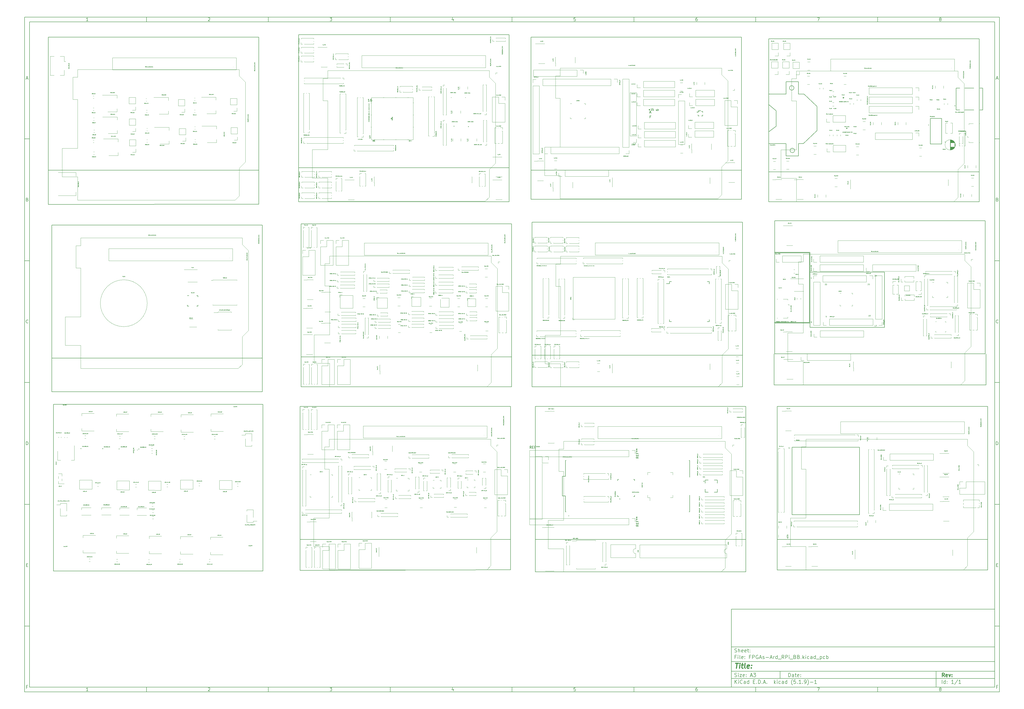
<source format=gbr>
%TF.GenerationSoftware,KiCad,Pcbnew,(5.1.9)-1*%
%TF.CreationDate,2022-04-18T20:38:20-06:00*%
%TF.ProjectId,FPGAs-Ard_RPi_BB,46504741-732d-4417-9264-5f5250695f42,rev?*%
%TF.SameCoordinates,Original*%
%TF.FileFunction,Legend,Top*%
%TF.FilePolarity,Positive*%
%FSLAX46Y46*%
G04 Gerber Fmt 4.6, Leading zero omitted, Abs format (unit mm)*
G04 Created by KiCad (PCBNEW (5.1.9)-1) date 2022-04-18 20:38:20*
%MOMM*%
%LPD*%
G01*
G04 APERTURE LIST*
%ADD10C,0.100000*%
%ADD11C,0.150000*%
%ADD12C,0.300000*%
%ADD13C,0.400000*%
%ADD14C,0.062500*%
%ADD15C,0.120000*%
%ADD16C,0.127000*%
%ADD17C,0.200000*%
G04 APERTURE END LIST*
D10*
D11*
X299989000Y-253002200D02*
X299989000Y-285002200D01*
X407989000Y-285002200D01*
X407989000Y-253002200D01*
X299989000Y-253002200D01*
D10*
D11*
X10000000Y-10000000D02*
X10000000Y-287002200D01*
X409989000Y-287002200D01*
X409989000Y-10000000D01*
X10000000Y-10000000D01*
D10*
D11*
X12000000Y-12000000D02*
X12000000Y-285002200D01*
X407989000Y-285002200D01*
X407989000Y-12000000D01*
X12000000Y-12000000D01*
D10*
D11*
X60000000Y-12000000D02*
X60000000Y-10000000D01*
D10*
D11*
X110000000Y-12000000D02*
X110000000Y-10000000D01*
D10*
D11*
X160000000Y-12000000D02*
X160000000Y-10000000D01*
D10*
D11*
X210000000Y-12000000D02*
X210000000Y-10000000D01*
D10*
D11*
X260000000Y-12000000D02*
X260000000Y-10000000D01*
D10*
D11*
X310000000Y-12000000D02*
X310000000Y-10000000D01*
D10*
D11*
X360000000Y-12000000D02*
X360000000Y-10000000D01*
D10*
D11*
X36065476Y-11588095D02*
X35322619Y-11588095D01*
X35694047Y-11588095D02*
X35694047Y-10288095D01*
X35570238Y-10473809D01*
X35446428Y-10597619D01*
X35322619Y-10659523D01*
D10*
D11*
X85322619Y-10411904D02*
X85384523Y-10350000D01*
X85508333Y-10288095D01*
X85817857Y-10288095D01*
X85941666Y-10350000D01*
X86003571Y-10411904D01*
X86065476Y-10535714D01*
X86065476Y-10659523D01*
X86003571Y-10845238D01*
X85260714Y-11588095D01*
X86065476Y-11588095D01*
D10*
D11*
X135260714Y-10288095D02*
X136065476Y-10288095D01*
X135632142Y-10783333D01*
X135817857Y-10783333D01*
X135941666Y-10845238D01*
X136003571Y-10907142D01*
X136065476Y-11030952D01*
X136065476Y-11340476D01*
X136003571Y-11464285D01*
X135941666Y-11526190D01*
X135817857Y-11588095D01*
X135446428Y-11588095D01*
X135322619Y-11526190D01*
X135260714Y-11464285D01*
D10*
D11*
X185941666Y-10721428D02*
X185941666Y-11588095D01*
X185632142Y-10226190D02*
X185322619Y-11154761D01*
X186127380Y-11154761D01*
D10*
D11*
X236003571Y-10288095D02*
X235384523Y-10288095D01*
X235322619Y-10907142D01*
X235384523Y-10845238D01*
X235508333Y-10783333D01*
X235817857Y-10783333D01*
X235941666Y-10845238D01*
X236003571Y-10907142D01*
X236065476Y-11030952D01*
X236065476Y-11340476D01*
X236003571Y-11464285D01*
X235941666Y-11526190D01*
X235817857Y-11588095D01*
X235508333Y-11588095D01*
X235384523Y-11526190D01*
X235322619Y-11464285D01*
D10*
D11*
X285941666Y-10288095D02*
X285694047Y-10288095D01*
X285570238Y-10350000D01*
X285508333Y-10411904D01*
X285384523Y-10597619D01*
X285322619Y-10845238D01*
X285322619Y-11340476D01*
X285384523Y-11464285D01*
X285446428Y-11526190D01*
X285570238Y-11588095D01*
X285817857Y-11588095D01*
X285941666Y-11526190D01*
X286003571Y-11464285D01*
X286065476Y-11340476D01*
X286065476Y-11030952D01*
X286003571Y-10907142D01*
X285941666Y-10845238D01*
X285817857Y-10783333D01*
X285570238Y-10783333D01*
X285446428Y-10845238D01*
X285384523Y-10907142D01*
X285322619Y-11030952D01*
D10*
D11*
X335260714Y-10288095D02*
X336127380Y-10288095D01*
X335570238Y-11588095D01*
D10*
D11*
X385570238Y-10845238D02*
X385446428Y-10783333D01*
X385384523Y-10721428D01*
X385322619Y-10597619D01*
X385322619Y-10535714D01*
X385384523Y-10411904D01*
X385446428Y-10350000D01*
X385570238Y-10288095D01*
X385817857Y-10288095D01*
X385941666Y-10350000D01*
X386003571Y-10411904D01*
X386065476Y-10535714D01*
X386065476Y-10597619D01*
X386003571Y-10721428D01*
X385941666Y-10783333D01*
X385817857Y-10845238D01*
X385570238Y-10845238D01*
X385446428Y-10907142D01*
X385384523Y-10969047D01*
X385322619Y-11092857D01*
X385322619Y-11340476D01*
X385384523Y-11464285D01*
X385446428Y-11526190D01*
X385570238Y-11588095D01*
X385817857Y-11588095D01*
X385941666Y-11526190D01*
X386003571Y-11464285D01*
X386065476Y-11340476D01*
X386065476Y-11092857D01*
X386003571Y-10969047D01*
X385941666Y-10907142D01*
X385817857Y-10845238D01*
D10*
D11*
X60000000Y-285002200D02*
X60000000Y-287002200D01*
D10*
D11*
X110000000Y-285002200D02*
X110000000Y-287002200D01*
D10*
D11*
X160000000Y-285002200D02*
X160000000Y-287002200D01*
D10*
D11*
X210000000Y-285002200D02*
X210000000Y-287002200D01*
D10*
D11*
X260000000Y-285002200D02*
X260000000Y-287002200D01*
D10*
D11*
X310000000Y-285002200D02*
X310000000Y-287002200D01*
D10*
D11*
X360000000Y-285002200D02*
X360000000Y-287002200D01*
D10*
D11*
X36065476Y-286590295D02*
X35322619Y-286590295D01*
X35694047Y-286590295D02*
X35694047Y-285290295D01*
X35570238Y-285476009D01*
X35446428Y-285599819D01*
X35322619Y-285661723D01*
D10*
D11*
X85322619Y-285414104D02*
X85384523Y-285352200D01*
X85508333Y-285290295D01*
X85817857Y-285290295D01*
X85941666Y-285352200D01*
X86003571Y-285414104D01*
X86065476Y-285537914D01*
X86065476Y-285661723D01*
X86003571Y-285847438D01*
X85260714Y-286590295D01*
X86065476Y-286590295D01*
D10*
D11*
X135260714Y-285290295D02*
X136065476Y-285290295D01*
X135632142Y-285785533D01*
X135817857Y-285785533D01*
X135941666Y-285847438D01*
X136003571Y-285909342D01*
X136065476Y-286033152D01*
X136065476Y-286342676D01*
X136003571Y-286466485D01*
X135941666Y-286528390D01*
X135817857Y-286590295D01*
X135446428Y-286590295D01*
X135322619Y-286528390D01*
X135260714Y-286466485D01*
D10*
D11*
X185941666Y-285723628D02*
X185941666Y-286590295D01*
X185632142Y-285228390D02*
X185322619Y-286156961D01*
X186127380Y-286156961D01*
D10*
D11*
X236003571Y-285290295D02*
X235384523Y-285290295D01*
X235322619Y-285909342D01*
X235384523Y-285847438D01*
X235508333Y-285785533D01*
X235817857Y-285785533D01*
X235941666Y-285847438D01*
X236003571Y-285909342D01*
X236065476Y-286033152D01*
X236065476Y-286342676D01*
X236003571Y-286466485D01*
X235941666Y-286528390D01*
X235817857Y-286590295D01*
X235508333Y-286590295D01*
X235384523Y-286528390D01*
X235322619Y-286466485D01*
D10*
D11*
X285941666Y-285290295D02*
X285694047Y-285290295D01*
X285570238Y-285352200D01*
X285508333Y-285414104D01*
X285384523Y-285599819D01*
X285322619Y-285847438D01*
X285322619Y-286342676D01*
X285384523Y-286466485D01*
X285446428Y-286528390D01*
X285570238Y-286590295D01*
X285817857Y-286590295D01*
X285941666Y-286528390D01*
X286003571Y-286466485D01*
X286065476Y-286342676D01*
X286065476Y-286033152D01*
X286003571Y-285909342D01*
X285941666Y-285847438D01*
X285817857Y-285785533D01*
X285570238Y-285785533D01*
X285446428Y-285847438D01*
X285384523Y-285909342D01*
X285322619Y-286033152D01*
D10*
D11*
X335260714Y-285290295D02*
X336127380Y-285290295D01*
X335570238Y-286590295D01*
D10*
D11*
X385570238Y-285847438D02*
X385446428Y-285785533D01*
X385384523Y-285723628D01*
X385322619Y-285599819D01*
X385322619Y-285537914D01*
X385384523Y-285414104D01*
X385446428Y-285352200D01*
X385570238Y-285290295D01*
X385817857Y-285290295D01*
X385941666Y-285352200D01*
X386003571Y-285414104D01*
X386065476Y-285537914D01*
X386065476Y-285599819D01*
X386003571Y-285723628D01*
X385941666Y-285785533D01*
X385817857Y-285847438D01*
X385570238Y-285847438D01*
X385446428Y-285909342D01*
X385384523Y-285971247D01*
X385322619Y-286095057D01*
X385322619Y-286342676D01*
X385384523Y-286466485D01*
X385446428Y-286528390D01*
X385570238Y-286590295D01*
X385817857Y-286590295D01*
X385941666Y-286528390D01*
X386003571Y-286466485D01*
X386065476Y-286342676D01*
X386065476Y-286095057D01*
X386003571Y-285971247D01*
X385941666Y-285909342D01*
X385817857Y-285847438D01*
D10*
D11*
X10000000Y-60000000D02*
X12000000Y-60000000D01*
D10*
D11*
X10000000Y-110000000D02*
X12000000Y-110000000D01*
D10*
D11*
X10000000Y-160000000D02*
X12000000Y-160000000D01*
D10*
D11*
X10000000Y-210000000D02*
X12000000Y-210000000D01*
D10*
D11*
X10000000Y-260000000D02*
X12000000Y-260000000D01*
D10*
D11*
X10690476Y-35216666D02*
X11309523Y-35216666D01*
X10566666Y-35588095D02*
X11000000Y-34288095D01*
X11433333Y-35588095D01*
D10*
D11*
X11092857Y-84907142D02*
X11278571Y-84969047D01*
X11340476Y-85030952D01*
X11402380Y-85154761D01*
X11402380Y-85340476D01*
X11340476Y-85464285D01*
X11278571Y-85526190D01*
X11154761Y-85588095D01*
X10659523Y-85588095D01*
X10659523Y-84288095D01*
X11092857Y-84288095D01*
X11216666Y-84350000D01*
X11278571Y-84411904D01*
X11340476Y-84535714D01*
X11340476Y-84659523D01*
X11278571Y-84783333D01*
X11216666Y-84845238D01*
X11092857Y-84907142D01*
X10659523Y-84907142D01*
D10*
D11*
X11402380Y-135464285D02*
X11340476Y-135526190D01*
X11154761Y-135588095D01*
X11030952Y-135588095D01*
X10845238Y-135526190D01*
X10721428Y-135402380D01*
X10659523Y-135278571D01*
X10597619Y-135030952D01*
X10597619Y-134845238D01*
X10659523Y-134597619D01*
X10721428Y-134473809D01*
X10845238Y-134350000D01*
X11030952Y-134288095D01*
X11154761Y-134288095D01*
X11340476Y-134350000D01*
X11402380Y-134411904D01*
D10*
D11*
X10659523Y-185588095D02*
X10659523Y-184288095D01*
X10969047Y-184288095D01*
X11154761Y-184350000D01*
X11278571Y-184473809D01*
X11340476Y-184597619D01*
X11402380Y-184845238D01*
X11402380Y-185030952D01*
X11340476Y-185278571D01*
X11278571Y-185402380D01*
X11154761Y-185526190D01*
X10969047Y-185588095D01*
X10659523Y-185588095D01*
D10*
D11*
X10721428Y-234907142D02*
X11154761Y-234907142D01*
X11340476Y-235588095D02*
X10721428Y-235588095D01*
X10721428Y-234288095D01*
X11340476Y-234288095D01*
D10*
D11*
X11185714Y-284907142D02*
X10752380Y-284907142D01*
X10752380Y-285588095D02*
X10752380Y-284288095D01*
X11371428Y-284288095D01*
D10*
D11*
X409989000Y-60000000D02*
X407989000Y-60000000D01*
D10*
D11*
X409989000Y-110000000D02*
X407989000Y-110000000D01*
D10*
D11*
X409989000Y-160000000D02*
X407989000Y-160000000D01*
D10*
D11*
X409989000Y-210000000D02*
X407989000Y-210000000D01*
D10*
D11*
X409989000Y-260000000D02*
X407989000Y-260000000D01*
D10*
D11*
X408679476Y-35216666D02*
X409298523Y-35216666D01*
X408555666Y-35588095D02*
X408989000Y-34288095D01*
X409422333Y-35588095D01*
D10*
D11*
X409081857Y-84907142D02*
X409267571Y-84969047D01*
X409329476Y-85030952D01*
X409391380Y-85154761D01*
X409391380Y-85340476D01*
X409329476Y-85464285D01*
X409267571Y-85526190D01*
X409143761Y-85588095D01*
X408648523Y-85588095D01*
X408648523Y-84288095D01*
X409081857Y-84288095D01*
X409205666Y-84350000D01*
X409267571Y-84411904D01*
X409329476Y-84535714D01*
X409329476Y-84659523D01*
X409267571Y-84783333D01*
X409205666Y-84845238D01*
X409081857Y-84907142D01*
X408648523Y-84907142D01*
D10*
D11*
X409391380Y-135464285D02*
X409329476Y-135526190D01*
X409143761Y-135588095D01*
X409019952Y-135588095D01*
X408834238Y-135526190D01*
X408710428Y-135402380D01*
X408648523Y-135278571D01*
X408586619Y-135030952D01*
X408586619Y-134845238D01*
X408648523Y-134597619D01*
X408710428Y-134473809D01*
X408834238Y-134350000D01*
X409019952Y-134288095D01*
X409143761Y-134288095D01*
X409329476Y-134350000D01*
X409391380Y-134411904D01*
D10*
D11*
X408648523Y-185588095D02*
X408648523Y-184288095D01*
X408958047Y-184288095D01*
X409143761Y-184350000D01*
X409267571Y-184473809D01*
X409329476Y-184597619D01*
X409391380Y-184845238D01*
X409391380Y-185030952D01*
X409329476Y-185278571D01*
X409267571Y-185402380D01*
X409143761Y-185526190D01*
X408958047Y-185588095D01*
X408648523Y-185588095D01*
D10*
D11*
X408710428Y-234907142D02*
X409143761Y-234907142D01*
X409329476Y-235588095D02*
X408710428Y-235588095D01*
X408710428Y-234288095D01*
X409329476Y-234288095D01*
D10*
D11*
X409174714Y-284907142D02*
X408741380Y-284907142D01*
X408741380Y-285588095D02*
X408741380Y-284288095D01*
X409360428Y-284288095D01*
D10*
D11*
X323421142Y-280780771D02*
X323421142Y-279280771D01*
X323778285Y-279280771D01*
X323992571Y-279352200D01*
X324135428Y-279495057D01*
X324206857Y-279637914D01*
X324278285Y-279923628D01*
X324278285Y-280137914D01*
X324206857Y-280423628D01*
X324135428Y-280566485D01*
X323992571Y-280709342D01*
X323778285Y-280780771D01*
X323421142Y-280780771D01*
X325564000Y-280780771D02*
X325564000Y-279995057D01*
X325492571Y-279852200D01*
X325349714Y-279780771D01*
X325064000Y-279780771D01*
X324921142Y-279852200D01*
X325564000Y-280709342D02*
X325421142Y-280780771D01*
X325064000Y-280780771D01*
X324921142Y-280709342D01*
X324849714Y-280566485D01*
X324849714Y-280423628D01*
X324921142Y-280280771D01*
X325064000Y-280209342D01*
X325421142Y-280209342D01*
X325564000Y-280137914D01*
X326064000Y-279780771D02*
X326635428Y-279780771D01*
X326278285Y-279280771D02*
X326278285Y-280566485D01*
X326349714Y-280709342D01*
X326492571Y-280780771D01*
X326635428Y-280780771D01*
X327706857Y-280709342D02*
X327564000Y-280780771D01*
X327278285Y-280780771D01*
X327135428Y-280709342D01*
X327064000Y-280566485D01*
X327064000Y-279995057D01*
X327135428Y-279852200D01*
X327278285Y-279780771D01*
X327564000Y-279780771D01*
X327706857Y-279852200D01*
X327778285Y-279995057D01*
X327778285Y-280137914D01*
X327064000Y-280280771D01*
X328421142Y-280637914D02*
X328492571Y-280709342D01*
X328421142Y-280780771D01*
X328349714Y-280709342D01*
X328421142Y-280637914D01*
X328421142Y-280780771D01*
X328421142Y-279852200D02*
X328492571Y-279923628D01*
X328421142Y-279995057D01*
X328349714Y-279923628D01*
X328421142Y-279852200D01*
X328421142Y-279995057D01*
D10*
D11*
X299989000Y-281502200D02*
X407989000Y-281502200D01*
D10*
D11*
X301421142Y-283580771D02*
X301421142Y-282080771D01*
X302278285Y-283580771D02*
X301635428Y-282723628D01*
X302278285Y-282080771D02*
X301421142Y-282937914D01*
X302921142Y-283580771D02*
X302921142Y-282580771D01*
X302921142Y-282080771D02*
X302849714Y-282152200D01*
X302921142Y-282223628D01*
X302992571Y-282152200D01*
X302921142Y-282080771D01*
X302921142Y-282223628D01*
X304492571Y-283437914D02*
X304421142Y-283509342D01*
X304206857Y-283580771D01*
X304064000Y-283580771D01*
X303849714Y-283509342D01*
X303706857Y-283366485D01*
X303635428Y-283223628D01*
X303564000Y-282937914D01*
X303564000Y-282723628D01*
X303635428Y-282437914D01*
X303706857Y-282295057D01*
X303849714Y-282152200D01*
X304064000Y-282080771D01*
X304206857Y-282080771D01*
X304421142Y-282152200D01*
X304492571Y-282223628D01*
X305778285Y-283580771D02*
X305778285Y-282795057D01*
X305706857Y-282652200D01*
X305564000Y-282580771D01*
X305278285Y-282580771D01*
X305135428Y-282652200D01*
X305778285Y-283509342D02*
X305635428Y-283580771D01*
X305278285Y-283580771D01*
X305135428Y-283509342D01*
X305064000Y-283366485D01*
X305064000Y-283223628D01*
X305135428Y-283080771D01*
X305278285Y-283009342D01*
X305635428Y-283009342D01*
X305778285Y-282937914D01*
X307135428Y-283580771D02*
X307135428Y-282080771D01*
X307135428Y-283509342D02*
X306992571Y-283580771D01*
X306706857Y-283580771D01*
X306564000Y-283509342D01*
X306492571Y-283437914D01*
X306421142Y-283295057D01*
X306421142Y-282866485D01*
X306492571Y-282723628D01*
X306564000Y-282652200D01*
X306706857Y-282580771D01*
X306992571Y-282580771D01*
X307135428Y-282652200D01*
X308992571Y-282795057D02*
X309492571Y-282795057D01*
X309706857Y-283580771D02*
X308992571Y-283580771D01*
X308992571Y-282080771D01*
X309706857Y-282080771D01*
X310349714Y-283437914D02*
X310421142Y-283509342D01*
X310349714Y-283580771D01*
X310278285Y-283509342D01*
X310349714Y-283437914D01*
X310349714Y-283580771D01*
X311064000Y-283580771D02*
X311064000Y-282080771D01*
X311421142Y-282080771D01*
X311635428Y-282152200D01*
X311778285Y-282295057D01*
X311849714Y-282437914D01*
X311921142Y-282723628D01*
X311921142Y-282937914D01*
X311849714Y-283223628D01*
X311778285Y-283366485D01*
X311635428Y-283509342D01*
X311421142Y-283580771D01*
X311064000Y-283580771D01*
X312564000Y-283437914D02*
X312635428Y-283509342D01*
X312564000Y-283580771D01*
X312492571Y-283509342D01*
X312564000Y-283437914D01*
X312564000Y-283580771D01*
X313206857Y-283152200D02*
X313921142Y-283152200D01*
X313064000Y-283580771D02*
X313564000Y-282080771D01*
X314064000Y-283580771D01*
X314564000Y-283437914D02*
X314635428Y-283509342D01*
X314564000Y-283580771D01*
X314492571Y-283509342D01*
X314564000Y-283437914D01*
X314564000Y-283580771D01*
X317564000Y-283580771D02*
X317564000Y-282080771D01*
X317706857Y-283009342D02*
X318135428Y-283580771D01*
X318135428Y-282580771D02*
X317564000Y-283152200D01*
X318778285Y-283580771D02*
X318778285Y-282580771D01*
X318778285Y-282080771D02*
X318706857Y-282152200D01*
X318778285Y-282223628D01*
X318849714Y-282152200D01*
X318778285Y-282080771D01*
X318778285Y-282223628D01*
X320135428Y-283509342D02*
X319992571Y-283580771D01*
X319706857Y-283580771D01*
X319564000Y-283509342D01*
X319492571Y-283437914D01*
X319421142Y-283295057D01*
X319421142Y-282866485D01*
X319492571Y-282723628D01*
X319564000Y-282652200D01*
X319706857Y-282580771D01*
X319992571Y-282580771D01*
X320135428Y-282652200D01*
X321421142Y-283580771D02*
X321421142Y-282795057D01*
X321349714Y-282652200D01*
X321206857Y-282580771D01*
X320921142Y-282580771D01*
X320778285Y-282652200D01*
X321421142Y-283509342D02*
X321278285Y-283580771D01*
X320921142Y-283580771D01*
X320778285Y-283509342D01*
X320706857Y-283366485D01*
X320706857Y-283223628D01*
X320778285Y-283080771D01*
X320921142Y-283009342D01*
X321278285Y-283009342D01*
X321421142Y-282937914D01*
X322778285Y-283580771D02*
X322778285Y-282080771D01*
X322778285Y-283509342D02*
X322635428Y-283580771D01*
X322349714Y-283580771D01*
X322206857Y-283509342D01*
X322135428Y-283437914D01*
X322064000Y-283295057D01*
X322064000Y-282866485D01*
X322135428Y-282723628D01*
X322206857Y-282652200D01*
X322349714Y-282580771D01*
X322635428Y-282580771D01*
X322778285Y-282652200D01*
X325064000Y-284152200D02*
X324992571Y-284080771D01*
X324849714Y-283866485D01*
X324778285Y-283723628D01*
X324706857Y-283509342D01*
X324635428Y-283152200D01*
X324635428Y-282866485D01*
X324706857Y-282509342D01*
X324778285Y-282295057D01*
X324849714Y-282152200D01*
X324992571Y-281937914D01*
X325064000Y-281866485D01*
X326349714Y-282080771D02*
X325635428Y-282080771D01*
X325564000Y-282795057D01*
X325635428Y-282723628D01*
X325778285Y-282652200D01*
X326135428Y-282652200D01*
X326278285Y-282723628D01*
X326349714Y-282795057D01*
X326421142Y-282937914D01*
X326421142Y-283295057D01*
X326349714Y-283437914D01*
X326278285Y-283509342D01*
X326135428Y-283580771D01*
X325778285Y-283580771D01*
X325635428Y-283509342D01*
X325564000Y-283437914D01*
X327064000Y-283437914D02*
X327135428Y-283509342D01*
X327064000Y-283580771D01*
X326992571Y-283509342D01*
X327064000Y-283437914D01*
X327064000Y-283580771D01*
X328564000Y-283580771D02*
X327706857Y-283580771D01*
X328135428Y-283580771D02*
X328135428Y-282080771D01*
X327992571Y-282295057D01*
X327849714Y-282437914D01*
X327706857Y-282509342D01*
X329206857Y-283437914D02*
X329278285Y-283509342D01*
X329206857Y-283580771D01*
X329135428Y-283509342D01*
X329206857Y-283437914D01*
X329206857Y-283580771D01*
X329992571Y-283580771D02*
X330278285Y-283580771D01*
X330421142Y-283509342D01*
X330492571Y-283437914D01*
X330635428Y-283223628D01*
X330706857Y-282937914D01*
X330706857Y-282366485D01*
X330635428Y-282223628D01*
X330564000Y-282152200D01*
X330421142Y-282080771D01*
X330135428Y-282080771D01*
X329992571Y-282152200D01*
X329921142Y-282223628D01*
X329849714Y-282366485D01*
X329849714Y-282723628D01*
X329921142Y-282866485D01*
X329992571Y-282937914D01*
X330135428Y-283009342D01*
X330421142Y-283009342D01*
X330564000Y-282937914D01*
X330635428Y-282866485D01*
X330706857Y-282723628D01*
X331206857Y-284152200D02*
X331278285Y-284080771D01*
X331421142Y-283866485D01*
X331492571Y-283723628D01*
X331564000Y-283509342D01*
X331635428Y-283152200D01*
X331635428Y-282866485D01*
X331564000Y-282509342D01*
X331492571Y-282295057D01*
X331421142Y-282152200D01*
X331278285Y-281937914D01*
X331206857Y-281866485D01*
X332349714Y-283009342D02*
X333492571Y-283009342D01*
X334992571Y-283580771D02*
X334135428Y-283580771D01*
X334564000Y-283580771D02*
X334564000Y-282080771D01*
X334421142Y-282295057D01*
X334278285Y-282437914D01*
X334135428Y-282509342D01*
D10*
D11*
X299989000Y-278502200D02*
X407989000Y-278502200D01*
D10*
D12*
X387398285Y-280780771D02*
X386898285Y-280066485D01*
X386541142Y-280780771D02*
X386541142Y-279280771D01*
X387112571Y-279280771D01*
X387255428Y-279352200D01*
X387326857Y-279423628D01*
X387398285Y-279566485D01*
X387398285Y-279780771D01*
X387326857Y-279923628D01*
X387255428Y-279995057D01*
X387112571Y-280066485D01*
X386541142Y-280066485D01*
X388612571Y-280709342D02*
X388469714Y-280780771D01*
X388184000Y-280780771D01*
X388041142Y-280709342D01*
X387969714Y-280566485D01*
X387969714Y-279995057D01*
X388041142Y-279852200D01*
X388184000Y-279780771D01*
X388469714Y-279780771D01*
X388612571Y-279852200D01*
X388684000Y-279995057D01*
X388684000Y-280137914D01*
X387969714Y-280280771D01*
X389184000Y-279780771D02*
X389541142Y-280780771D01*
X389898285Y-279780771D01*
X390469714Y-280637914D02*
X390541142Y-280709342D01*
X390469714Y-280780771D01*
X390398285Y-280709342D01*
X390469714Y-280637914D01*
X390469714Y-280780771D01*
X390469714Y-279852200D02*
X390541142Y-279923628D01*
X390469714Y-279995057D01*
X390398285Y-279923628D01*
X390469714Y-279852200D01*
X390469714Y-279995057D01*
D10*
D11*
X301349714Y-280709342D02*
X301564000Y-280780771D01*
X301921142Y-280780771D01*
X302064000Y-280709342D01*
X302135428Y-280637914D01*
X302206857Y-280495057D01*
X302206857Y-280352200D01*
X302135428Y-280209342D01*
X302064000Y-280137914D01*
X301921142Y-280066485D01*
X301635428Y-279995057D01*
X301492571Y-279923628D01*
X301421142Y-279852200D01*
X301349714Y-279709342D01*
X301349714Y-279566485D01*
X301421142Y-279423628D01*
X301492571Y-279352200D01*
X301635428Y-279280771D01*
X301992571Y-279280771D01*
X302206857Y-279352200D01*
X302849714Y-280780771D02*
X302849714Y-279780771D01*
X302849714Y-279280771D02*
X302778285Y-279352200D01*
X302849714Y-279423628D01*
X302921142Y-279352200D01*
X302849714Y-279280771D01*
X302849714Y-279423628D01*
X303421142Y-279780771D02*
X304206857Y-279780771D01*
X303421142Y-280780771D01*
X304206857Y-280780771D01*
X305349714Y-280709342D02*
X305206857Y-280780771D01*
X304921142Y-280780771D01*
X304778285Y-280709342D01*
X304706857Y-280566485D01*
X304706857Y-279995057D01*
X304778285Y-279852200D01*
X304921142Y-279780771D01*
X305206857Y-279780771D01*
X305349714Y-279852200D01*
X305421142Y-279995057D01*
X305421142Y-280137914D01*
X304706857Y-280280771D01*
X306064000Y-280637914D02*
X306135428Y-280709342D01*
X306064000Y-280780771D01*
X305992571Y-280709342D01*
X306064000Y-280637914D01*
X306064000Y-280780771D01*
X306064000Y-279852200D02*
X306135428Y-279923628D01*
X306064000Y-279995057D01*
X305992571Y-279923628D01*
X306064000Y-279852200D01*
X306064000Y-279995057D01*
X307849714Y-280352200D02*
X308564000Y-280352200D01*
X307706857Y-280780771D02*
X308206857Y-279280771D01*
X308706857Y-280780771D01*
X309064000Y-279280771D02*
X309992571Y-279280771D01*
X309492571Y-279852200D01*
X309706857Y-279852200D01*
X309849714Y-279923628D01*
X309921142Y-279995057D01*
X309992571Y-280137914D01*
X309992571Y-280495057D01*
X309921142Y-280637914D01*
X309849714Y-280709342D01*
X309706857Y-280780771D01*
X309278285Y-280780771D01*
X309135428Y-280709342D01*
X309064000Y-280637914D01*
D10*
D11*
X386421142Y-283580771D02*
X386421142Y-282080771D01*
X387778285Y-283580771D02*
X387778285Y-282080771D01*
X387778285Y-283509342D02*
X387635428Y-283580771D01*
X387349714Y-283580771D01*
X387206857Y-283509342D01*
X387135428Y-283437914D01*
X387064000Y-283295057D01*
X387064000Y-282866485D01*
X387135428Y-282723628D01*
X387206857Y-282652200D01*
X387349714Y-282580771D01*
X387635428Y-282580771D01*
X387778285Y-282652200D01*
X388492571Y-283437914D02*
X388564000Y-283509342D01*
X388492571Y-283580771D01*
X388421142Y-283509342D01*
X388492571Y-283437914D01*
X388492571Y-283580771D01*
X388492571Y-282652200D02*
X388564000Y-282723628D01*
X388492571Y-282795057D01*
X388421142Y-282723628D01*
X388492571Y-282652200D01*
X388492571Y-282795057D01*
X391135428Y-283580771D02*
X390278285Y-283580771D01*
X390706857Y-283580771D02*
X390706857Y-282080771D01*
X390564000Y-282295057D01*
X390421142Y-282437914D01*
X390278285Y-282509342D01*
X392849714Y-282009342D02*
X391564000Y-283937914D01*
X394135428Y-283580771D02*
X393278285Y-283580771D01*
X393706857Y-283580771D02*
X393706857Y-282080771D01*
X393564000Y-282295057D01*
X393421142Y-282437914D01*
X393278285Y-282509342D01*
D10*
D11*
X299989000Y-274502200D02*
X407989000Y-274502200D01*
D10*
D13*
X301701380Y-275206961D02*
X302844238Y-275206961D01*
X302022809Y-277206961D02*
X302272809Y-275206961D01*
X303260904Y-277206961D02*
X303427571Y-275873628D01*
X303510904Y-275206961D02*
X303403761Y-275302200D01*
X303487095Y-275397438D01*
X303594238Y-275302200D01*
X303510904Y-275206961D01*
X303487095Y-275397438D01*
X304094238Y-275873628D02*
X304856142Y-275873628D01*
X304463285Y-275206961D02*
X304249000Y-276921247D01*
X304320428Y-277111723D01*
X304499000Y-277206961D01*
X304689476Y-277206961D01*
X305641857Y-277206961D02*
X305463285Y-277111723D01*
X305391857Y-276921247D01*
X305606142Y-275206961D01*
X307177571Y-277111723D02*
X306975190Y-277206961D01*
X306594238Y-277206961D01*
X306415666Y-277111723D01*
X306344238Y-276921247D01*
X306439476Y-276159342D01*
X306558523Y-275968866D01*
X306760904Y-275873628D01*
X307141857Y-275873628D01*
X307320428Y-275968866D01*
X307391857Y-276159342D01*
X307368047Y-276349819D01*
X306391857Y-276540295D01*
X308141857Y-277016485D02*
X308225190Y-277111723D01*
X308118047Y-277206961D01*
X308034714Y-277111723D01*
X308141857Y-277016485D01*
X308118047Y-277206961D01*
X308272809Y-275968866D02*
X308356142Y-276064104D01*
X308249000Y-276159342D01*
X308165666Y-276064104D01*
X308272809Y-275968866D01*
X308249000Y-276159342D01*
D10*
D11*
X301921142Y-272595057D02*
X301421142Y-272595057D01*
X301421142Y-273380771D02*
X301421142Y-271880771D01*
X302135428Y-271880771D01*
X302706857Y-273380771D02*
X302706857Y-272380771D01*
X302706857Y-271880771D02*
X302635428Y-271952200D01*
X302706857Y-272023628D01*
X302778285Y-271952200D01*
X302706857Y-271880771D01*
X302706857Y-272023628D01*
X303635428Y-273380771D02*
X303492571Y-273309342D01*
X303421142Y-273166485D01*
X303421142Y-271880771D01*
X304778285Y-273309342D02*
X304635428Y-273380771D01*
X304349714Y-273380771D01*
X304206857Y-273309342D01*
X304135428Y-273166485D01*
X304135428Y-272595057D01*
X304206857Y-272452200D01*
X304349714Y-272380771D01*
X304635428Y-272380771D01*
X304778285Y-272452200D01*
X304849714Y-272595057D01*
X304849714Y-272737914D01*
X304135428Y-272880771D01*
X305492571Y-273237914D02*
X305564000Y-273309342D01*
X305492571Y-273380771D01*
X305421142Y-273309342D01*
X305492571Y-273237914D01*
X305492571Y-273380771D01*
X305492571Y-272452200D02*
X305564000Y-272523628D01*
X305492571Y-272595057D01*
X305421142Y-272523628D01*
X305492571Y-272452200D01*
X305492571Y-272595057D01*
X307849714Y-272595057D02*
X307349714Y-272595057D01*
X307349714Y-273380771D02*
X307349714Y-271880771D01*
X308064000Y-271880771D01*
X308635428Y-273380771D02*
X308635428Y-271880771D01*
X309206857Y-271880771D01*
X309349714Y-271952200D01*
X309421142Y-272023628D01*
X309492571Y-272166485D01*
X309492571Y-272380771D01*
X309421142Y-272523628D01*
X309349714Y-272595057D01*
X309206857Y-272666485D01*
X308635428Y-272666485D01*
X310921142Y-271952200D02*
X310778285Y-271880771D01*
X310564000Y-271880771D01*
X310349714Y-271952200D01*
X310206857Y-272095057D01*
X310135428Y-272237914D01*
X310064000Y-272523628D01*
X310064000Y-272737914D01*
X310135428Y-273023628D01*
X310206857Y-273166485D01*
X310349714Y-273309342D01*
X310564000Y-273380771D01*
X310706857Y-273380771D01*
X310921142Y-273309342D01*
X310992571Y-273237914D01*
X310992571Y-272737914D01*
X310706857Y-272737914D01*
X311564000Y-272952200D02*
X312278285Y-272952200D01*
X311421142Y-273380771D02*
X311921142Y-271880771D01*
X312421142Y-273380771D01*
X312849714Y-273309342D02*
X312992571Y-273380771D01*
X313278285Y-273380771D01*
X313421142Y-273309342D01*
X313492571Y-273166485D01*
X313492571Y-273095057D01*
X313421142Y-272952200D01*
X313278285Y-272880771D01*
X313064000Y-272880771D01*
X312921142Y-272809342D01*
X312849714Y-272666485D01*
X312849714Y-272595057D01*
X312921142Y-272452200D01*
X313064000Y-272380771D01*
X313278285Y-272380771D01*
X313421142Y-272452200D01*
X314135428Y-272809342D02*
X315278285Y-272809342D01*
X315921142Y-272952200D02*
X316635428Y-272952200D01*
X315778285Y-273380771D02*
X316278285Y-271880771D01*
X316778285Y-273380771D01*
X317278285Y-273380771D02*
X317278285Y-272380771D01*
X317278285Y-272666485D02*
X317349714Y-272523628D01*
X317421142Y-272452200D01*
X317564000Y-272380771D01*
X317706857Y-272380771D01*
X318849714Y-273380771D02*
X318849714Y-271880771D01*
X318849714Y-273309342D02*
X318706857Y-273380771D01*
X318421142Y-273380771D01*
X318278285Y-273309342D01*
X318206857Y-273237914D01*
X318135428Y-273095057D01*
X318135428Y-272666485D01*
X318206857Y-272523628D01*
X318278285Y-272452200D01*
X318421142Y-272380771D01*
X318706857Y-272380771D01*
X318849714Y-272452200D01*
X319206857Y-273523628D02*
X320349714Y-273523628D01*
X321564000Y-273380771D02*
X321064000Y-272666485D01*
X320706857Y-273380771D02*
X320706857Y-271880771D01*
X321278285Y-271880771D01*
X321421142Y-271952200D01*
X321492571Y-272023628D01*
X321564000Y-272166485D01*
X321564000Y-272380771D01*
X321492571Y-272523628D01*
X321421142Y-272595057D01*
X321278285Y-272666485D01*
X320706857Y-272666485D01*
X322206857Y-273380771D02*
X322206857Y-271880771D01*
X322778285Y-271880771D01*
X322921142Y-271952200D01*
X322992571Y-272023628D01*
X323064000Y-272166485D01*
X323064000Y-272380771D01*
X322992571Y-272523628D01*
X322921142Y-272595057D01*
X322778285Y-272666485D01*
X322206857Y-272666485D01*
X323706857Y-273380771D02*
X323706857Y-272380771D01*
X323706857Y-271880771D02*
X323635428Y-271952200D01*
X323706857Y-272023628D01*
X323778285Y-271952200D01*
X323706857Y-271880771D01*
X323706857Y-272023628D01*
X324064000Y-273523628D02*
X325206857Y-273523628D01*
X326064000Y-272595057D02*
X326278285Y-272666485D01*
X326349714Y-272737914D01*
X326421142Y-272880771D01*
X326421142Y-273095057D01*
X326349714Y-273237914D01*
X326278285Y-273309342D01*
X326135428Y-273380771D01*
X325564000Y-273380771D01*
X325564000Y-271880771D01*
X326064000Y-271880771D01*
X326206857Y-271952200D01*
X326278285Y-272023628D01*
X326349714Y-272166485D01*
X326349714Y-272309342D01*
X326278285Y-272452200D01*
X326206857Y-272523628D01*
X326064000Y-272595057D01*
X325564000Y-272595057D01*
X327564000Y-272595057D02*
X327778285Y-272666485D01*
X327849714Y-272737914D01*
X327921142Y-272880771D01*
X327921142Y-273095057D01*
X327849714Y-273237914D01*
X327778285Y-273309342D01*
X327635428Y-273380771D01*
X327064000Y-273380771D01*
X327064000Y-271880771D01*
X327564000Y-271880771D01*
X327706857Y-271952200D01*
X327778285Y-272023628D01*
X327849714Y-272166485D01*
X327849714Y-272309342D01*
X327778285Y-272452200D01*
X327706857Y-272523628D01*
X327564000Y-272595057D01*
X327064000Y-272595057D01*
X328564000Y-273237914D02*
X328635428Y-273309342D01*
X328564000Y-273380771D01*
X328492571Y-273309342D01*
X328564000Y-273237914D01*
X328564000Y-273380771D01*
X329278285Y-273380771D02*
X329278285Y-271880771D01*
X329421142Y-272809342D02*
X329849714Y-273380771D01*
X329849714Y-272380771D02*
X329278285Y-272952200D01*
X330492571Y-273380771D02*
X330492571Y-272380771D01*
X330492571Y-271880771D02*
X330421142Y-271952200D01*
X330492571Y-272023628D01*
X330564000Y-271952200D01*
X330492571Y-271880771D01*
X330492571Y-272023628D01*
X331849714Y-273309342D02*
X331706857Y-273380771D01*
X331421142Y-273380771D01*
X331278285Y-273309342D01*
X331206857Y-273237914D01*
X331135428Y-273095057D01*
X331135428Y-272666485D01*
X331206857Y-272523628D01*
X331278285Y-272452200D01*
X331421142Y-272380771D01*
X331706857Y-272380771D01*
X331849714Y-272452200D01*
X333135428Y-273380771D02*
X333135428Y-272595057D01*
X333064000Y-272452200D01*
X332921142Y-272380771D01*
X332635428Y-272380771D01*
X332492571Y-272452200D01*
X333135428Y-273309342D02*
X332992571Y-273380771D01*
X332635428Y-273380771D01*
X332492571Y-273309342D01*
X332421142Y-273166485D01*
X332421142Y-273023628D01*
X332492571Y-272880771D01*
X332635428Y-272809342D01*
X332992571Y-272809342D01*
X333135428Y-272737914D01*
X334492571Y-273380771D02*
X334492571Y-271880771D01*
X334492571Y-273309342D02*
X334349714Y-273380771D01*
X334064000Y-273380771D01*
X333921142Y-273309342D01*
X333849714Y-273237914D01*
X333778285Y-273095057D01*
X333778285Y-272666485D01*
X333849714Y-272523628D01*
X333921142Y-272452200D01*
X334064000Y-272380771D01*
X334349714Y-272380771D01*
X334492571Y-272452200D01*
X334849714Y-273523628D02*
X335992571Y-273523628D01*
X336349714Y-272380771D02*
X336349714Y-273880771D01*
X336349714Y-272452200D02*
X336492571Y-272380771D01*
X336778285Y-272380771D01*
X336921142Y-272452200D01*
X336992571Y-272523628D01*
X337064000Y-272666485D01*
X337064000Y-273095057D01*
X336992571Y-273237914D01*
X336921142Y-273309342D01*
X336778285Y-273380771D01*
X336492571Y-273380771D01*
X336349714Y-273309342D01*
X338349714Y-273309342D02*
X338206857Y-273380771D01*
X337921142Y-273380771D01*
X337778285Y-273309342D01*
X337706857Y-273237914D01*
X337635428Y-273095057D01*
X337635428Y-272666485D01*
X337706857Y-272523628D01*
X337778285Y-272452200D01*
X337921142Y-272380771D01*
X338206857Y-272380771D01*
X338349714Y-272452200D01*
X338992571Y-273380771D02*
X338992571Y-271880771D01*
X338992571Y-272452200D02*
X339135428Y-272380771D01*
X339421142Y-272380771D01*
X339564000Y-272452200D01*
X339635428Y-272523628D01*
X339706857Y-272666485D01*
X339706857Y-273095057D01*
X339635428Y-273237914D01*
X339564000Y-273309342D01*
X339421142Y-273380771D01*
X339135428Y-273380771D01*
X338992571Y-273309342D01*
D10*
D11*
X299989000Y-268502200D02*
X407989000Y-268502200D01*
D10*
D11*
X301349714Y-270609342D02*
X301564000Y-270680771D01*
X301921142Y-270680771D01*
X302064000Y-270609342D01*
X302135428Y-270537914D01*
X302206857Y-270395057D01*
X302206857Y-270252200D01*
X302135428Y-270109342D01*
X302064000Y-270037914D01*
X301921142Y-269966485D01*
X301635428Y-269895057D01*
X301492571Y-269823628D01*
X301421142Y-269752200D01*
X301349714Y-269609342D01*
X301349714Y-269466485D01*
X301421142Y-269323628D01*
X301492571Y-269252200D01*
X301635428Y-269180771D01*
X301992571Y-269180771D01*
X302206857Y-269252200D01*
X302849714Y-270680771D02*
X302849714Y-269180771D01*
X303492571Y-270680771D02*
X303492571Y-269895057D01*
X303421142Y-269752200D01*
X303278285Y-269680771D01*
X303064000Y-269680771D01*
X302921142Y-269752200D01*
X302849714Y-269823628D01*
X304778285Y-270609342D02*
X304635428Y-270680771D01*
X304349714Y-270680771D01*
X304206857Y-270609342D01*
X304135428Y-270466485D01*
X304135428Y-269895057D01*
X304206857Y-269752200D01*
X304349714Y-269680771D01*
X304635428Y-269680771D01*
X304778285Y-269752200D01*
X304849714Y-269895057D01*
X304849714Y-270037914D01*
X304135428Y-270180771D01*
X306064000Y-270609342D02*
X305921142Y-270680771D01*
X305635428Y-270680771D01*
X305492571Y-270609342D01*
X305421142Y-270466485D01*
X305421142Y-269895057D01*
X305492571Y-269752200D01*
X305635428Y-269680771D01*
X305921142Y-269680771D01*
X306064000Y-269752200D01*
X306135428Y-269895057D01*
X306135428Y-270037914D01*
X305421142Y-270180771D01*
X306564000Y-269680771D02*
X307135428Y-269680771D01*
X306778285Y-269180771D02*
X306778285Y-270466485D01*
X306849714Y-270609342D01*
X306992571Y-270680771D01*
X307135428Y-270680771D01*
X307635428Y-270537914D02*
X307706857Y-270609342D01*
X307635428Y-270680771D01*
X307564000Y-270609342D01*
X307635428Y-270537914D01*
X307635428Y-270680771D01*
X307635428Y-269752200D02*
X307706857Y-269823628D01*
X307635428Y-269895057D01*
X307564000Y-269823628D01*
X307635428Y-269752200D01*
X307635428Y-269895057D01*
D10*
D11*
X319989000Y-278502200D02*
X319989000Y-281502200D01*
D10*
D11*
X383989000Y-278502200D02*
X383989000Y-285002200D01*
X21818600Y-237363000D02*
X107797600Y-237363000D01*
X107797600Y-237363000D02*
X107772200Y-168986200D01*
X21818600Y-237363000D02*
X21844000Y-168960800D01*
X21844000Y-168960800D02*
X107772200Y-168986200D01*
X107543600Y-149961600D02*
X107543600Y-163779200D01*
X106121200Y-72872600D02*
X106121200Y-86868000D01*
X21183600Y-163779200D02*
X107543600Y-163779200D01*
X21183600Y-149961600D02*
X21183600Y-163779200D01*
X19735800Y-86918800D02*
X106121200Y-86868000D01*
X19761200Y-72872600D02*
X19735800Y-86918800D01*
X219583000Y-224383600D02*
X219583000Y-237718600D01*
X219583000Y-237718600D02*
X219710000Y-237718600D01*
X209423000Y-236829600D02*
X209423000Y-224383600D01*
X123063000Y-237083600D02*
X209423000Y-236829600D01*
X123063000Y-224383600D02*
X123063000Y-237083600D01*
X209804000Y-149453600D02*
X209804000Y-161772600D01*
X123444000Y-161772600D02*
X124714000Y-161772600D01*
X123444000Y-149453600D02*
X123444000Y-161772600D01*
X124714000Y-161772600D02*
X209804000Y-161772600D01*
X304165000Y-72872600D02*
X304165000Y-84810600D01*
X217805000Y-84810600D02*
X218694000Y-84810600D01*
X217805000Y-72872600D02*
X217805000Y-84810600D01*
X305943000Y-224383600D02*
X305943000Y-237718600D01*
X304546000Y-148818600D02*
X304546000Y-161772600D01*
X218186000Y-161772600D02*
X219710000Y-161772600D01*
X218186000Y-148818600D02*
X218186000Y-161772600D01*
X208788000Y-71856600D02*
X208788000Y-85826600D01*
X122428000Y-85826600D02*
X123317000Y-85826600D01*
X122428000Y-71856600D02*
X122428000Y-85826600D01*
X123317000Y-85826600D02*
X208788000Y-85826600D01*
X218567000Y-84810600D02*
X304165000Y-84810600D01*
X219710000Y-237718600D02*
X305943000Y-237718600D01*
X219456000Y-161772600D02*
X304546000Y-161772600D01*
X401701000Y-73507600D02*
X401701000Y-85826600D01*
X315341000Y-73507600D02*
X315341000Y-85826600D01*
X315341000Y-85826600D02*
X401701000Y-85826600D01*
X405130000Y-224256600D02*
X405130000Y-236956600D01*
X318770000Y-224256600D02*
X318770000Y-236956600D01*
X318770000Y-236956600D02*
X405130000Y-236956600D01*
D14*
X338304238Y-119461790D02*
X338613761Y-119461790D01*
X338447095Y-119652266D01*
X338518523Y-119652266D01*
X338566142Y-119676076D01*
X338589952Y-119699885D01*
X338613761Y-119747504D01*
X338613761Y-119866552D01*
X338589952Y-119914171D01*
X338566142Y-119937980D01*
X338518523Y-119961790D01*
X338375666Y-119961790D01*
X338328047Y-119937980D01*
X338304238Y-119914171D01*
X338804238Y-119509409D02*
X338828047Y-119485600D01*
X338875666Y-119461790D01*
X338994714Y-119461790D01*
X339042333Y-119485600D01*
X339066142Y-119509409D01*
X339089952Y-119557028D01*
X339089952Y-119604647D01*
X339066142Y-119676076D01*
X338780428Y-119961790D01*
X339089952Y-119961790D01*
X355854047Y-119509409D02*
X355877857Y-119485600D01*
X355925476Y-119461790D01*
X356044523Y-119461790D01*
X356092142Y-119485600D01*
X356115952Y-119509409D01*
X356139761Y-119557028D01*
X356139761Y-119604647D01*
X356115952Y-119676076D01*
X355830238Y-119961790D01*
X356139761Y-119961790D01*
X356592142Y-119461790D02*
X356354047Y-119461790D01*
X356330238Y-119699885D01*
X356354047Y-119676076D01*
X356401666Y-119652266D01*
X356520714Y-119652266D01*
X356568333Y-119676076D01*
X356592142Y-119699885D01*
X356615952Y-119747504D01*
X356615952Y-119866552D01*
X356592142Y-119914171D01*
X356568333Y-119937980D01*
X356520714Y-119961790D01*
X356401666Y-119961790D01*
X356354047Y-119937980D01*
X356330238Y-119914171D01*
X358775047Y-115953409D02*
X358798857Y-115929600D01*
X358846476Y-115905790D01*
X358965523Y-115905790D01*
X359013142Y-115929600D01*
X359036952Y-115953409D01*
X359060761Y-116001028D01*
X359060761Y-116048647D01*
X359036952Y-116120076D01*
X358751238Y-116405790D01*
X359060761Y-116405790D01*
X359489333Y-116072457D02*
X359489333Y-116405790D01*
X359370285Y-115881980D02*
X359251238Y-116239123D01*
X359560761Y-116239123D01*
X359060761Y-136979790D02*
X358775047Y-136979790D01*
X358917904Y-136979790D02*
X358917904Y-136479790D01*
X358870285Y-136551219D01*
X358822666Y-136598838D01*
X358775047Y-136622647D01*
X359227428Y-136479790D02*
X359560761Y-136479790D01*
X359346476Y-136979790D01*
X356520761Y-132788790D02*
X356235047Y-132788790D01*
X356377904Y-132788790D02*
X356377904Y-132288790D01*
X356330285Y-132360219D01*
X356282666Y-132407838D01*
X356235047Y-132431647D01*
X356949333Y-132288790D02*
X356854095Y-132288790D01*
X356806476Y-132312600D01*
X356782666Y-132336409D01*
X356735047Y-132407838D01*
X356711238Y-132503076D01*
X356711238Y-132693552D01*
X356735047Y-132741171D01*
X356758857Y-132764980D01*
X356806476Y-132788790D01*
X356901714Y-132788790D01*
X356949333Y-132764980D01*
X356973142Y-132741171D01*
X356996952Y-132693552D01*
X356996952Y-132574504D01*
X356973142Y-132526885D01*
X356949333Y-132503076D01*
X356901714Y-132479266D01*
X356806476Y-132479266D01*
X356758857Y-132503076D01*
X356735047Y-132526885D01*
X356711238Y-132574504D01*
X338740761Y-133169790D02*
X338836000Y-133169790D01*
X338883619Y-133145980D01*
X338907428Y-133122171D01*
X338955047Y-133050742D01*
X338978857Y-132955504D01*
X338978857Y-132765028D01*
X338955047Y-132717409D01*
X338931238Y-132693600D01*
X338883619Y-132669790D01*
X338788380Y-132669790D01*
X338740761Y-132693600D01*
X338716952Y-132717409D01*
X338693142Y-132765028D01*
X338693142Y-132884076D01*
X338716952Y-132931695D01*
X338740761Y-132955504D01*
X338788380Y-132979314D01*
X338883619Y-132979314D01*
X338931238Y-132955504D01*
X338955047Y-132931695D01*
X338978857Y-132884076D01*
X332692380Y-135170076D02*
X332644761Y-135146266D01*
X332620952Y-135122457D01*
X332597142Y-135074838D01*
X332597142Y-135051028D01*
X332620952Y-135003409D01*
X332644761Y-134979600D01*
X332692380Y-134955790D01*
X332787619Y-134955790D01*
X332835238Y-134979600D01*
X332859047Y-135003409D01*
X332882857Y-135051028D01*
X332882857Y-135074838D01*
X332859047Y-135122457D01*
X332835238Y-135146266D01*
X332787619Y-135170076D01*
X332692380Y-135170076D01*
X332644761Y-135193885D01*
X332620952Y-135217695D01*
X332597142Y-135265314D01*
X332597142Y-135360552D01*
X332620952Y-135408171D01*
X332644761Y-135431980D01*
X332692380Y-135455790D01*
X332787619Y-135455790D01*
X332835238Y-135431980D01*
X332859047Y-135408171D01*
X332882857Y-135360552D01*
X332882857Y-135265314D01*
X332859047Y-135217695D01*
X332835238Y-135193885D01*
X332787619Y-135170076D01*
X332882857Y-117294790D02*
X332597142Y-117294790D01*
X332740000Y-117294790D02*
X332740000Y-116794790D01*
X332692380Y-116866219D01*
X332644761Y-116913838D01*
X332597142Y-116937647D01*
D11*
X332232000Y-137388600D02*
X332232000Y-135610600D01*
X362839000Y-137388600D02*
X332232000Y-137388600D01*
X362839000Y-114655600D02*
X362839000Y-137388600D01*
X332232000Y-114655600D02*
X362839000Y-114655600D01*
X404495000Y-161010600D02*
X404495000Y-148310600D01*
X404114000Y-161010600D02*
X404495000Y-161010600D01*
X403987000Y-161010600D02*
X404114000Y-161010600D01*
X317500000Y-161010600D02*
X403987000Y-161010600D01*
X317500000Y-148183600D02*
X317500000Y-161010600D01*
X332232000Y-135610600D02*
X317754000Y-135610600D01*
X332232000Y-106527600D02*
X332232000Y-135610600D01*
X317754000Y-106527600D02*
X332232000Y-106527600D01*
D14*
X318159333Y-135076790D02*
X318195047Y-135088695D01*
X318254571Y-135088695D01*
X318278380Y-135076790D01*
X318290285Y-135064885D01*
X318302190Y-135041076D01*
X318302190Y-135017266D01*
X318290285Y-134993457D01*
X318278380Y-134981552D01*
X318254571Y-134969647D01*
X318206952Y-134957742D01*
X318183142Y-134945838D01*
X318171238Y-134933933D01*
X318159333Y-134910123D01*
X318159333Y-134886314D01*
X318171238Y-134862504D01*
X318183142Y-134850600D01*
X318206952Y-134838695D01*
X318266476Y-134838695D01*
X318302190Y-134850600D01*
X318445047Y-135088695D02*
X318421238Y-135076790D01*
X318409333Y-135064885D01*
X318397428Y-135041076D01*
X318397428Y-134969647D01*
X318409333Y-134945838D01*
X318421238Y-134933933D01*
X318445047Y-134922028D01*
X318480761Y-134922028D01*
X318504571Y-134933933D01*
X318516476Y-134945838D01*
X318528380Y-134969647D01*
X318528380Y-135041076D01*
X318516476Y-135064885D01*
X318504571Y-135076790D01*
X318480761Y-135088695D01*
X318445047Y-135088695D01*
X318599809Y-134922028D02*
X318695047Y-134922028D01*
X318635523Y-135088695D02*
X318635523Y-134874409D01*
X318647428Y-134850600D01*
X318671238Y-134838695D01*
X318695047Y-134838695D01*
X318742666Y-134922028D02*
X318837904Y-134922028D01*
X318778380Y-134838695D02*
X318778380Y-135052980D01*
X318790285Y-135076790D01*
X318814095Y-135088695D01*
X318837904Y-135088695D01*
X319028380Y-134922028D02*
X319028380Y-135124409D01*
X319016476Y-135148219D01*
X319004571Y-135160123D01*
X318980761Y-135172028D01*
X318945047Y-135172028D01*
X318921238Y-135160123D01*
X319028380Y-135076790D02*
X319004571Y-135088695D01*
X318956952Y-135088695D01*
X318933142Y-135076790D01*
X318921238Y-135064885D01*
X318909333Y-135041076D01*
X318909333Y-134969647D01*
X318921238Y-134945838D01*
X318933142Y-134933933D01*
X318956952Y-134922028D01*
X319004571Y-134922028D01*
X319028380Y-134933933D01*
X319254571Y-135088695D02*
X319254571Y-134957742D01*
X319242666Y-134933933D01*
X319218857Y-134922028D01*
X319171238Y-134922028D01*
X319147428Y-134933933D01*
X319254571Y-135076790D02*
X319230761Y-135088695D01*
X319171238Y-135088695D01*
X319147428Y-135076790D01*
X319135523Y-135052980D01*
X319135523Y-135029171D01*
X319147428Y-135005361D01*
X319171238Y-134993457D01*
X319230761Y-134993457D01*
X319254571Y-134981552D01*
X319409333Y-135088695D02*
X319385523Y-135076790D01*
X319373619Y-135052980D01*
X319373619Y-134838695D01*
X319611714Y-135088695D02*
X319611714Y-134957742D01*
X319599809Y-134933933D01*
X319576000Y-134922028D01*
X319528380Y-134922028D01*
X319504571Y-134933933D01*
X319611714Y-135076790D02*
X319587904Y-135088695D01*
X319528380Y-135088695D01*
X319504571Y-135076790D01*
X319492666Y-135052980D01*
X319492666Y-135029171D01*
X319504571Y-135005361D01*
X319528380Y-134993457D01*
X319587904Y-134993457D01*
X319611714Y-134981552D01*
X319706952Y-135088695D02*
X319837904Y-134922028D01*
X319706952Y-134922028D02*
X319837904Y-135088695D01*
X319909333Y-134922028D02*
X319968857Y-135088695D01*
X320028380Y-134922028D02*
X319968857Y-135088695D01*
X319945047Y-135148219D01*
X319933142Y-135160123D01*
X319909333Y-135172028D01*
X320278380Y-134838695D02*
X320421238Y-134838695D01*
X320349809Y-135088695D02*
X320349809Y-134838695D01*
X320599809Y-135076790D02*
X320576000Y-135088695D01*
X320528380Y-135088695D01*
X320504571Y-135076790D01*
X320492666Y-135052980D01*
X320492666Y-134957742D01*
X320504571Y-134933933D01*
X320528380Y-134922028D01*
X320576000Y-134922028D01*
X320599809Y-134933933D01*
X320611714Y-134957742D01*
X320611714Y-134981552D01*
X320492666Y-135005361D01*
X320826000Y-135076790D02*
X320802190Y-135088695D01*
X320754571Y-135088695D01*
X320730761Y-135076790D01*
X320718857Y-135064885D01*
X320706952Y-135041076D01*
X320706952Y-134969647D01*
X320718857Y-134945838D01*
X320730761Y-134933933D01*
X320754571Y-134922028D01*
X320802190Y-134922028D01*
X320826000Y-134933933D01*
X320933142Y-135088695D02*
X320933142Y-134838695D01*
X321040285Y-135088695D02*
X321040285Y-134957742D01*
X321028380Y-134933933D01*
X321004571Y-134922028D01*
X320968857Y-134922028D01*
X320945047Y-134933933D01*
X320933142Y-134945838D01*
X321159333Y-134922028D02*
X321159333Y-135088695D01*
X321159333Y-134945838D02*
X321171238Y-134933933D01*
X321195047Y-134922028D01*
X321230761Y-134922028D01*
X321254571Y-134933933D01*
X321266476Y-134957742D01*
X321266476Y-135088695D01*
X321421238Y-135088695D02*
X321397428Y-135076790D01*
X321385523Y-135064885D01*
X321373619Y-135041076D01*
X321373619Y-134969647D01*
X321385523Y-134945838D01*
X321397428Y-134933933D01*
X321421238Y-134922028D01*
X321456952Y-134922028D01*
X321480761Y-134933933D01*
X321492666Y-134945838D01*
X321504571Y-134969647D01*
X321504571Y-135041076D01*
X321492666Y-135064885D01*
X321480761Y-135076790D01*
X321456952Y-135088695D01*
X321421238Y-135088695D01*
X321647428Y-135088695D02*
X321623619Y-135076790D01*
X321611714Y-135052980D01*
X321611714Y-134838695D01*
X321778380Y-135088695D02*
X321754571Y-135076790D01*
X321742666Y-135064885D01*
X321730761Y-135041076D01*
X321730761Y-134969647D01*
X321742666Y-134945838D01*
X321754571Y-134933933D01*
X321778380Y-134922028D01*
X321814095Y-134922028D01*
X321837904Y-134933933D01*
X321849809Y-134945838D01*
X321861714Y-134969647D01*
X321861714Y-135041076D01*
X321849809Y-135064885D01*
X321837904Y-135076790D01*
X321814095Y-135088695D01*
X321778380Y-135088695D01*
X322076000Y-134922028D02*
X322076000Y-135124409D01*
X322064095Y-135148219D01*
X322052190Y-135160123D01*
X322028380Y-135172028D01*
X321992666Y-135172028D01*
X321968857Y-135160123D01*
X322076000Y-135076790D02*
X322052190Y-135088695D01*
X322004571Y-135088695D01*
X321980761Y-135076790D01*
X321968857Y-135064885D01*
X321956952Y-135041076D01*
X321956952Y-134969647D01*
X321968857Y-134945838D01*
X321980761Y-134933933D01*
X322004571Y-134922028D01*
X322052190Y-134922028D01*
X322076000Y-134933933D01*
X322195047Y-135088695D02*
X322195047Y-134922028D01*
X322195047Y-134838695D02*
X322183142Y-134850600D01*
X322195047Y-134862504D01*
X322206952Y-134850600D01*
X322195047Y-134838695D01*
X322195047Y-134862504D01*
X322409333Y-135076790D02*
X322385523Y-135088695D01*
X322337904Y-135088695D01*
X322314095Y-135076790D01*
X322302190Y-135052980D01*
X322302190Y-134957742D01*
X322314095Y-134933933D01*
X322337904Y-134922028D01*
X322385523Y-134922028D01*
X322409333Y-134933933D01*
X322421238Y-134957742D01*
X322421238Y-134981552D01*
X322302190Y-135005361D01*
X322516476Y-135076790D02*
X322540285Y-135088695D01*
X322587904Y-135088695D01*
X322611714Y-135076790D01*
X322623619Y-135052980D01*
X322623619Y-135041076D01*
X322611714Y-135017266D01*
X322587904Y-135005361D01*
X322552190Y-135005361D01*
X322528380Y-134993457D01*
X322516476Y-134969647D01*
X322516476Y-134957742D01*
X322528380Y-134933933D01*
X322552190Y-134922028D01*
X322587904Y-134922028D01*
X322611714Y-134933933D01*
X322921238Y-135088695D02*
X322921238Y-134838695D01*
X323040285Y-134922028D02*
X323040285Y-135088695D01*
X323040285Y-134945838D02*
X323052190Y-134933933D01*
X323076000Y-134922028D01*
X323111714Y-134922028D01*
X323135523Y-134933933D01*
X323147428Y-134957742D01*
X323147428Y-135088695D01*
X323373619Y-135076790D02*
X323349809Y-135088695D01*
X323302190Y-135088695D01*
X323278380Y-135076790D01*
X323266476Y-135064885D01*
X323254571Y-135041076D01*
X323254571Y-134969647D01*
X323266476Y-134945838D01*
X323278380Y-134933933D01*
X323302190Y-134922028D01*
X323349809Y-134922028D01*
X323373619Y-134933933D01*
X323480761Y-135064885D02*
X323492666Y-135076790D01*
X323480761Y-135088695D01*
X323468857Y-135076790D01*
X323480761Y-135064885D01*
X323480761Y-135088695D01*
X323790285Y-134993457D02*
X323980761Y-134993457D01*
X324290285Y-134838695D02*
X324290285Y-135041076D01*
X324302190Y-135064885D01*
X324314095Y-135076790D01*
X324337904Y-135088695D01*
X324385523Y-135088695D01*
X324409333Y-135076790D01*
X324421238Y-135064885D01*
X324433142Y-135041076D01*
X324433142Y-134838695D01*
X324540285Y-135076790D02*
X324576000Y-135088695D01*
X324635523Y-135088695D01*
X324659333Y-135076790D01*
X324671238Y-135064885D01*
X324683142Y-135041076D01*
X324683142Y-135017266D01*
X324671238Y-134993457D01*
X324659333Y-134981552D01*
X324635523Y-134969647D01*
X324587904Y-134957742D01*
X324564095Y-134945838D01*
X324552190Y-134933933D01*
X324540285Y-134910123D01*
X324540285Y-134886314D01*
X324552190Y-134862504D01*
X324564095Y-134850600D01*
X324587904Y-134838695D01*
X324647428Y-134838695D01*
X324683142Y-134850600D01*
X324873619Y-134957742D02*
X324909333Y-134969647D01*
X324921238Y-134981552D01*
X324933142Y-135005361D01*
X324933142Y-135041076D01*
X324921238Y-135064885D01*
X324909333Y-135076790D01*
X324885523Y-135088695D01*
X324790285Y-135088695D01*
X324790285Y-134838695D01*
X324873619Y-134838695D01*
X324897428Y-134850600D01*
X324909333Y-134862504D01*
X324921238Y-134886314D01*
X324921238Y-134910123D01*
X324909333Y-134933933D01*
X324897428Y-134945838D01*
X324873619Y-134957742D01*
X324790285Y-134957742D01*
X325195047Y-134922028D02*
X325290285Y-134922028D01*
X325230761Y-134838695D02*
X325230761Y-135052980D01*
X325242666Y-135076790D01*
X325266476Y-135088695D01*
X325290285Y-135088695D01*
X325409333Y-135088695D02*
X325385523Y-135076790D01*
X325373619Y-135064885D01*
X325361714Y-135041076D01*
X325361714Y-134969647D01*
X325373619Y-134945838D01*
X325385523Y-134933933D01*
X325409333Y-134922028D01*
X325445047Y-134922028D01*
X325468857Y-134933933D01*
X325480761Y-134945838D01*
X325492666Y-134969647D01*
X325492666Y-135041076D01*
X325480761Y-135064885D01*
X325468857Y-135076790D01*
X325445047Y-135088695D01*
X325409333Y-135088695D01*
X325766476Y-134838695D02*
X325921238Y-134838695D01*
X325837904Y-134933933D01*
X325873619Y-134933933D01*
X325897428Y-134945838D01*
X325909333Y-134957742D01*
X325921238Y-134981552D01*
X325921238Y-135041076D01*
X325909333Y-135064885D01*
X325897428Y-135076790D01*
X325873619Y-135088695D01*
X325802190Y-135088695D01*
X325778380Y-135076790D01*
X325766476Y-135064885D01*
X326028380Y-135064885D02*
X326040285Y-135076790D01*
X326028380Y-135088695D01*
X326016476Y-135076790D01*
X326028380Y-135064885D01*
X326028380Y-135088695D01*
X326123619Y-134838695D02*
X326278380Y-134838695D01*
X326195047Y-134933933D01*
X326230761Y-134933933D01*
X326254571Y-134945838D01*
X326266476Y-134957742D01*
X326278380Y-134981552D01*
X326278380Y-135041076D01*
X326266476Y-135064885D01*
X326254571Y-135076790D01*
X326230761Y-135088695D01*
X326159333Y-135088695D01*
X326135523Y-135076790D01*
X326123619Y-135064885D01*
X326349809Y-134838695D02*
X326433142Y-135088695D01*
X326516476Y-134838695D01*
D11*
X331978000Y-135356600D02*
X317627000Y-135356600D01*
X331978000Y-106781600D02*
X331978000Y-135356600D01*
X317754000Y-106781600D02*
X331978000Y-106781600D01*
D15*
%TO.C,PQG256*%
X157332934Y-60159900D02*
X157332934Y-60413900D01*
X157332934Y-43167300D02*
X157332934Y-42913300D01*
X162332924Y-60159900D02*
X162332924Y-60413900D01*
X162332924Y-43167300D02*
X162332924Y-42913300D01*
X167332660Y-60159900D02*
X167332660Y-60413900D01*
X167332660Y-43167300D02*
X167332660Y-42913300D01*
X152336500Y-55163720D02*
X152082500Y-55163720D01*
X169329100Y-55163720D02*
X169583100Y-55163720D01*
X152336500Y-50163476D02*
X152082500Y-50163476D01*
X169329100Y-50163476D02*
X169583100Y-50163476D01*
X152336500Y-45163486D02*
X152082500Y-45163486D01*
X169329100Y-45163486D02*
X169583100Y-45163486D01*
X169456100Y-60286900D02*
X169456100Y-43040300D01*
X169456100Y-43040300D02*
X152209500Y-43040300D01*
X152209500Y-43040300D02*
X152209500Y-60286900D01*
X152209500Y-60286900D02*
X169456100Y-60286900D01*
%TO.C,Ef_Ard_R3_Hdr1*%
X299977000Y-222101600D02*
X299977000Y-189331600D01*
X299977000Y-189331600D02*
X297437000Y-186791600D01*
X297437000Y-186791600D02*
X297437000Y-184121600D01*
X297437000Y-184121600D02*
X231137000Y-184121600D01*
X231137000Y-184121600D02*
X231137000Y-187301600D01*
X231137000Y-187301600D02*
X229237000Y-187301600D01*
X229237000Y-187301600D02*
X229237000Y-196441600D01*
X229237000Y-196441600D02*
X231137000Y-196441600D01*
X231137000Y-196441600D02*
X231137000Y-216511600D01*
X231137000Y-216511600D02*
X224787000Y-216511600D01*
X224787000Y-216511600D02*
X224787000Y-228191600D01*
X224787000Y-228191600D02*
X231137000Y-228191600D01*
X231137000Y-228191600D02*
X231137000Y-237721600D01*
X231137000Y-237721600D02*
X295787000Y-237721600D01*
X295787000Y-237721600D02*
X297437000Y-236071600D01*
X297437000Y-236071600D02*
X297437000Y-224641600D01*
X297437000Y-224641600D02*
X299977000Y-222101600D01*
%TO.C,Gen__Ard_R3_Hdr1*%
X203965000Y-146028600D02*
X203965000Y-113258600D01*
X203965000Y-113258600D02*
X201425000Y-110718600D01*
X201425000Y-110718600D02*
X201425000Y-108048600D01*
X201425000Y-108048600D02*
X135125000Y-108048600D01*
X135125000Y-108048600D02*
X135125000Y-111228600D01*
X135125000Y-111228600D02*
X133225000Y-111228600D01*
X133225000Y-111228600D02*
X133225000Y-120368600D01*
X133225000Y-120368600D02*
X135125000Y-120368600D01*
X135125000Y-120368600D02*
X135125000Y-140438600D01*
X135125000Y-140438600D02*
X128775000Y-140438600D01*
X128775000Y-140438600D02*
X128775000Y-152118600D01*
X128775000Y-152118600D02*
X135125000Y-152118600D01*
X135125000Y-152118600D02*
X135125000Y-161648600D01*
X135125000Y-161648600D02*
X199775000Y-161648600D01*
X199775000Y-161648600D02*
X201425000Y-159998600D01*
X201425000Y-159998600D02*
X201425000Y-148568600D01*
X201425000Y-148568600D02*
X203965000Y-146028600D01*
%TO.C,LED1_D1*%
X32532320Y-200055480D02*
X37668200Y-200055480D01*
X37668200Y-200055480D02*
X37658040Y-203713080D01*
X37658040Y-203789280D02*
X32506920Y-203763880D01*
X32506920Y-203687680D02*
X32491680Y-200065640D01*
%TO.C,SMD_Ard_R3_Hdr1*%
X100561600Y-69498400D02*
X100561600Y-36728400D01*
X100561600Y-36728400D02*
X98021600Y-34188400D01*
X98021600Y-34188400D02*
X98021600Y-31518400D01*
X98021600Y-31518400D02*
X31721600Y-31518400D01*
X31721600Y-31518400D02*
X31721600Y-34698400D01*
X31721600Y-34698400D02*
X29821600Y-34698400D01*
X29821600Y-34698400D02*
X29821600Y-43838400D01*
X29821600Y-43838400D02*
X31721600Y-43838400D01*
X31721600Y-43838400D02*
X31721600Y-63908400D01*
X31721600Y-63908400D02*
X25371600Y-63908400D01*
X25371600Y-63908400D02*
X25371600Y-75588400D01*
X25371600Y-75588400D02*
X31721600Y-75588400D01*
X31721600Y-75588400D02*
X31721600Y-85118400D01*
X31721600Y-85118400D02*
X96371600Y-85118400D01*
X96371600Y-85118400D02*
X98021600Y-83468400D01*
X98021600Y-83468400D02*
X98021600Y-72038400D01*
X98021600Y-72038400D02*
X100561600Y-69498400D01*
%TO.C,GN_CS16*%
X370962000Y-120297400D02*
X370962000Y-122347400D01*
X370962000Y-120297400D02*
X373037000Y-120297400D01*
X370972000Y-122347400D02*
X373037000Y-122347400D01*
X373037000Y-122347400D02*
X373037000Y-120297400D01*
%TO.C,GN_CS16_JD1*%
X377893600Y-123823000D02*
X376783600Y-123823000D01*
X377893600Y-123063000D02*
X377893600Y-123823000D01*
X376220129Y-122303000D02*
X375673600Y-122303000D01*
X377893600Y-122303000D02*
X377347071Y-122303000D01*
X375673600Y-122303000D02*
X375673600Y-118558000D01*
X377893600Y-122303000D02*
X377893600Y-118558000D01*
X376476070Y-118558000D02*
X375673600Y-118558000D01*
X377893600Y-118558000D02*
X377091130Y-118558000D01*
D16*
%TO.C,Ef_BB_Black_Hdr1*%
X219583000Y-224383600D02*
X219583000Y-169773600D01*
X219583000Y-169773600D02*
X305943000Y-169773600D01*
X305943000Y-169773600D02*
X305943000Y-224383600D01*
X305943000Y-224383600D02*
X219583000Y-224383600D01*
D15*
%TO.C,ftBGA1*%
X234849500Y-133512500D02*
X234849500Y-134212500D01*
X234849500Y-134212500D02*
X235549500Y-134212500D01*
X235049500Y-116812500D02*
X235049500Y-134012500D01*
X235049500Y-134012500D02*
X252249500Y-134012500D01*
X252249500Y-134012500D02*
X252249500Y-116812500D01*
X252249500Y-116812500D02*
X235049500Y-116812500D01*
%TO.C,Xx_Ard_R3_Hdr1*%
X298707000Y-146155600D02*
X298707000Y-113385600D01*
X298707000Y-113385600D02*
X296167000Y-110845600D01*
X296167000Y-110845600D02*
X296167000Y-108175600D01*
X296167000Y-108175600D02*
X229867000Y-108175600D01*
X229867000Y-108175600D02*
X229867000Y-111355600D01*
X229867000Y-111355600D02*
X227967000Y-111355600D01*
X227967000Y-111355600D02*
X227967000Y-120495600D01*
X227967000Y-120495600D02*
X229867000Y-120495600D01*
X229867000Y-120495600D02*
X229867000Y-140565600D01*
X229867000Y-140565600D02*
X223517000Y-140565600D01*
X223517000Y-140565600D02*
X223517000Y-152245600D01*
X223517000Y-152245600D02*
X229867000Y-152245600D01*
X229867000Y-152245600D02*
X229867000Y-161775600D01*
X229867000Y-161775600D02*
X294517000Y-161775600D01*
X294517000Y-161775600D02*
X296167000Y-160125600D01*
X296167000Y-160125600D02*
X296167000Y-148695600D01*
X296167000Y-148695600D02*
X298707000Y-146155600D01*
D16*
%TO.C,Lr_U2*%
X286804000Y-48691600D02*
X286334000Y-48691600D01*
X286334000Y-48691600D02*
X286334000Y-49161600D01*
X287744000Y-48691600D02*
X288214000Y-48691600D01*
X288214000Y-48691600D02*
X288214000Y-49161600D01*
X288214000Y-50101600D02*
X288214000Y-50571600D01*
X288214000Y-50571600D02*
X287744000Y-50571600D01*
X286334000Y-50101600D02*
X286334000Y-50571600D01*
X286334000Y-50571600D02*
X286804000Y-50571600D01*
D17*
X286074000Y-49031600D02*
G75*
G03*
X286074000Y-49031600I-100000J0D01*
G01*
D15*
%TO.C,UFBGA-32-F1*%
X160008000Y-137829600D02*
X160008000Y-137529093D01*
X160008000Y-136740107D02*
X160008000Y-136439600D01*
X155133000Y-137829600D02*
X160008000Y-137829600D01*
X155133000Y-136439600D02*
X160008000Y-136439600D01*
X155133000Y-137829600D02*
X155133000Y-137742876D01*
X155133000Y-136526324D02*
X155133000Y-136439600D01*
X154448000Y-137829600D02*
X153763000Y-137829600D01*
X153763000Y-137829600D02*
X153763000Y-137134600D01*
%TO.C,BGA81_A1*%
X296215000Y-190788600D02*
X296215000Y-190488093D01*
X296215000Y-189699107D02*
X296215000Y-189398600D01*
X288340000Y-190788600D02*
X296215000Y-190788600D01*
X288340000Y-189398600D02*
X296215000Y-189398600D01*
X288340000Y-190788600D02*
X288340000Y-190701876D01*
X288340000Y-189485324D02*
X288340000Y-189398600D01*
X287655000Y-190788600D02*
X286970000Y-190788600D01*
X286970000Y-190788600D02*
X286970000Y-190093600D01*
D10*
%TO.C,Xx_RPi_4B_Hdr1*%
X293596001Y-106420601D02*
X293596001Y-106420601D01*
X293596001Y-106420601D02*
X293596001Y-106420601D01*
X293596001Y-106420601D02*
X293596001Y-106420601D01*
X293596001Y-106420601D02*
X293596001Y-106420601D01*
X244066001Y-107625601D02*
X244066001Y-102675601D01*
X294866001Y-107625601D02*
X244066001Y-107625601D01*
X294866001Y-102675601D02*
X294866001Y-107625601D01*
X244066001Y-102675601D02*
X294866001Y-102675601D01*
D15*
%TO.C,MS_Ard_R3_Hdr2*%
X399418000Y-221212600D02*
X399418000Y-188442600D01*
X399418000Y-188442600D02*
X396878000Y-185902600D01*
X396878000Y-185902600D02*
X396878000Y-183232600D01*
X396878000Y-183232600D02*
X330578000Y-183232600D01*
X330578000Y-183232600D02*
X330578000Y-186412600D01*
X330578000Y-186412600D02*
X328678000Y-186412600D01*
X328678000Y-186412600D02*
X328678000Y-195552600D01*
X328678000Y-195552600D02*
X330578000Y-195552600D01*
X330578000Y-195552600D02*
X330578000Y-215622600D01*
X330578000Y-215622600D02*
X324228000Y-215622600D01*
X324228000Y-215622600D02*
X324228000Y-227302600D01*
X324228000Y-227302600D02*
X330578000Y-227302600D01*
X330578000Y-227302600D02*
X330578000Y-236832600D01*
X330578000Y-236832600D02*
X395228000Y-236832600D01*
X395228000Y-236832600D02*
X396878000Y-235182600D01*
X396878000Y-235182600D02*
X396878000Y-223752600D01*
X396878000Y-223752600D02*
X399418000Y-221212600D01*
D16*
%TO.C,Conn_BATT1*%
X327533000Y-67030600D02*
X327533000Y-61950600D01*
X327533000Y-61950600D02*
X329565000Y-61950600D01*
X329565000Y-61950600D02*
X335153000Y-56616600D01*
X335153000Y-56616600D02*
X335153000Y-46710600D01*
X335153000Y-46710600D02*
X329819000Y-41630600D01*
X329819000Y-41630600D02*
X327533000Y-41630600D01*
X327533000Y-41630600D02*
X327533000Y-36550600D01*
X327533000Y-36550600D02*
X322453000Y-36550600D01*
X322453000Y-36550600D02*
X322453000Y-41630600D01*
X322453000Y-41630600D02*
X315341000Y-41630600D01*
X315341000Y-41630600D02*
X315341000Y-45948600D01*
X315341000Y-45948600D02*
X318389000Y-48488600D01*
X318389000Y-48488600D02*
X318389000Y-54838600D01*
X318389000Y-54838600D02*
X315341000Y-57124600D01*
X315341000Y-57124600D02*
X315341000Y-61950600D01*
X315341000Y-61950600D02*
X322453000Y-61950600D01*
X322453000Y-61950600D02*
X322453000Y-67030600D01*
X322453000Y-67030600D02*
X327533000Y-67030600D01*
X325908800Y-64744600D02*
G75*
G03*
X325908800Y-64744600I-915800J0D01*
G01*
X325654800Y-39090600D02*
G75*
G03*
X325654800Y-39090600I-915800J0D01*
G01*
D15*
%TO.C,J_USB_uB1*%
X397398500Y-61532600D02*
X397398500Y-61082600D01*
X399248500Y-61532600D02*
X397398500Y-61532600D01*
X401798500Y-53732600D02*
X401548500Y-53732600D01*
X401798500Y-61532600D02*
X401548500Y-61532600D01*
X399248500Y-53732600D02*
X397398500Y-53732600D01*
X397398500Y-53732600D02*
X397398500Y-54182600D01*
X396848500Y-59332600D02*
X396848500Y-58882600D01*
X396848500Y-59332600D02*
X397298500Y-59332600D01*
%TO.C,J_USB_uB2*%
X358969000Y-57572600D02*
X358969000Y-60232600D01*
X374269000Y-57572600D02*
X358969000Y-57572600D01*
X374269000Y-60232600D02*
X358969000Y-60232600D01*
X374269000Y-57572600D02*
X374269000Y-60232600D01*
X375539000Y-57572600D02*
X376869000Y-57572600D01*
X376869000Y-57572600D02*
X376869000Y-58902600D01*
%TO.C,Lr_Ard_R3_Hdr1*%
X298580000Y-68939600D02*
X298580000Y-36169600D01*
X298580000Y-36169600D02*
X296040000Y-33629600D01*
X296040000Y-33629600D02*
X296040000Y-30959600D01*
X296040000Y-30959600D02*
X229740000Y-30959600D01*
X229740000Y-30959600D02*
X229740000Y-34139600D01*
X229740000Y-34139600D02*
X227840000Y-34139600D01*
X227840000Y-34139600D02*
X227840000Y-43279600D01*
X227840000Y-43279600D02*
X229740000Y-43279600D01*
X229740000Y-43279600D02*
X229740000Y-63349600D01*
X229740000Y-63349600D02*
X223390000Y-63349600D01*
X223390000Y-63349600D02*
X223390000Y-75029600D01*
X223390000Y-75029600D02*
X229740000Y-75029600D01*
X229740000Y-75029600D02*
X229740000Y-84559600D01*
X229740000Y-84559600D02*
X294390000Y-84559600D01*
X294390000Y-84559600D02*
X296040000Y-82909600D01*
X296040000Y-82909600D02*
X296040000Y-71479600D01*
X296040000Y-71479600D02*
X298580000Y-68939600D01*
D16*
%TO.C,Lr_BB_Black_Hdr1*%
X217805000Y-72872600D02*
X217805000Y-18262600D01*
X217805000Y-18262600D02*
X304165000Y-18262600D01*
X304165000Y-18262600D02*
X304165000Y-72872600D01*
X304165000Y-72872600D02*
X217805000Y-72872600D01*
D15*
%TO.C,MS_Ard_R3_Hdr1*%
X203203000Y-69955600D02*
X203203000Y-37185600D01*
X203203000Y-37185600D02*
X200663000Y-34645600D01*
X200663000Y-34645600D02*
X200663000Y-31975600D01*
X200663000Y-31975600D02*
X134363000Y-31975600D01*
X134363000Y-31975600D02*
X134363000Y-35155600D01*
X134363000Y-35155600D02*
X132463000Y-35155600D01*
X132463000Y-35155600D02*
X132463000Y-44295600D01*
X132463000Y-44295600D02*
X134363000Y-44295600D01*
X134363000Y-44295600D02*
X134363000Y-64365600D01*
X134363000Y-64365600D02*
X128013000Y-64365600D01*
X128013000Y-64365600D02*
X128013000Y-76045600D01*
X128013000Y-76045600D02*
X134363000Y-76045600D01*
X134363000Y-76045600D02*
X134363000Y-85575600D01*
X134363000Y-85575600D02*
X199013000Y-85575600D01*
X199013000Y-85575600D02*
X200663000Y-83925600D01*
X200663000Y-83925600D02*
X200663000Y-72495600D01*
X200663000Y-72495600D02*
X203203000Y-69955600D01*
%TO.C,GN_Ard_R3_Hdr1*%
X398275000Y-145266600D02*
X398275000Y-112496600D01*
X398275000Y-112496600D02*
X395735000Y-109956600D01*
X395735000Y-109956600D02*
X395735000Y-107286600D01*
X395735000Y-107286600D02*
X329435000Y-107286600D01*
X329435000Y-107286600D02*
X329435000Y-110466600D01*
X329435000Y-110466600D02*
X327535000Y-110466600D01*
X327535000Y-110466600D02*
X327535000Y-119606600D01*
X327535000Y-119606600D02*
X329435000Y-119606600D01*
X329435000Y-119606600D02*
X329435000Y-139676600D01*
X329435000Y-139676600D02*
X323085000Y-139676600D01*
X323085000Y-139676600D02*
X323085000Y-151356600D01*
X323085000Y-151356600D02*
X329435000Y-151356600D01*
X329435000Y-151356600D02*
X329435000Y-160886600D01*
X329435000Y-160886600D02*
X394085000Y-160886600D01*
X394085000Y-160886600D02*
X395735000Y-159236600D01*
X395735000Y-159236600D02*
X395735000Y-147806600D01*
X395735000Y-147806600D02*
X398275000Y-145266600D01*
D16*
%TO.C,MS_BB_Black_Hdr1*%
X122428000Y-71856600D02*
X122428000Y-17246600D01*
X122428000Y-17246600D02*
X208788000Y-17246600D01*
X208788000Y-17246600D02*
X208788000Y-71856600D01*
X208788000Y-71856600D02*
X122428000Y-71856600D01*
%TO.C,Xx_BB_Black_Hdr1*%
X218186000Y-148818600D02*
X218186000Y-94208600D01*
X218186000Y-94208600D02*
X304546000Y-94208600D01*
X304546000Y-94208600D02*
X304546000Y-148818600D01*
X304546000Y-148818600D02*
X218186000Y-148818600D01*
%TO.C,GN_BB_Black_Hdr1*%
X317754000Y-148183600D02*
X317754000Y-93573600D01*
X317754000Y-93573600D02*
X404114000Y-93573600D01*
X404114000Y-93573600D02*
X404114000Y-148183600D01*
X404114000Y-148183600D02*
X317754000Y-148183600D01*
%TO.C,MS_BB_Black_Hdr2*%
X318770000Y-224383600D02*
X318770000Y-169773600D01*
X318770000Y-169773600D02*
X405130000Y-169773600D01*
X405130000Y-169773600D02*
X405130000Y-224383600D01*
X405130000Y-224383600D02*
X318770000Y-224383600D01*
D10*
%TO.C,MS_RPi_4B_Hdr1*%
X197866000Y-29565600D02*
X197866000Y-29565600D01*
X197866000Y-29565600D02*
X197866000Y-29565600D01*
X197866000Y-29565600D02*
X197866000Y-29565600D01*
X197866000Y-29565600D02*
X197866000Y-29565600D01*
X148336000Y-30770600D02*
X148336000Y-25820600D01*
X199136000Y-30770600D02*
X148336000Y-30770600D01*
X199136000Y-25820600D02*
X199136000Y-30770600D01*
X148336000Y-25820600D02*
X199136000Y-25820600D01*
%TO.C,GN_RPi_4B_Hdr1*%
X393164001Y-105491601D02*
X393164001Y-105491601D01*
X393164001Y-105491601D02*
X393164001Y-105491601D01*
X393164001Y-105491601D02*
X393164001Y-105491601D01*
X393164001Y-105491601D02*
X393164001Y-105491601D01*
X343634001Y-106696601D02*
X343634001Y-101746601D01*
X394434001Y-106696601D02*
X343634001Y-106696601D01*
X394434001Y-101746601D02*
X394434001Y-106696601D01*
X343634001Y-101746601D02*
X394434001Y-101746601D01*
%TO.C,MS_RPi_4B_Hdr2*%
X394335000Y-179806600D02*
X394335000Y-179806600D01*
X394335000Y-179806600D02*
X394335000Y-179806600D01*
X394335000Y-179806600D02*
X394335000Y-179806600D01*
X394335000Y-179806600D02*
X394335000Y-179806600D01*
X344805000Y-181011600D02*
X344805000Y-176061600D01*
X395605000Y-181011600D02*
X344805000Y-181011600D01*
X395605000Y-176061600D02*
X395605000Y-181011600D01*
X344805000Y-176061600D02*
X395605000Y-176061600D01*
D15*
%TO.C,MS_U1*%
X374289000Y-197524600D02*
X374839000Y-197524600D01*
X374839000Y-197524600D02*
X374839000Y-198074600D01*
X369169000Y-203744600D02*
X368619000Y-203744600D01*
X368619000Y-203744600D02*
X368619000Y-203194600D01*
X374289000Y-203744600D02*
X374839000Y-203744600D01*
X374839000Y-203744600D02*
X374839000Y-203194600D01*
X369169000Y-197524600D02*
X368619000Y-197524600D01*
D17*
%TO.C,PQG208*%
X324859000Y-186530600D02*
X352559000Y-186530600D01*
X352559000Y-186530600D02*
X352559000Y-214230600D01*
X352559000Y-214230600D02*
X324859000Y-214230600D01*
X324859000Y-214230600D02*
X324859000Y-186530600D01*
D10*
X323991841Y-186880600D02*
G75*
G03*
X323991841Y-186880600I-282841J0D01*
G01*
D15*
%TO.C,PR_Ard_R3_Hdr1*%
X395481000Y-70082600D02*
X395481000Y-37312600D01*
X395481000Y-37312600D02*
X392941000Y-34772600D01*
X392941000Y-34772600D02*
X392941000Y-32102600D01*
X392941000Y-32102600D02*
X326641000Y-32102600D01*
X326641000Y-32102600D02*
X326641000Y-35282600D01*
X326641000Y-35282600D02*
X324741000Y-35282600D01*
X324741000Y-35282600D02*
X324741000Y-44422600D01*
X324741000Y-44422600D02*
X326641000Y-44422600D01*
X326641000Y-44422600D02*
X326641000Y-64492600D01*
X326641000Y-64492600D02*
X320291000Y-64492600D01*
X320291000Y-64492600D02*
X320291000Y-76172600D01*
X320291000Y-76172600D02*
X326641000Y-76172600D01*
X326641000Y-76172600D02*
X326641000Y-85702600D01*
X326641000Y-85702600D02*
X391291000Y-85702600D01*
X391291000Y-85702600D02*
X392941000Y-84052600D01*
X392941000Y-84052600D02*
X392941000Y-72622600D01*
X392941000Y-72622600D02*
X395481000Y-70082600D01*
D16*
%TO.C,PR_BB_Black_Hdr1*%
X315341000Y-73507600D02*
X315341000Y-18897600D01*
X315341000Y-18897600D02*
X401701000Y-18897600D01*
X401701000Y-18897600D02*
X401701000Y-73507600D01*
X401701000Y-73507600D02*
X315341000Y-73507600D01*
D15*
%TO.C,PR_C1*%
X387250000Y-45955852D02*
X387250000Y-45433348D01*
X388720000Y-45955852D02*
X388720000Y-45433348D01*
%TO.C,PR_C2*%
X351563000Y-44304852D02*
X351563000Y-43782348D01*
X353033000Y-44304852D02*
X353033000Y-43782348D01*
%TO.C,PR_C3*%
X348642000Y-45828852D02*
X348642000Y-45306348D01*
X350112000Y-45828852D02*
X350112000Y-45306348D01*
%TO.C,PR_C7*%
X341495748Y-40641600D02*
X342018252Y-40641600D01*
X341495748Y-42111600D02*
X342018252Y-42111600D01*
%TO.C,PR_C8*%
X341495748Y-45086600D02*
X342018252Y-45086600D01*
X341495748Y-46556600D02*
X342018252Y-46556600D01*
%TO.C,PR_C10*%
X336196000Y-39605852D02*
X336196000Y-39083348D01*
X337666000Y-39605852D02*
X337666000Y-39083348D01*
%TO.C,PR_C4*%
X341730000Y-58260348D02*
X341730000Y-58782852D01*
X340260000Y-58260348D02*
X340260000Y-58782852D01*
%TO.C,PR_C9*%
X344778000Y-58260348D02*
X344778000Y-58782852D01*
X343308000Y-58260348D02*
X343308000Y-58782852D01*
%TO.C,PR_C5*%
X390625000Y-53460600D02*
X390625000Y-57700600D01*
X387885000Y-53460600D02*
X387885000Y-57700600D01*
X390625000Y-53460600D02*
X389920000Y-53460600D01*
X388590000Y-53460600D02*
X387885000Y-53460600D01*
X390625000Y-57700600D02*
X389920000Y-57700600D01*
X388590000Y-57700600D02*
X387885000Y-57700600D01*
%TO.C,PR_C6*%
X391867000Y-62458600D02*
G75*
G03*
X391867000Y-62458600I-2120000J0D01*
G01*
X389747000Y-60378600D02*
X389747000Y-64538600D01*
X389787000Y-60378600D02*
X389787000Y-64538600D01*
X389827000Y-60379600D02*
X389827000Y-64537600D01*
X389867000Y-60381600D02*
X389867000Y-64535600D01*
X389907000Y-60384600D02*
X389907000Y-64532600D01*
X389947000Y-60387600D02*
X389947000Y-61618600D01*
X389947000Y-63298600D02*
X389947000Y-64529600D01*
X389987000Y-60391600D02*
X389987000Y-61618600D01*
X389987000Y-63298600D02*
X389987000Y-64525600D01*
X390027000Y-60396600D02*
X390027000Y-61618600D01*
X390027000Y-63298600D02*
X390027000Y-64520600D01*
X390067000Y-60402600D02*
X390067000Y-61618600D01*
X390067000Y-63298600D02*
X390067000Y-64514600D01*
X390107000Y-60408600D02*
X390107000Y-61618600D01*
X390107000Y-63298600D02*
X390107000Y-64508600D01*
X390147000Y-60416600D02*
X390147000Y-61618600D01*
X390147000Y-63298600D02*
X390147000Y-64500600D01*
X390187000Y-60424600D02*
X390187000Y-61618600D01*
X390187000Y-63298600D02*
X390187000Y-64492600D01*
X390227000Y-60433600D02*
X390227000Y-61618600D01*
X390227000Y-63298600D02*
X390227000Y-64483600D01*
X390267000Y-60442600D02*
X390267000Y-61618600D01*
X390267000Y-63298600D02*
X390267000Y-64474600D01*
X390307000Y-60453600D02*
X390307000Y-61618600D01*
X390307000Y-63298600D02*
X390307000Y-64463600D01*
X390347000Y-60464600D02*
X390347000Y-61618600D01*
X390347000Y-63298600D02*
X390347000Y-64452600D01*
X390387000Y-60476600D02*
X390387000Y-61618600D01*
X390387000Y-63298600D02*
X390387000Y-64440600D01*
X390427000Y-60490600D02*
X390427000Y-61618600D01*
X390427000Y-63298600D02*
X390427000Y-64426600D01*
X390468000Y-60504600D02*
X390468000Y-61618600D01*
X390468000Y-63298600D02*
X390468000Y-64412600D01*
X390508000Y-60518600D02*
X390508000Y-61618600D01*
X390508000Y-63298600D02*
X390508000Y-64398600D01*
X390548000Y-60534600D02*
X390548000Y-61618600D01*
X390548000Y-63298600D02*
X390548000Y-64382600D01*
X390588000Y-60551600D02*
X390588000Y-61618600D01*
X390588000Y-63298600D02*
X390588000Y-64365600D01*
X390628000Y-60569600D02*
X390628000Y-61618600D01*
X390628000Y-63298600D02*
X390628000Y-64347600D01*
X390668000Y-60588600D02*
X390668000Y-61618600D01*
X390668000Y-63298600D02*
X390668000Y-64328600D01*
X390708000Y-60607600D02*
X390708000Y-61618600D01*
X390708000Y-63298600D02*
X390708000Y-64309600D01*
X390748000Y-60628600D02*
X390748000Y-61618600D01*
X390748000Y-63298600D02*
X390748000Y-64288600D01*
X390788000Y-60650600D02*
X390788000Y-61618600D01*
X390788000Y-63298600D02*
X390788000Y-64266600D01*
X390828000Y-60673600D02*
X390828000Y-61618600D01*
X390828000Y-63298600D02*
X390828000Y-64243600D01*
X390868000Y-60698600D02*
X390868000Y-61618600D01*
X390868000Y-63298600D02*
X390868000Y-64218600D01*
X390908000Y-60723600D02*
X390908000Y-61618600D01*
X390908000Y-63298600D02*
X390908000Y-64193600D01*
X390948000Y-60750600D02*
X390948000Y-61618600D01*
X390948000Y-63298600D02*
X390948000Y-64166600D01*
X390988000Y-60778600D02*
X390988000Y-61618600D01*
X390988000Y-63298600D02*
X390988000Y-64138600D01*
X391028000Y-60808600D02*
X391028000Y-61618600D01*
X391028000Y-63298600D02*
X391028000Y-64108600D01*
X391068000Y-60839600D02*
X391068000Y-61618600D01*
X391068000Y-63298600D02*
X391068000Y-64077600D01*
X391108000Y-60871600D02*
X391108000Y-61618600D01*
X391108000Y-63298600D02*
X391108000Y-64045600D01*
X391148000Y-60906600D02*
X391148000Y-61618600D01*
X391148000Y-63298600D02*
X391148000Y-64010600D01*
X391188000Y-60942600D02*
X391188000Y-61618600D01*
X391188000Y-63298600D02*
X391188000Y-63974600D01*
X391228000Y-60980600D02*
X391228000Y-61618600D01*
X391228000Y-63298600D02*
X391228000Y-63936600D01*
X391268000Y-61020600D02*
X391268000Y-61618600D01*
X391268000Y-63298600D02*
X391268000Y-63896600D01*
X391308000Y-61062600D02*
X391308000Y-61618600D01*
X391308000Y-63298600D02*
X391308000Y-63854600D01*
X391348000Y-61107600D02*
X391348000Y-61618600D01*
X391348000Y-63298600D02*
X391348000Y-63809600D01*
X391388000Y-61154600D02*
X391388000Y-61618600D01*
X391388000Y-63298600D02*
X391388000Y-63762600D01*
X391428000Y-61204600D02*
X391428000Y-61618600D01*
X391428000Y-63298600D02*
X391428000Y-63712600D01*
X391468000Y-61258600D02*
X391468000Y-61618600D01*
X391468000Y-63298600D02*
X391468000Y-63658600D01*
X391508000Y-61316600D02*
X391508000Y-61618600D01*
X391508000Y-63298600D02*
X391508000Y-63600600D01*
X391548000Y-61378600D02*
X391548000Y-61618600D01*
X391548000Y-63298600D02*
X391548000Y-63538600D01*
X391588000Y-61445600D02*
X391588000Y-63471600D01*
X391628000Y-61518600D02*
X391628000Y-63398600D01*
X391668000Y-61599600D02*
X391668000Y-63317600D01*
X391708000Y-61690600D02*
X391708000Y-63226600D01*
X391748000Y-61794600D02*
X391748000Y-63122600D01*
X391788000Y-61921600D02*
X391788000Y-62995600D01*
X391828000Y-62088600D02*
X391828000Y-62828600D01*
X387477199Y-61263600D02*
X387877199Y-61263600D01*
X387677199Y-61063600D02*
X387677199Y-61463600D01*
D10*
%TO.C,PR_D1*%
X381333000Y-44678600D02*
G75*
G03*
X381333000Y-44678600I-50000J0D01*
G01*
%TO.C,PR_D2*%
X350443000Y-59635600D02*
G75*
G03*
X350443000Y-59635600I-50000J0D01*
G01*
%TO.C,PR_D3*%
X339931000Y-48107600D02*
G75*
G03*
X339931000Y-48107600I-50000J0D01*
G01*
%TO.C,PR_D4*%
X339931000Y-43408600D02*
G75*
G03*
X339931000Y-43408600I-50000J0D01*
G01*
D16*
%TO.C,PR_J_USB3_TypeC1*%
X392221000Y-48142600D02*
X392221000Y-39182600D01*
X392221000Y-39182600D02*
X393701000Y-39182600D01*
X392221000Y-48142600D02*
X393701000Y-48142600D01*
X399451000Y-39182600D02*
X395741000Y-39182600D01*
X395741000Y-48142600D02*
X399451000Y-48142600D01*
X401891000Y-48142600D02*
X403071000Y-48142600D01*
X403071000Y-48142600D02*
X403071000Y-39182600D01*
X403071000Y-39182600D02*
X401891000Y-39182600D01*
D17*
X391811000Y-46412600D02*
G75*
G03*
X391811000Y-46412600I-100000J0D01*
G01*
D15*
%TO.C,PR_JP__3v3_BAT1*%
X346897000Y-65312600D02*
X346897000Y-62652600D01*
X341757000Y-65312600D02*
X346897000Y-65312600D01*
X341757000Y-62652600D02*
X346897000Y-62652600D01*
X341757000Y-65312600D02*
X341757000Y-62652600D01*
X340487000Y-65312600D02*
X339157000Y-65312600D01*
X339157000Y-65312600D02*
X339157000Y-63982600D01*
D10*
%TO.C,PR_RPi_4B_Hdr1*%
X390271000Y-30962600D02*
X390271000Y-30962600D01*
X390271000Y-30962600D02*
X390271000Y-30962600D01*
X390271000Y-30962600D02*
X390271000Y-30962600D01*
X390271000Y-30962600D02*
X390271000Y-30962600D01*
X340741000Y-32167600D02*
X340741000Y-27217600D01*
X391541000Y-32167600D02*
X340741000Y-32167600D01*
X391541000Y-27217600D02*
X391541000Y-32167600D01*
X340741000Y-27217600D02*
X391541000Y-27217600D01*
D16*
%TO.C,PR_U3_3V1*%
X386273000Y-51600600D02*
X381573000Y-51600600D01*
X381573000Y-51600600D02*
X381573000Y-62140600D01*
X381573000Y-62140600D02*
X386273000Y-62140600D01*
X386273000Y-62140600D02*
X386273000Y-51600600D01*
D17*
X380973000Y-54330600D02*
G75*
G03*
X380973000Y-54330600I-100000J0D01*
G01*
D15*
%TO.C,PR_USB3_TypeC_J1*%
X356429000Y-39030600D02*
X356429000Y-41690600D01*
X374269000Y-39030600D02*
X356429000Y-39030600D01*
X374269000Y-41690600D02*
X356429000Y-41690600D01*
X374269000Y-39030600D02*
X374269000Y-41690600D01*
X375539000Y-39030600D02*
X376869000Y-39030600D01*
X376869000Y-39030600D02*
X376869000Y-40360600D01*
%TO.C,PR_USB3_TypeC_J2*%
X356429000Y-42840600D02*
X356429000Y-45500600D01*
X374269000Y-42840600D02*
X356429000Y-42840600D01*
X374269000Y-45500600D02*
X356429000Y-45500600D01*
X374269000Y-42840600D02*
X374269000Y-45500600D01*
X375539000Y-42840600D02*
X376869000Y-42840600D01*
X376869000Y-42840600D02*
X376869000Y-44170600D01*
%TO.C,PR_USB3_TypeC_J3*%
X356429000Y-46650600D02*
X356429000Y-49310600D01*
X374269000Y-46650600D02*
X356429000Y-46650600D01*
X374269000Y-49310600D02*
X356429000Y-49310600D01*
X374269000Y-46650600D02*
X374269000Y-49310600D01*
X375539000Y-46650600D02*
X376869000Y-46650600D01*
X376869000Y-46650600D02*
X376869000Y-47980600D01*
%TO.C,PR_JP_3v3_1v1*%
X346770000Y-53120600D02*
X346770000Y-50460600D01*
X341630000Y-53120600D02*
X346770000Y-53120600D01*
X341630000Y-50460600D02*
X346770000Y-50460600D01*
X341630000Y-53120600D02*
X341630000Y-50460600D01*
X340360000Y-53120600D02*
X339030000Y-53120600D01*
X339030000Y-53120600D02*
X339030000Y-51790600D01*
%TO.C,PR_JP4*%
X319211000Y-20742600D02*
X316551000Y-20742600D01*
X319211000Y-23342600D02*
X319211000Y-20742600D01*
X316551000Y-23342600D02*
X316551000Y-20742600D01*
X319211000Y-23342600D02*
X316551000Y-23342600D01*
X319211000Y-24612600D02*
X319211000Y-25942600D01*
X319211000Y-25942600D02*
X317881000Y-25942600D01*
%TO.C,PR_JP1*%
X324035001Y-20742600D02*
X321375001Y-20742600D01*
X324035001Y-23342600D02*
X324035001Y-20742600D01*
X321375001Y-23342600D02*
X321375001Y-20742600D01*
X324035001Y-23342600D02*
X321375001Y-23342600D01*
X324035001Y-24612600D02*
X324035001Y-25942600D01*
X324035001Y-25942600D02*
X322705001Y-25942600D01*
%TO.C,PR_JP2*%
X327847000Y-28489600D02*
X325187000Y-28489600D01*
X327847000Y-31089600D02*
X327847000Y-28489600D01*
X325187000Y-31089600D02*
X325187000Y-28489600D01*
X327847000Y-31089600D02*
X325187000Y-31089600D01*
X327847000Y-32359600D02*
X327847000Y-33689600D01*
X327847000Y-33689600D02*
X326517000Y-33689600D01*
%TO.C,PR_JP3*%
X323656000Y-28362600D02*
X320996000Y-28362600D01*
X323656000Y-30962600D02*
X323656000Y-28362600D01*
X320996000Y-30962600D02*
X320996000Y-28362600D01*
X323656000Y-30962600D02*
X320996000Y-30962600D01*
X323656000Y-32232600D02*
X323656000Y-33562600D01*
X323656000Y-33562600D02*
X322326000Y-33562600D01*
%TO.C,PR_JP_ANG_GND1*%
X319084000Y-28362600D02*
X316424000Y-28362600D01*
X319084000Y-30962600D02*
X319084000Y-28362600D01*
X316424000Y-30962600D02*
X316424000Y-28362600D01*
X319084000Y-30962600D02*
X316424000Y-30962600D01*
X319084000Y-32232600D02*
X319084000Y-33562600D01*
X319084000Y-33562600D02*
X317754000Y-33562600D01*
%TO.C,GN_C1*%
X326925000Y-125838852D02*
X326925000Y-125316348D01*
X328395000Y-125838852D02*
X328395000Y-125316348D01*
%TO.C,GN_J_USB1*%
X328609000Y-110651600D02*
X328609000Y-107991600D01*
X320929000Y-110651600D02*
X328609000Y-110651600D01*
X320929000Y-107991600D02*
X328609000Y-107991600D01*
X320929000Y-110651600D02*
X320929000Y-107991600D01*
X319659000Y-110651600D02*
X318329000Y-110651600D01*
X318329000Y-110651600D02*
X318329000Y-109321600D01*
%TO.C,GN_J_USB_uB1*%
X323072500Y-125741600D02*
X323072500Y-126191600D01*
X321222500Y-125741600D02*
X323072500Y-125741600D01*
X318672500Y-133541600D02*
X318922500Y-133541600D01*
X318672500Y-125741600D02*
X318922500Y-125741600D01*
X321222500Y-133541600D02*
X323072500Y-133541600D01*
X323072500Y-133541600D02*
X323072500Y-133091600D01*
X323622500Y-127941600D02*
X323622500Y-128391600D01*
X323622500Y-127941600D02*
X323172500Y-127941600D01*
%TO.C,GN_R1*%
X325982064Y-115136600D02*
X325527936Y-115136600D01*
X325982064Y-113666600D02*
X325527936Y-113666600D01*
%TO.C,GN_U3v1*%
X327660000Y-122549600D02*
X329610000Y-122549600D01*
X327660000Y-122549600D02*
X325710000Y-122549600D01*
X327660000Y-117429600D02*
X329610000Y-117429600D01*
X327660000Y-117429600D02*
X324210000Y-117429600D01*
%TO.C,QFN32*%
X349226000Y-123348600D02*
X349701000Y-123348600D01*
X349701000Y-123348600D02*
X349701000Y-123823600D01*
X344956000Y-128568600D02*
X344481000Y-128568600D01*
X344481000Y-128568600D02*
X344481000Y-128093600D01*
X349226000Y-128568600D02*
X349701000Y-128568600D01*
X349701000Y-128568600D02*
X349701000Y-128093600D01*
X344956000Y-123348600D02*
X344481000Y-123348600D01*
%TO.C,QFN32_p1*%
X333696000Y-136559600D02*
X336356000Y-136559600D01*
X333696000Y-118719600D02*
X333696000Y-136559600D01*
X336356000Y-118719600D02*
X336356000Y-136559600D01*
X333696000Y-118719600D02*
X336356000Y-118719600D01*
X333696000Y-117449600D02*
X333696000Y-116119600D01*
X333696000Y-116119600D02*
X335026000Y-116119600D01*
%TO.C,QFN32_p9*%
X358073000Y-136559600D02*
X358073000Y-133899600D01*
X340233000Y-136559600D02*
X358073000Y-136559600D01*
X340233000Y-133899600D02*
X358073000Y-133899600D01*
X340233000Y-136559600D02*
X340233000Y-133899600D01*
X338963000Y-136559600D02*
X337633000Y-136559600D01*
X337633000Y-136559600D02*
X337633000Y-135229600D01*
%TO.C,QFN32_p25*%
X361756000Y-116119600D02*
X359096000Y-116119600D01*
X361756000Y-133959600D02*
X361756000Y-116119600D01*
X359096000Y-133959600D02*
X359096000Y-116119600D01*
X361756000Y-133959600D02*
X359096000Y-133959600D01*
X361756000Y-135229600D02*
X361756000Y-136559600D01*
X361756000Y-136559600D02*
X360426000Y-136559600D01*
%TO.C,QFN32_p17*%
X337506000Y-116119600D02*
X337506000Y-118779600D01*
X355346000Y-116119600D02*
X337506000Y-116119600D01*
X355346000Y-118779600D02*
X337506000Y-118779600D01*
X355346000Y-116119600D02*
X355346000Y-118779600D01*
X356616000Y-116119600D02*
X357946000Y-116119600D01*
X357946000Y-116119600D02*
X357946000Y-117449600D01*
%TO.C,QFN48*%
X239542000Y-45505600D02*
X240092000Y-45505600D01*
X240092000Y-45505600D02*
X240092000Y-46055600D01*
X234422000Y-51725600D02*
X233872000Y-51725600D01*
X233872000Y-51725600D02*
X233872000Y-51175600D01*
X239542000Y-51725600D02*
X240092000Y-51725600D01*
X240092000Y-51725600D02*
X240092000Y-51175600D01*
X234422000Y-45505600D02*
X233872000Y-45505600D01*
%TO.C,GN_U2_GND1*%
X354263000Y-141385600D02*
X354263000Y-138725600D01*
X336423000Y-141385600D02*
X354263000Y-141385600D01*
X336423000Y-138725600D02*
X354263000Y-138725600D01*
X336423000Y-141385600D02*
X336423000Y-138725600D01*
X335153000Y-141385600D02*
X333823000Y-141385600D01*
X333823000Y-141385600D02*
X333823000Y-140055600D01*
%TO.C,GN_U2_JTAG1*%
X398399000Y-109448600D02*
X399034000Y-109448600D01*
X398399000Y-110083600D02*
X398399000Y-109448600D01*
%TO.C,GN_U2_JTAG3*%
X397703000Y-131994600D02*
X398345470Y-131994600D01*
X398960530Y-131994600D02*
X399163000Y-131994600D01*
X397703000Y-131994600D02*
X397703000Y-138464600D01*
X400230530Y-138464600D02*
X400873000Y-138464600D01*
X397703000Y-138464600D02*
X398345470Y-138464600D01*
X398960530Y-138464600D02*
X399615470Y-138464600D01*
X400873000Y-133324600D02*
X400873000Y-138464600D01*
X400683000Y-133324600D02*
X400873000Y-133324600D01*
X400873000Y-131929600D02*
X400873000Y-132689600D01*
X399923000Y-131929600D02*
X400873000Y-131929600D01*
%TO.C,GN_U2_JTAG2*%
X396815000Y-119167600D02*
X399415000Y-119167600D01*
X396815000Y-119167600D02*
X396815000Y-129447600D01*
X396815000Y-129447600D02*
X402015000Y-129447600D01*
X402015000Y-121767600D02*
X402015000Y-129447600D01*
X399415000Y-121767600D02*
X402015000Y-121767600D01*
X399415000Y-119167600D02*
X399415000Y-121767600D01*
X402015000Y-119167600D02*
X402015000Y-120497600D01*
X400685000Y-119167600D02*
X402015000Y-119167600D01*
%TO.C,GN_U2_PWR1*%
X354136000Y-110651600D02*
X354136000Y-107991600D01*
X336296000Y-110651600D02*
X354136000Y-110651600D01*
X336296000Y-107991600D02*
X354136000Y-107991600D01*
X336296000Y-110651600D02*
X336296000Y-107991600D01*
X335026000Y-110651600D02*
X333696000Y-110651600D01*
X333696000Y-110651600D02*
X333696000Y-109321600D01*
%TO.C,GN_PJ8*%
X350018000Y-153965600D02*
X350018000Y-151545600D01*
X390138000Y-153965600D02*
X390138000Y-151545600D01*
X350068000Y-155345600D02*
X350068000Y-153965600D01*
X350018000Y-153965600D02*
X350068000Y-153965600D01*
X350018000Y-151545600D02*
X350068000Y-151545600D01*
X390088000Y-153965600D02*
X390138000Y-153965600D01*
X390088000Y-151545600D02*
X390138000Y-151545600D01*
%TO.C,GN_PJ3*%
X322640000Y-95609600D02*
X325060000Y-95609600D01*
X322640000Y-103729600D02*
X325060000Y-103729600D01*
X321260000Y-95659600D02*
X322640000Y-95659600D01*
X322640000Y-95609600D02*
X322640000Y-95659600D01*
X325060000Y-95609600D02*
X325060000Y-95659600D01*
X322640000Y-103679600D02*
X322640000Y-103729600D01*
X325060000Y-103679600D02*
X325060000Y-103729600D01*
%TO.C,GN_PJ4*%
X322513000Y-139170600D02*
X324933000Y-139170600D01*
X322513000Y-147290600D02*
X324933000Y-147290600D01*
X321133000Y-139220600D02*
X322513000Y-139220600D01*
X322513000Y-139170600D02*
X322513000Y-139220600D01*
X324933000Y-139170600D02*
X324933000Y-139220600D01*
X322513000Y-147240600D02*
X322513000Y-147290600D01*
X324933000Y-147240600D02*
X324933000Y-147290600D01*
%TO.C,GN_PJ7*%
X322767000Y-150473600D02*
X325187000Y-150473600D01*
X322767000Y-158593600D02*
X325187000Y-158593600D01*
X321387000Y-150523600D02*
X322767000Y-150523600D01*
X322767000Y-150473600D02*
X322767000Y-150523600D01*
X325187000Y-150473600D02*
X325187000Y-150523600D01*
X322767000Y-158543600D02*
X322767000Y-158593600D01*
X325187000Y-158543600D02*
X325187000Y-158593600D01*
%TO.C,MS_U1_p1*%
X363668000Y-206416600D02*
X363968507Y-206416600D01*
X364757493Y-206416600D02*
X365058000Y-206416600D01*
X363668000Y-195541600D02*
X363668000Y-206416600D01*
X365058000Y-195541600D02*
X365058000Y-206416600D01*
X363668000Y-195541600D02*
X363754724Y-195541600D01*
X364971276Y-195541600D02*
X365058000Y-195541600D01*
X363668000Y-194856600D02*
X363668000Y-194171600D01*
X363668000Y-194171600D02*
X364363000Y-194171600D01*
%TO.C,MS_U2_p2*%
X351714000Y-219235600D02*
X351714000Y-218920093D01*
X351714000Y-217131107D02*
X351714000Y-216815600D01*
X351714000Y-218131107D02*
X351714000Y-217920093D01*
X326839000Y-219235600D02*
X351714000Y-219235600D01*
X325594000Y-216815600D02*
X351714000Y-216815600D01*
X326839000Y-219235600D02*
X326839000Y-219133876D01*
X325594000Y-217131107D02*
X325594000Y-216815600D01*
X326154000Y-219235600D02*
X325469000Y-219235600D01*
X325469000Y-219235600D02*
X325469000Y-218525600D01*
%TO.C,MS_U1_p2*%
X378082000Y-207298600D02*
X378082000Y-206998093D01*
X378082000Y-206209107D02*
X378082000Y-205908600D01*
X367207000Y-207298600D02*
X378082000Y-207298600D01*
X367207000Y-205908600D02*
X378082000Y-205908600D01*
X367207000Y-207298600D02*
X367207000Y-207211876D01*
X367207000Y-205995324D02*
X367207000Y-205908600D01*
X366522000Y-207298600D02*
X365837000Y-207298600D01*
X365837000Y-207298600D02*
X365837000Y-206603600D01*
%TO.C,MS_U1_p3*%
X380425000Y-194122600D02*
X380124493Y-194122600D01*
X379335507Y-194122600D02*
X379035000Y-194122600D01*
X380425000Y-204997600D02*
X380425000Y-194122600D01*
X379035000Y-204997600D02*
X379035000Y-194122600D01*
X380425000Y-204997600D02*
X380338276Y-204997600D01*
X379121724Y-204997600D02*
X379035000Y-204997600D01*
X380425000Y-205682600D02*
X380425000Y-206367600D01*
X380425000Y-206367600D02*
X379730000Y-206367600D01*
%TO.C,MS_U1_p4*%
X366042000Y-193970600D02*
X366042000Y-194271107D01*
X366042000Y-195060093D02*
X366042000Y-195360600D01*
X376917000Y-193970600D02*
X366042000Y-193970600D01*
X376917000Y-195360600D02*
X366042000Y-195360600D01*
X376917000Y-193970600D02*
X376917000Y-194057324D01*
X376917000Y-195273876D02*
X376917000Y-195360600D01*
X377602000Y-193970600D02*
X378287000Y-193970600D01*
X378287000Y-193970600D02*
X378287000Y-194665600D01*
%TO.C,MS_U2_p3*%
X358596000Y-187520600D02*
X358280493Y-187520600D01*
X356491507Y-187520600D02*
X356176000Y-187520600D01*
X357491507Y-187520600D02*
X357280493Y-187520600D01*
X358596000Y-212395600D02*
X358596000Y-187520600D01*
X356176000Y-213640600D02*
X356176000Y-187520600D01*
X358596000Y-212395600D02*
X358494276Y-212395600D01*
X356491507Y-213640600D02*
X356176000Y-213640600D01*
X358596000Y-213080600D02*
X358596000Y-213765600D01*
X358596000Y-213765600D02*
X357886000Y-213765600D01*
%TO.C,MS_U2_p4*%
X325832000Y-181525600D02*
X325832000Y-181841107D01*
X325832000Y-183630093D02*
X325832000Y-183945600D01*
X325832000Y-182630093D02*
X325832000Y-182841107D01*
X350707000Y-181525600D02*
X325832000Y-181525600D01*
X351952000Y-183945600D02*
X325832000Y-183945600D01*
X350707000Y-181525600D02*
X350707000Y-181627324D01*
X351952000Y-183630093D02*
X351952000Y-183945600D01*
X351392000Y-181525600D02*
X352077000Y-181525600D01*
X352077000Y-181525600D02*
X352077000Y-182235600D01*
%TO.C,MS_U_GND1*%
X382838000Y-191931600D02*
X382838000Y-189271600D01*
X364998000Y-191931600D02*
X382838000Y-191931600D01*
X364998000Y-189271600D02*
X382838000Y-189271600D01*
X364998000Y-191931600D02*
X364998000Y-189271600D01*
X363728000Y-191931600D02*
X362398000Y-191931600D01*
X362398000Y-191931600D02*
X362398000Y-190601600D01*
%TO.C,MS_U_JTAG1*%
X401447000Y-193649600D02*
X401447000Y-194284600D01*
X400812000Y-193649600D02*
X401447000Y-193649600D01*
%TO.C,MS_U_JTAG3*%
X401634000Y-208193600D02*
X401634000Y-208836070D01*
X401634000Y-209451130D02*
X401634000Y-209653600D01*
X401634000Y-208193600D02*
X395164000Y-208193600D01*
X395164000Y-210721130D02*
X395164000Y-211363600D01*
X395164000Y-208193600D02*
X395164000Y-208836070D01*
X395164000Y-209451130D02*
X395164000Y-210106070D01*
X400304000Y-211363600D02*
X395164000Y-211363600D01*
X400304000Y-211173600D02*
X400304000Y-211363600D01*
X401699000Y-211363600D02*
X400939000Y-211363600D01*
X401699000Y-210413600D02*
X401699000Y-211363600D01*
%TO.C,MS_U_JTAG2*%
X393640000Y-205901600D02*
X393640000Y-203301600D01*
X393640000Y-205901600D02*
X403920000Y-205901600D01*
X403920000Y-205901600D02*
X403920000Y-200701600D01*
X396240000Y-200701600D02*
X403920000Y-200701600D01*
X396240000Y-203301600D02*
X396240000Y-200701600D01*
X393640000Y-203301600D02*
X396240000Y-203301600D01*
X393640000Y-200701600D02*
X394970000Y-200701600D01*
X393640000Y-202031600D02*
X393640000Y-200701600D01*
%TO.C,MS_U_PWR1*%
X382584000Y-212505600D02*
X382584000Y-209845600D01*
X364744000Y-212505600D02*
X382584000Y-212505600D01*
X364744000Y-209845600D02*
X382584000Y-209845600D01*
X364744000Y-212505600D02*
X364744000Y-209845600D01*
X363474000Y-212505600D02*
X362144000Y-212505600D01*
X362144000Y-212505600D02*
X362144000Y-211175600D01*
%TO.C,QFN48_p1*%
X218507000Y-66201600D02*
X221167000Y-66201600D01*
X218507000Y-38201600D02*
X218507000Y-66201600D01*
X221167000Y-38201600D02*
X221167000Y-66201600D01*
X218507000Y-38201600D02*
X221167000Y-38201600D01*
X218507000Y-36931600D02*
X218507000Y-35601600D01*
X218507000Y-35601600D02*
X219837000Y-35601600D01*
%TO.C,QFN48_p13*%
X253933000Y-66074600D02*
X253933000Y-63414600D01*
X225933000Y-66074600D02*
X253933000Y-66074600D01*
X225933000Y-63414600D02*
X253933000Y-63414600D01*
X225933000Y-66074600D02*
X225933000Y-63414600D01*
X224663000Y-66074600D02*
X223333000Y-66074600D01*
X223333000Y-66074600D02*
X223333000Y-64744600D01*
%TO.C,QFN48_p25*%
X257997000Y-35474600D02*
X255337000Y-35474600D01*
X257997000Y-63474600D02*
X257997000Y-35474600D01*
X255337000Y-63474600D02*
X255337000Y-35474600D01*
X257997000Y-63474600D02*
X255337000Y-63474600D01*
X257997000Y-64744600D02*
X257997000Y-66074600D01*
X257997000Y-66074600D02*
X256667000Y-66074600D01*
%TO.C,QFN48_p37*%
X222571000Y-35474600D02*
X222571000Y-38134600D01*
X250571000Y-35474600D02*
X222571000Y-35474600D01*
X250571000Y-38134600D02*
X222571000Y-38134600D01*
X250571000Y-35474600D02*
X250571000Y-38134600D01*
X251841000Y-35474600D02*
X253171000Y-35474600D01*
X253171000Y-35474600D02*
X253171000Y-36804600D01*
%TO.C,Lr_U1_A1*%
X276666000Y-39023600D02*
X276666000Y-36363600D01*
X263906000Y-39023600D02*
X276666000Y-39023600D01*
X263906000Y-36363600D02*
X276666000Y-36363600D01*
X263906000Y-39023600D02*
X263906000Y-36363600D01*
X262636000Y-39023600D02*
X261306000Y-39023600D01*
X261306000Y-39023600D02*
X261306000Y-37693600D01*
%TO.C,Lr_U1_B1*%
X276666000Y-42706600D02*
X276666000Y-40046600D01*
X263906000Y-42706600D02*
X276666000Y-42706600D01*
X263906000Y-40046600D02*
X276666000Y-40046600D01*
X263906000Y-42706600D02*
X263906000Y-40046600D01*
X262636000Y-42706600D02*
X261306000Y-42706600D01*
X261306000Y-42706600D02*
X261306000Y-41376600D01*
%TO.C,Lr_U1_C1*%
X276666000Y-46389600D02*
X276666000Y-43729600D01*
X263906000Y-46389600D02*
X276666000Y-46389600D01*
X263906000Y-43729600D02*
X276666000Y-43729600D01*
X263906000Y-46389600D02*
X263906000Y-43729600D01*
X262636000Y-46389600D02*
X261306000Y-46389600D01*
X261306000Y-46389600D02*
X261306000Y-45059600D01*
%TO.C,Lr_U1_D1*%
X277047000Y-55914600D02*
X277047000Y-53254600D01*
X264287000Y-55914600D02*
X277047000Y-55914600D01*
X264287000Y-53254600D02*
X277047000Y-53254600D01*
X264287000Y-55914600D02*
X264287000Y-53254600D01*
X263017000Y-55914600D02*
X261687000Y-55914600D01*
X261687000Y-55914600D02*
X261687000Y-54584600D01*
%TO.C,Lr_U1_E1*%
X277047000Y-59597600D02*
X277047000Y-56937600D01*
X264287000Y-59597600D02*
X277047000Y-59597600D01*
X264287000Y-56937600D02*
X277047000Y-56937600D01*
X264287000Y-59597600D02*
X264287000Y-56937600D01*
X263017000Y-59597600D02*
X261687000Y-59597600D01*
X261687000Y-59597600D02*
X261687000Y-58267600D01*
%TO.C,Lr_U1_F1*%
X277047000Y-63280600D02*
X277047000Y-60620600D01*
X264287000Y-63280600D02*
X277047000Y-63280600D01*
X264287000Y-60620600D02*
X277047000Y-60620600D01*
X264287000Y-63280600D02*
X264287000Y-60620600D01*
X263017000Y-63280600D02*
X261687000Y-63280600D01*
X261687000Y-63280600D02*
X261687000Y-61950600D01*
%TO.C,Lr_U2_A1*%
X293049000Y-42706600D02*
X293049000Y-40046600D01*
X285369000Y-42706600D02*
X293049000Y-42706600D01*
X285369000Y-40046600D02*
X293049000Y-40046600D01*
X285369000Y-42706600D02*
X285369000Y-40046600D01*
X284099000Y-42706600D02*
X282769000Y-42706600D01*
X282769000Y-42706600D02*
X282769000Y-41376600D01*
%TO.C,Lr_U2_B1*%
X293049000Y-46389600D02*
X293049000Y-43729600D01*
X285369000Y-46389600D02*
X293049000Y-46389600D01*
X285369000Y-43729600D02*
X293049000Y-43729600D01*
X285369000Y-46389600D02*
X285369000Y-43729600D01*
X284099000Y-46389600D02*
X282769000Y-46389600D01*
X282769000Y-46389600D02*
X282769000Y-45059600D01*
%TO.C,Lr_U2_C1*%
X292668000Y-55787600D02*
X292668000Y-53127600D01*
X284988000Y-55787600D02*
X292668000Y-55787600D01*
X284988000Y-53127600D02*
X292668000Y-53127600D01*
X284988000Y-55787600D02*
X284988000Y-53127600D01*
X283718000Y-55787600D02*
X282388000Y-55787600D01*
X282388000Y-55787600D02*
X282388000Y-54457600D01*
%TO.C,Lr_U2_D1*%
X292668000Y-59343600D02*
X292668000Y-56683600D01*
X284988000Y-59343600D02*
X292668000Y-59343600D01*
X284988000Y-56683600D02*
X292668000Y-56683600D01*
X284988000Y-59343600D02*
X284988000Y-56683600D01*
X283718000Y-59343600D02*
X282388000Y-59343600D01*
X282388000Y-59343600D02*
X282388000Y-58013600D01*
%TO.C,Lr_U_JTAG1*%
X301244000Y-40106600D02*
X300609000Y-40106600D01*
X301244000Y-39471600D02*
X301244000Y-40106600D01*
%TO.C,Lr_U_JTAG3*%
X298389000Y-56556600D02*
X299031470Y-56556600D01*
X299646530Y-56556600D02*
X299849000Y-56556600D01*
X298389000Y-56556600D02*
X298389000Y-63026600D01*
X300916530Y-63026600D02*
X301559000Y-63026600D01*
X298389000Y-63026600D02*
X299031470Y-63026600D01*
X299646530Y-63026600D02*
X300301470Y-63026600D01*
X301559000Y-57886600D02*
X301559000Y-63026600D01*
X301369000Y-57886600D02*
X301559000Y-57886600D01*
X301559000Y-56491600D02*
X301559000Y-57251600D01*
X300609000Y-56491600D02*
X301559000Y-56491600D01*
%TO.C,Lr_U_JTAG2*%
X297247000Y-44237600D02*
X299847000Y-44237600D01*
X297247000Y-44237600D02*
X297247000Y-54517600D01*
X297247000Y-54517600D02*
X302447000Y-54517600D01*
X302447000Y-46837600D02*
X302447000Y-54517600D01*
X299847000Y-46837600D02*
X302447000Y-46837600D01*
X299847000Y-44237600D02*
X299847000Y-46837600D01*
X302447000Y-44237600D02*
X302447000Y-45567600D01*
X301117000Y-44237600D02*
X302447000Y-44237600D01*
%TO.C,Xx_U2_JTAG1*%
X298958000Y-109829600D02*
X299593000Y-109829600D01*
X298958000Y-110464600D02*
X298958000Y-109829600D01*
%TO.C,Xx_U2_JTAG3*%
X298643000Y-132375600D02*
X299285470Y-132375600D01*
X299900530Y-132375600D02*
X300103000Y-132375600D01*
X298643000Y-132375600D02*
X298643000Y-138845600D01*
X301170530Y-138845600D02*
X301813000Y-138845600D01*
X298643000Y-138845600D02*
X299285470Y-138845600D01*
X299900530Y-138845600D02*
X300555470Y-138845600D01*
X301813000Y-133705600D02*
X301813000Y-138845600D01*
X301623000Y-133705600D02*
X301813000Y-133705600D01*
X301813000Y-132310600D02*
X301813000Y-133070600D01*
X300863000Y-132310600D02*
X301813000Y-132310600D01*
%TO.C,Xx_U2_JTAG2*%
X297501000Y-119675600D02*
X300101000Y-119675600D01*
X297501000Y-119675600D02*
X297501000Y-129955600D01*
X297501000Y-129955600D02*
X302701000Y-129955600D01*
X302701000Y-122275600D02*
X302701000Y-129955600D01*
X300101000Y-122275600D02*
X302701000Y-122275600D01*
X300101000Y-119675600D02*
X300101000Y-122275600D01*
X302701000Y-119675600D02*
X302701000Y-121005600D01*
X301371000Y-119675600D02*
X302701000Y-119675600D01*
%TO.C,BGA81_J1*%
X296977000Y-217966600D02*
X296977000Y-217666093D01*
X296977000Y-216877107D02*
X296977000Y-216576600D01*
X289102000Y-217966600D02*
X296977000Y-217966600D01*
X289102000Y-216576600D02*
X296977000Y-216576600D01*
X289102000Y-217966600D02*
X289102000Y-217879876D01*
X289102000Y-216663324D02*
X289102000Y-216576600D01*
X288417000Y-217966600D02*
X287732000Y-217966600D01*
X287732000Y-217966600D02*
X287732000Y-217271600D01*
%TO.C,Ef_U2_JTAG1*%
X300482000Y-185648600D02*
X301117000Y-185648600D01*
X300482000Y-186283600D02*
X300482000Y-185648600D01*
%TO.C,Ef_U2_JTAG3*%
X300675000Y-208448600D02*
X301317470Y-208448600D01*
X301932530Y-208448600D02*
X302135000Y-208448600D01*
X300675000Y-208448600D02*
X300675000Y-214918600D01*
X303202530Y-214918600D02*
X303845000Y-214918600D01*
X300675000Y-214918600D02*
X301317470Y-214918600D01*
X301932530Y-214918600D02*
X302587470Y-214918600D01*
X303845000Y-209778600D02*
X303845000Y-214918600D01*
X303655000Y-209778600D02*
X303845000Y-209778600D01*
X303845000Y-208383600D02*
X303845000Y-209143600D01*
X302895000Y-208383600D02*
X303845000Y-208383600D01*
%TO.C,Ef_U2_JTAG2*%
X299406000Y-196129600D02*
X302006000Y-196129600D01*
X299406000Y-196129600D02*
X299406000Y-206409600D01*
X299406000Y-206409600D02*
X304606000Y-206409600D01*
X304606000Y-198729600D02*
X304606000Y-206409600D01*
X302006000Y-198729600D02*
X304606000Y-198729600D01*
X302006000Y-196129600D02*
X302006000Y-198729600D01*
X304606000Y-196129600D02*
X304606000Y-197459600D01*
X303276000Y-196129600D02*
X304606000Y-196129600D01*
%TO.C,IL_U_JTAG1*%
X203327000Y-32867600D02*
X203962000Y-32867600D01*
X203327000Y-33502600D02*
X203327000Y-32867600D01*
%TO.C,IL_U_JTAG3*%
X202885000Y-55413600D02*
X203527470Y-55413600D01*
X204142530Y-55413600D02*
X204345000Y-55413600D01*
X202885000Y-55413600D02*
X202885000Y-61883600D01*
X205412530Y-61883600D02*
X206055000Y-61883600D01*
X202885000Y-61883600D02*
X203527470Y-61883600D01*
X204142530Y-61883600D02*
X204797470Y-61883600D01*
X206055000Y-56743600D02*
X206055000Y-61883600D01*
X205865000Y-56743600D02*
X206055000Y-56743600D01*
X206055000Y-55348600D02*
X206055000Y-56108600D01*
X205105000Y-55348600D02*
X206055000Y-55348600D01*
%TO.C,IL_U_JTAG2*%
X201870000Y-42840600D02*
X204470000Y-42840600D01*
X201870000Y-42840600D02*
X201870000Y-53120600D01*
X201870000Y-53120600D02*
X207070000Y-53120600D01*
X207070000Y-45440600D02*
X207070000Y-53120600D01*
X204470000Y-45440600D02*
X207070000Y-45440600D01*
X204470000Y-42840600D02*
X204470000Y-45440600D01*
X207070000Y-42840600D02*
X207070000Y-44170600D01*
X205740000Y-42840600D02*
X207070000Y-42840600D01*
%TO.C,DSBGA-1*%
X180597000Y-129082600D02*
X180597000Y-125874600D01*
X184147000Y-129082600D02*
X184147000Y-125374600D01*
X184147000Y-129082600D02*
X180597000Y-129082600D01*
X184147000Y-125374600D02*
X181097000Y-125374600D01*
D10*
%TO.C,Gen__RPi_4B_Hdr1*%
X198882000Y-106527600D02*
X198882000Y-106527600D01*
X198882000Y-106527600D02*
X198882000Y-106527600D01*
X198882000Y-106527600D02*
X198882000Y-106527600D01*
X198882000Y-106527600D02*
X198882000Y-106527600D01*
X149352000Y-107732600D02*
X149352000Y-102782600D01*
X200152000Y-107732600D02*
X149352000Y-107732600D01*
X200152000Y-102782600D02*
X200152000Y-107732600D01*
X149352000Y-102782600D02*
X200152000Y-102782600D01*
D15*
%TO.C,Gen__U2_JTAG1*%
X204343000Y-110464600D02*
X204978000Y-110464600D01*
X204343000Y-111099600D02*
X204343000Y-110464600D01*
%TO.C,Gen__U2_JTAG2*%
X203394000Y-120437600D02*
X205994000Y-120437600D01*
X203394000Y-120437600D02*
X203394000Y-130717600D01*
X203394000Y-130717600D02*
X208594000Y-130717600D01*
X208594000Y-123037600D02*
X208594000Y-130717600D01*
X205994000Y-123037600D02*
X208594000Y-123037600D01*
X205994000Y-120437600D02*
X205994000Y-123037600D01*
X208594000Y-120437600D02*
X208594000Y-121767600D01*
X207264000Y-120437600D02*
X208594000Y-120437600D01*
%TO.C,Gen__U2_JTAG3*%
X204536000Y-133137600D02*
X205178470Y-133137600D01*
X205793530Y-133137600D02*
X205996000Y-133137600D01*
X204536000Y-133137600D02*
X204536000Y-139607600D01*
X207063530Y-139607600D02*
X207706000Y-139607600D01*
X204536000Y-139607600D02*
X205178470Y-139607600D01*
X205793530Y-139607600D02*
X206448470Y-139607600D01*
X207706000Y-134467600D02*
X207706000Y-139607600D01*
X207516000Y-134467600D02*
X207706000Y-134467600D01*
X207706000Y-133072600D02*
X207706000Y-133832600D01*
X206756000Y-133072600D02*
X207706000Y-133072600D01*
D16*
%TO.C,Gen_BB_Black_Hdr1*%
X123444000Y-149453600D02*
X123444000Y-94843600D01*
X123444000Y-94843600D02*
X209804000Y-94843600D01*
X209804000Y-94843600D02*
X209804000Y-149453600D01*
X209804000Y-149453600D02*
X123444000Y-149453600D01*
D15*
%TO.C,UFBGA-2*%
X154398000Y-126035600D02*
X154398000Y-125035600D01*
X154398000Y-125035600D02*
X155398000Y-125035600D01*
X158838000Y-125235600D02*
X154598000Y-125235600D01*
X154598000Y-125235600D02*
X154598000Y-129475600D01*
X154598000Y-129475600D02*
X158838000Y-129475600D01*
X158838000Y-129475600D02*
X158838000Y-125235600D01*
%TO.C,VFBGA-1*%
X139293000Y-125027600D02*
X139293000Y-124027600D01*
X139293000Y-124027600D02*
X140293000Y-124027600D01*
X144733000Y-124227600D02*
X139493000Y-124227600D01*
X139493000Y-124227600D02*
X139493000Y-129467600D01*
X139493000Y-129467600D02*
X144733000Y-129467600D01*
X144733000Y-129467600D02*
X144733000Y-124227600D01*
D10*
%TO.C,XFBGA-1*%
X169438000Y-124797600D02*
X168638000Y-124797600D01*
X168638000Y-124797600D02*
X168638000Y-125597600D01*
X168838000Y-124997600D02*
X172538000Y-124997600D01*
X168838000Y-128697600D02*
X172538000Y-128697600D01*
X168838000Y-128697600D02*
X168838000Y-124997600D01*
X172538000Y-128697600D02*
X172538000Y-124997600D01*
D15*
%TO.C,Gen2__Ard_R3_Hdr1*%
X203838000Y-221212600D02*
X203838000Y-188442600D01*
X203838000Y-188442600D02*
X201298000Y-185902600D01*
X201298000Y-185902600D02*
X201298000Y-183232600D01*
X201298000Y-183232600D02*
X134998000Y-183232600D01*
X134998000Y-183232600D02*
X134998000Y-186412600D01*
X134998000Y-186412600D02*
X133098000Y-186412600D01*
X133098000Y-186412600D02*
X133098000Y-195552600D01*
X133098000Y-195552600D02*
X134998000Y-195552600D01*
X134998000Y-195552600D02*
X134998000Y-215622600D01*
X134998000Y-215622600D02*
X128648000Y-215622600D01*
X128648000Y-215622600D02*
X128648000Y-227302600D01*
X128648000Y-227302600D02*
X134998000Y-227302600D01*
X134998000Y-227302600D02*
X134998000Y-236832600D01*
X134998000Y-236832600D02*
X199648000Y-236832600D01*
X199648000Y-236832600D02*
X201298000Y-235182600D01*
X201298000Y-235182600D02*
X201298000Y-223752600D01*
X201298000Y-223752600D02*
X203838000Y-221212600D01*
D10*
%TO.C,Gen2__RPi_4B_Hdr1*%
X198501000Y-181584600D02*
X198501000Y-181584600D01*
X198501000Y-181584600D02*
X198501000Y-181584600D01*
X198501000Y-181584600D02*
X198501000Y-181584600D01*
X198501000Y-181584600D02*
X198501000Y-181584600D01*
X148971000Y-182789600D02*
X148971000Y-177839600D01*
X199771000Y-182789600D02*
X148971000Y-182789600D01*
X199771000Y-177839600D02*
X199771000Y-182789600D01*
X148971000Y-177839600D02*
X199771000Y-177839600D01*
D15*
%TO.C,Gen2__U2_JTAG1*%
X203708000Y-185648600D02*
X204343000Y-185648600D01*
X203708000Y-186283600D02*
X203708000Y-185648600D01*
%TO.C,Gen2__U2_JTAG2*%
X202886000Y-195748600D02*
X205486000Y-195748600D01*
X202886000Y-195748600D02*
X202886000Y-206028600D01*
X202886000Y-206028600D02*
X208086000Y-206028600D01*
X208086000Y-198348600D02*
X208086000Y-206028600D01*
X205486000Y-198348600D02*
X208086000Y-198348600D01*
X205486000Y-195748600D02*
X205486000Y-198348600D01*
X208086000Y-195748600D02*
X208086000Y-197078600D01*
X206756000Y-195748600D02*
X208086000Y-195748600D01*
%TO.C,Gen2__U2_JTAG3*%
X204155000Y-208321600D02*
X204797470Y-208321600D01*
X205412530Y-208321600D02*
X205615000Y-208321600D01*
X204155000Y-208321600D02*
X204155000Y-214791600D01*
X206682530Y-214791600D02*
X207325000Y-214791600D01*
X204155000Y-214791600D02*
X204797470Y-214791600D01*
X205412530Y-214791600D02*
X206067470Y-214791600D01*
X207325000Y-209651600D02*
X207325000Y-214791600D01*
X207135000Y-209651600D02*
X207325000Y-209651600D01*
X207325000Y-208256600D02*
X207325000Y-209016600D01*
X206375000Y-208256600D02*
X207325000Y-208256600D01*
D16*
%TO.C,Gen2_BB_Black_Hdr1*%
X123063000Y-224383600D02*
X123063000Y-169773600D01*
X123063000Y-169773600D02*
X209423000Y-169773600D01*
X209423000Y-169773600D02*
X209423000Y-224383600D01*
X209423000Y-224383600D02*
X123063000Y-224383600D01*
D15*
%TO.C,QFN-1*%
X194302000Y-199913600D02*
X194777000Y-199913600D01*
X194777000Y-199913600D02*
X194777000Y-200388600D01*
X192032000Y-203133600D02*
X191557000Y-203133600D01*
X191557000Y-203133600D02*
X191557000Y-202658600D01*
X194302000Y-203133600D02*
X194777000Y-203133600D01*
X194777000Y-203133600D02*
X194777000Y-202658600D01*
X192032000Y-199913600D02*
X191557000Y-199913600D01*
%TO.C,QFN-4*%
X180357000Y-200117600D02*
X180857000Y-200117600D01*
X180857000Y-200117600D02*
X180857000Y-200617600D01*
X178037000Y-203437600D02*
X177537000Y-203437600D01*
X177537000Y-203437600D02*
X177537000Y-202937600D01*
X180357000Y-203437600D02*
X180857000Y-203437600D01*
X180857000Y-203437600D02*
X180857000Y-202937600D01*
X177537000Y-200117600D02*
X178037000Y-200117600D01*
%TO.C,QFN-2*%
X167110000Y-199294600D02*
X167710000Y-199294600D01*
X167710000Y-199294600D02*
X167710000Y-199894600D01*
X163090000Y-204514600D02*
X162490000Y-204514600D01*
X162490000Y-204514600D02*
X162490000Y-203914600D01*
X167110000Y-204514600D02*
X167710000Y-204514600D01*
X167710000Y-204514600D02*
X167710000Y-203914600D01*
X163090000Y-199294600D02*
X162490000Y-199294600D01*
%TO.C,QFN-5*%
X151868000Y-199040600D02*
X152343000Y-199040600D01*
X152343000Y-199040600D02*
X152343000Y-199515600D01*
X147598000Y-204260600D02*
X147123000Y-204260600D01*
X147123000Y-204260600D02*
X147123000Y-203785600D01*
X151868000Y-204260600D02*
X152343000Y-204260600D01*
X152343000Y-204260600D02*
X152343000Y-203785600D01*
X147598000Y-199040600D02*
X147123000Y-199040600D01*
%TO.C,QFN-3*%
X135834000Y-197802600D02*
X136309000Y-197802600D01*
X136309000Y-197802600D02*
X136309000Y-198277600D01*
X127564000Y-207022600D02*
X127089000Y-207022600D01*
X127089000Y-207022600D02*
X127089000Y-206547600D01*
X135834000Y-207022600D02*
X136309000Y-207022600D01*
X136309000Y-207022600D02*
X136309000Y-206547600D01*
X127564000Y-197802600D02*
X127089000Y-197802600D01*
%TO.C,QFN-16_p1*%
X187773000Y-203448600D02*
X188073507Y-203448600D01*
X188862493Y-203448600D02*
X189163000Y-203448600D01*
X187773000Y-200573600D02*
X187773000Y-203448600D01*
X189163000Y-200573600D02*
X189163000Y-203448600D01*
X187773000Y-200573600D02*
X187859724Y-200573600D01*
X189076276Y-200573600D02*
X189163000Y-200573600D01*
X187773000Y-199888600D02*
X187773000Y-199203600D01*
X187773000Y-199203600D02*
X188468000Y-199203600D01*
%TO.C,QFN-16_p2*%
X195203000Y-206409600D02*
X195203000Y-206109093D01*
X195203000Y-205320107D02*
X195203000Y-205019600D01*
X192328000Y-206409600D02*
X195203000Y-206409600D01*
X192328000Y-205019600D02*
X195203000Y-205019600D01*
X192328000Y-206409600D02*
X192328000Y-206322876D01*
X192328000Y-205106324D02*
X192328000Y-205019600D01*
X191643000Y-206409600D02*
X190958000Y-206409600D01*
X190958000Y-206409600D02*
X190958000Y-205714600D01*
%TO.C,QFN-16_p4*%
X191004000Y-196256600D02*
X191004000Y-196557107D01*
X191004000Y-197346093D02*
X191004000Y-197646600D01*
X193879000Y-196256600D02*
X191004000Y-196256600D01*
X193879000Y-197646600D02*
X191004000Y-197646600D01*
X193879000Y-196256600D02*
X193879000Y-196343324D01*
X193879000Y-197559876D02*
X193879000Y-197646600D01*
X194564000Y-196256600D02*
X195249000Y-196256600D01*
X195249000Y-196256600D02*
X195249000Y-196951600D01*
%TO.C,QFN-16_p3*%
X199196000Y-199233600D02*
X198895493Y-199233600D01*
X198106507Y-199233600D02*
X197806000Y-199233600D01*
X199196000Y-202108600D02*
X199196000Y-199233600D01*
X197806000Y-202108600D02*
X197806000Y-199233600D01*
X199196000Y-202108600D02*
X199109276Y-202108600D01*
X197892724Y-202108600D02*
X197806000Y-202108600D01*
X199196000Y-202793600D02*
X199196000Y-203478600D01*
X199196000Y-203478600D02*
X198501000Y-203478600D01*
%TO.C,QFN-20-p1*%
X173676000Y-204432600D02*
X173976507Y-204432600D01*
X174765493Y-204432600D02*
X175066000Y-204432600D01*
X173676000Y-200557600D02*
X173676000Y-204432600D01*
X175066000Y-200557600D02*
X175066000Y-204432600D01*
X173676000Y-200557600D02*
X173762724Y-200557600D01*
X174979276Y-200557600D02*
X175066000Y-200557600D01*
X173676000Y-199872600D02*
X173676000Y-199187600D01*
X173676000Y-199187600D02*
X174371000Y-199187600D01*
%TO.C,QFN-20-p2*%
X181884000Y-207171600D02*
X181884000Y-206871093D01*
X181884000Y-206082107D02*
X181884000Y-205781600D01*
X178009000Y-207171600D02*
X181884000Y-207171600D01*
X178009000Y-205781600D02*
X181884000Y-205781600D01*
X178009000Y-207171600D02*
X178009000Y-207084876D01*
X178009000Y-205868324D02*
X178009000Y-205781600D01*
X177324000Y-207171600D02*
X176639000Y-207171600D01*
X176639000Y-207171600D02*
X176639000Y-206476600D01*
%TO.C,QFN-20-p3*%
X184718000Y-199090600D02*
X184417493Y-199090600D01*
X183628507Y-199090600D02*
X183328000Y-199090600D01*
X184718000Y-202965600D02*
X184718000Y-199090600D01*
X183328000Y-202965600D02*
X183328000Y-199090600D01*
X184718000Y-202965600D02*
X184631276Y-202965600D01*
X183414724Y-202965600D02*
X183328000Y-202965600D01*
X184718000Y-203650600D02*
X184718000Y-204335600D01*
X184718000Y-204335600D02*
X184023000Y-204335600D01*
%TO.C,QFN-20-p4*%
X176383000Y-195875600D02*
X176383000Y-196176107D01*
X176383000Y-196965093D02*
X176383000Y-197265600D01*
X180258000Y-195875600D02*
X176383000Y-195875600D01*
X180258000Y-197265600D02*
X176383000Y-197265600D01*
X180258000Y-195875600D02*
X180258000Y-195962324D01*
X180258000Y-197178876D02*
X180258000Y-197265600D01*
X180943000Y-195875600D02*
X181628000Y-195875600D01*
X181628000Y-195875600D02*
X181628000Y-196570600D01*
%TO.C,QFN-24-p3*%
X171764000Y-198757600D02*
X171463493Y-198757600D01*
X170674507Y-198757600D02*
X170374000Y-198757600D01*
X171764000Y-203632600D02*
X171764000Y-198757600D01*
X170374000Y-203632600D02*
X170374000Y-198757600D01*
X171764000Y-203632600D02*
X171677276Y-203632600D01*
X170460724Y-203632600D02*
X170374000Y-203632600D01*
X171764000Y-204317600D02*
X171764000Y-205002600D01*
X171764000Y-205002600D02*
X171069000Y-205002600D01*
%TO.C,QFN-24-p4*%
X161873000Y-195367600D02*
X161873000Y-195668107D01*
X161873000Y-196457093D02*
X161873000Y-196757600D01*
X166748000Y-195367600D02*
X161873000Y-195367600D01*
X166748000Y-196757600D02*
X161873000Y-196757600D01*
X166748000Y-195367600D02*
X166748000Y-195454324D01*
X166748000Y-196670876D02*
X166748000Y-196757600D01*
X167433000Y-195367600D02*
X168118000Y-195367600D01*
X168118000Y-195367600D02*
X168118000Y-196062600D01*
%TO.C,QFN-24-p1*%
X159071000Y-204924600D02*
X159371507Y-204924600D01*
X160160493Y-204924600D02*
X160461000Y-204924600D01*
X159071000Y-200049600D02*
X159071000Y-204924600D01*
X160461000Y-200049600D02*
X160461000Y-204924600D01*
X159071000Y-200049600D02*
X159157724Y-200049600D01*
X160374276Y-200049600D02*
X160461000Y-200049600D01*
X159071000Y-199364600D02*
X159071000Y-198679600D01*
X159071000Y-198679600D02*
X159766000Y-198679600D01*
%TO.C,QFN-24-p2*%
X168374000Y-207679600D02*
X168374000Y-207379093D01*
X168374000Y-206590107D02*
X168374000Y-206289600D01*
X163499000Y-207679600D02*
X168374000Y-207679600D01*
X163499000Y-206289600D02*
X168374000Y-206289600D01*
X163499000Y-207679600D02*
X163499000Y-207592876D01*
X163499000Y-206376324D02*
X163499000Y-206289600D01*
X162814000Y-207679600D02*
X162129000Y-207679600D01*
X162129000Y-207679600D02*
X162129000Y-206984600D01*
%TO.C,QFN-32-p1*%
X142815000Y-205702600D02*
X143115507Y-205702600D01*
X143904493Y-205702600D02*
X144205000Y-205702600D01*
X142815000Y-198827600D02*
X142815000Y-205702600D01*
X144205000Y-198827600D02*
X144205000Y-205702600D01*
X142815000Y-198827600D02*
X142901724Y-198827600D01*
X144118276Y-198827600D02*
X144205000Y-198827600D01*
X142815000Y-198142600D02*
X142815000Y-197457600D01*
X142815000Y-197457600D02*
X143510000Y-197457600D01*
%TO.C,QFN-32-p2*%
X153690000Y-208949600D02*
X153690000Y-208649093D01*
X153690000Y-207860107D02*
X153690000Y-207559600D01*
X146815000Y-208949600D02*
X153690000Y-208949600D01*
X146815000Y-207559600D02*
X153690000Y-207559600D01*
X146815000Y-208949600D02*
X146815000Y-208862876D01*
X146815000Y-207646324D02*
X146815000Y-207559600D01*
X146130000Y-208949600D02*
X145445000Y-208949600D01*
X145445000Y-208949600D02*
X145445000Y-208254600D01*
%TO.C,QFN-32-p3*%
X156016000Y-197376600D02*
X155715493Y-197376600D01*
X154926507Y-197376600D02*
X154626000Y-197376600D01*
X156016000Y-204251600D02*
X156016000Y-197376600D01*
X154626000Y-204251600D02*
X154626000Y-197376600D01*
X156016000Y-204251600D02*
X155929276Y-204251600D01*
X154712724Y-204251600D02*
X154626000Y-204251600D01*
X156016000Y-204936600D02*
X156016000Y-205621600D01*
X156016000Y-205621600D02*
X155321000Y-205621600D01*
%TO.C,QFN-32-p4*%
X145094000Y-194351600D02*
X145094000Y-194652107D01*
X145094000Y-195441093D02*
X145094000Y-195741600D01*
X151969000Y-194351600D02*
X145094000Y-194351600D01*
X151969000Y-195741600D02*
X145094000Y-195741600D01*
X151969000Y-194351600D02*
X151969000Y-194438324D01*
X151969000Y-195654876D02*
X151969000Y-195741600D01*
X152654000Y-194351600D02*
X153339000Y-194351600D01*
X153339000Y-194351600D02*
X153339000Y-195046600D01*
%TO.C,QFN-64-p1*%
X124019000Y-210733600D02*
X124319507Y-210733600D01*
X125108493Y-210733600D02*
X125409000Y-210733600D01*
X124019000Y-195858600D02*
X124019000Y-210733600D01*
X125409000Y-195858600D02*
X125409000Y-210733600D01*
X124019000Y-195858600D02*
X124105724Y-195858600D01*
X125322276Y-195858600D02*
X125409000Y-195858600D01*
X124019000Y-195173600D02*
X124019000Y-194488600D01*
X124019000Y-194488600D02*
X124714000Y-194488600D01*
%TO.C,QFN-64-p2*%
X140069000Y-213648600D02*
X140069000Y-213348093D01*
X140069000Y-212559107D02*
X140069000Y-212258600D01*
X125194000Y-213648600D02*
X140069000Y-213648600D01*
X125194000Y-212258600D02*
X140069000Y-212258600D01*
X125194000Y-213648600D02*
X125194000Y-213561876D01*
X125194000Y-212345324D02*
X125194000Y-212258600D01*
X124509000Y-213648600D02*
X123824000Y-213648600D01*
X123824000Y-213648600D02*
X123824000Y-212953600D01*
%TO.C,QFN-64-p3*%
X140141000Y-194249600D02*
X139840493Y-194249600D01*
X139051507Y-194249600D02*
X138751000Y-194249600D01*
X140141000Y-209124600D02*
X140141000Y-194249600D01*
X138751000Y-209124600D02*
X138751000Y-194249600D01*
X140141000Y-209124600D02*
X140054276Y-209124600D01*
X138837724Y-209124600D02*
X138751000Y-209124600D01*
X140141000Y-209809600D02*
X140141000Y-210494600D01*
X140141000Y-210494600D02*
X139446000Y-210494600D01*
%TO.C,QFN-64-p4*%
X123870000Y-191430600D02*
X123870000Y-191731107D01*
X123870000Y-192520093D02*
X123870000Y-192820600D01*
X138745000Y-191430600D02*
X123870000Y-191430600D01*
X138745000Y-192820600D02*
X123870000Y-192820600D01*
X138745000Y-191430600D02*
X138745000Y-191517324D01*
X138745000Y-192733876D02*
X138745000Y-192820600D01*
X139430000Y-191430600D02*
X140115000Y-191430600D01*
X140115000Y-191430600D02*
X140115000Y-192125600D01*
%TO.C,GN_U2_GND2*%
X348929000Y-150910600D02*
X348929000Y-148250600D01*
X331089000Y-150910600D02*
X348929000Y-150910600D01*
X331089000Y-148250600D02*
X348929000Y-148250600D01*
X331089000Y-150910600D02*
X331089000Y-148250600D01*
X329819000Y-150910600D02*
X328489000Y-150910600D01*
X328489000Y-150910600D02*
X328489000Y-149580600D01*
%TO.C,GN_U2_PWR2*%
X354136000Y-114334600D02*
X354136000Y-111674600D01*
X336296000Y-114334600D02*
X354136000Y-114334600D01*
X336296000Y-111674600D02*
X354136000Y-111674600D01*
X336296000Y-114334600D02*
X336296000Y-111674600D01*
X335026000Y-114334600D02*
X333696000Y-114334600D01*
X333696000Y-114334600D02*
X333696000Y-113004600D01*
%TO.C,GN_U2_PWR3*%
X375726000Y-114334600D02*
X375726000Y-111674600D01*
X357886000Y-114334600D02*
X375726000Y-114334600D01*
X357886000Y-111674600D02*
X375726000Y-111674600D01*
X357886000Y-114334600D02*
X357886000Y-111674600D01*
X356616000Y-114334600D02*
X355286000Y-114334600D01*
X355286000Y-114334600D02*
X355286000Y-113004600D01*
%TO.C,Gen2_GND_Rail1*%
X191583000Y-215299600D02*
X191583000Y-214999093D01*
X191583000Y-214210107D02*
X191583000Y-213909600D01*
X184708000Y-215299600D02*
X191583000Y-215299600D01*
X184708000Y-213909600D02*
X191583000Y-213909600D01*
X184708000Y-215299600D02*
X184708000Y-215212876D01*
X184708000Y-213996324D02*
X184708000Y-213909600D01*
X184023000Y-215299600D02*
X183338000Y-215299600D01*
X183338000Y-215299600D02*
X183338000Y-214604600D01*
%TO.C,Gen2_GND_Rail2*%
X163072000Y-215045600D02*
X163072000Y-214745093D01*
X163072000Y-213956107D02*
X163072000Y-213655600D01*
X156197000Y-215045600D02*
X163072000Y-215045600D01*
X156197000Y-213655600D02*
X163072000Y-213655600D01*
X156197000Y-215045600D02*
X156197000Y-214958876D01*
X156197000Y-213742324D02*
X156197000Y-213655600D01*
X155512000Y-215045600D02*
X154827000Y-215045600D01*
X154827000Y-215045600D02*
X154827000Y-214350600D01*
%TO.C,Gen2_PWR_Rail1*%
X192139000Y-190915600D02*
X192139000Y-190615093D01*
X192139000Y-189826107D02*
X192139000Y-189525600D01*
X185264000Y-190915600D02*
X192139000Y-190915600D01*
X185264000Y-189525600D02*
X192139000Y-189525600D01*
X185264000Y-190915600D02*
X185264000Y-190828876D01*
X185264000Y-189612324D02*
X185264000Y-189525600D01*
X184579000Y-190915600D02*
X183894000Y-190915600D01*
X183894000Y-190915600D02*
X183894000Y-190220600D01*
%TO.C,Gen2_PWR_Rail2*%
X175899000Y-191042600D02*
X175899000Y-190742093D01*
X175899000Y-189953107D02*
X175899000Y-189652600D01*
X169024000Y-191042600D02*
X175899000Y-191042600D01*
X169024000Y-189652600D02*
X175899000Y-189652600D01*
X169024000Y-191042600D02*
X169024000Y-190955876D01*
X169024000Y-189739324D02*
X169024000Y-189652600D01*
X168339000Y-191042600D02*
X167654000Y-191042600D01*
X167654000Y-191042600D02*
X167654000Y-190347600D01*
%TO.C,Gen2_PWR_Rail3*%
X151150000Y-190915600D02*
X151150000Y-190615093D01*
X151150000Y-189826107D02*
X151150000Y-189525600D01*
X144275000Y-190915600D02*
X151150000Y-190915600D01*
X144275000Y-189525600D02*
X151150000Y-189525600D01*
X144275000Y-190915600D02*
X144275000Y-190828876D01*
X144275000Y-189612324D02*
X144275000Y-189525600D01*
X143590000Y-190915600D02*
X142905000Y-190915600D01*
X142905000Y-190915600D02*
X142905000Y-190220600D01*
%TO.C,Gen2_PJ7*%
X155327000Y-230038600D02*
X155327000Y-227618600D01*
X195447000Y-230038600D02*
X195447000Y-227618600D01*
X155377000Y-231418600D02*
X155377000Y-230038600D01*
X155327000Y-230038600D02*
X155377000Y-230038600D01*
X155327000Y-227618600D02*
X155377000Y-227618600D01*
X195397000Y-230038600D02*
X195447000Y-230038600D01*
X195397000Y-227618600D02*
X195447000Y-227618600D01*
%TO.C,Gen2_PJ6*%
X144276000Y-215560600D02*
X144276000Y-213140600D01*
X152396000Y-215560600D02*
X152396000Y-213140600D01*
X144326000Y-216940600D02*
X144326000Y-215560600D01*
X144276000Y-215560600D02*
X144326000Y-215560600D01*
X144276000Y-213140600D02*
X144326000Y-213140600D01*
X152346000Y-215560600D02*
X152396000Y-215560600D01*
X152346000Y-213140600D02*
X152396000Y-213140600D01*
%TO.C,Gen2_PJ12*%
X126044000Y-181334600D02*
X128464000Y-181334600D01*
X126044000Y-189454600D02*
X128464000Y-189454600D01*
X124664000Y-181384600D02*
X126044000Y-181384600D01*
X126044000Y-181334600D02*
X126044000Y-181384600D01*
X128464000Y-181334600D02*
X128464000Y-181384600D01*
X126044000Y-189404600D02*
X126044000Y-189454600D01*
X128464000Y-189404600D02*
X128464000Y-189454600D01*
%TO.C,Gen2_PJ15*%
X127187000Y-217148600D02*
X129607000Y-217148600D01*
X127187000Y-225268600D02*
X129607000Y-225268600D01*
X125807000Y-217198600D02*
X127187000Y-217198600D01*
X127187000Y-217148600D02*
X127187000Y-217198600D01*
X129607000Y-217148600D02*
X129607000Y-217198600D01*
X127187000Y-225218600D02*
X127187000Y-225268600D01*
X129607000Y-225218600D02*
X129607000Y-225268600D01*
%TO.C,Gen2_PJ2*%
X125417000Y-235801600D02*
X125732507Y-235801600D01*
X127521493Y-235801600D02*
X127837000Y-235801600D01*
X126521493Y-235801600D02*
X126732507Y-235801600D01*
X125417000Y-228926600D02*
X125417000Y-235801600D01*
X127837000Y-227681600D02*
X127837000Y-235801600D01*
X125417000Y-228926600D02*
X125518724Y-228926600D01*
X127521493Y-227681600D02*
X127837000Y-227681600D01*
X125417000Y-228241600D02*
X125417000Y-227556600D01*
X125417000Y-227556600D02*
X126127000Y-227556600D01*
%TO.C,Gen2_PJ4*%
X128830000Y-235817600D02*
X129145507Y-235817600D01*
X130934493Y-235817600D02*
X131250000Y-235817600D01*
X129934493Y-235817600D02*
X130145507Y-235817600D01*
X128830000Y-228942600D02*
X128830000Y-235817600D01*
X131250000Y-227697600D02*
X131250000Y-235817600D01*
X128830000Y-228942600D02*
X128931724Y-228942600D01*
X130934493Y-227697600D02*
X131250000Y-227697600D01*
X128830000Y-228257600D02*
X128830000Y-227572600D01*
X128830000Y-227572600D02*
X129540000Y-227572600D01*
%TO.C,Gen2_PJ1*%
X124147000Y-179270600D02*
X124462507Y-179270600D01*
X126251493Y-179270600D02*
X126567000Y-179270600D01*
X125251493Y-179270600D02*
X125462507Y-179270600D01*
X124147000Y-172395600D02*
X124147000Y-179270600D01*
X126567000Y-171150600D02*
X126567000Y-179270600D01*
X124147000Y-172395600D02*
X124248724Y-172395600D01*
X126251493Y-171150600D02*
X126567000Y-171150600D01*
X124147000Y-171710600D02*
X124147000Y-171025600D01*
X124147000Y-171025600D02*
X124857000Y-171025600D01*
%TO.C,Gen2_PJ3*%
X127576000Y-179270600D02*
X127891507Y-179270600D01*
X129680493Y-179270600D02*
X129996000Y-179270600D01*
X128680493Y-179270600D02*
X128891507Y-179270600D01*
X127576000Y-172395600D02*
X127576000Y-179270600D01*
X129996000Y-171150600D02*
X129996000Y-179270600D01*
X127576000Y-172395600D02*
X127677724Y-172395600D01*
X129680493Y-171150600D02*
X129996000Y-171150600D01*
X127576000Y-171710600D02*
X127576000Y-171025600D01*
X127576000Y-171025600D02*
X128286000Y-171025600D01*
%TO.C,Gen2_PJ8*%
X158615000Y-195583600D02*
X157615000Y-195583600D01*
X158615000Y-192223600D02*
X157615000Y-192223600D01*
%TO.C,Gen2_PJ10*%
X158742000Y-211331600D02*
X157742000Y-211331600D01*
X158742000Y-207971600D02*
X157742000Y-207971600D01*
%TO.C,Gen2_PJ13*%
X173220000Y-211331600D02*
X172220000Y-211331600D01*
X173220000Y-207971600D02*
X172220000Y-207971600D01*
%TO.C,Gen2_PJ16*%
X187190000Y-211204600D02*
X186190000Y-211204600D01*
X187190000Y-207844600D02*
X186190000Y-207844600D01*
%TO.C,Gen2_PJ9*%
X199509000Y-211331600D02*
X198509000Y-211331600D01*
X199509000Y-207971600D02*
X198509000Y-207971600D01*
%TO.C,Gen2_PJ11*%
X199128000Y-196726600D02*
X198128000Y-196726600D01*
X199128000Y-193366600D02*
X198128000Y-193366600D01*
%TO.C,Gen2_PJ14*%
X172966000Y-196726600D02*
X171966000Y-196726600D01*
X172966000Y-193366600D02*
X171966000Y-193366600D01*
%TO.C,Gen2_PJ17*%
X186936000Y-196726600D02*
X185936000Y-196726600D01*
X186936000Y-193366600D02*
X185936000Y-193366600D01*
%TO.C,Gen2_PJ18*%
X131893000Y-187613600D02*
X137093000Y-187613600D01*
X131893000Y-179933600D02*
X131893000Y-187613600D01*
X137093000Y-177333600D02*
X137093000Y-187613600D01*
X131893000Y-179933600D02*
X134493000Y-179933600D01*
X134493000Y-179933600D02*
X134493000Y-177333600D01*
X134493000Y-177333600D02*
X137093000Y-177333600D01*
X131893000Y-178663600D02*
X131893000Y-177333600D01*
X131893000Y-177333600D02*
X133223000Y-177333600D01*
%TO.C,Gen2_PJ19*%
X138243000Y-187613600D02*
X143443000Y-187613600D01*
X138243000Y-179933600D02*
X138243000Y-187613600D01*
X143443000Y-177333600D02*
X143443000Y-187613600D01*
X138243000Y-179933600D02*
X140843000Y-179933600D01*
X140843000Y-179933600D02*
X140843000Y-177333600D01*
X140843000Y-177333600D02*
X143443000Y-177333600D01*
X138243000Y-178663600D02*
X138243000Y-177333600D01*
X138243000Y-177333600D02*
X139573000Y-177333600D01*
%TO.C,Gen2_PJ20*%
X132282001Y-236555601D02*
X137482001Y-236555601D01*
X132282001Y-228875601D02*
X132282001Y-236555601D01*
X137482001Y-226275601D02*
X137482001Y-236555601D01*
X132282001Y-228875601D02*
X134882001Y-228875601D01*
X134882001Y-228875601D02*
X134882001Y-226275601D01*
X134882001Y-226275601D02*
X137482001Y-226275601D01*
X132282001Y-227605601D02*
X132282001Y-226275601D01*
X132282001Y-226275601D02*
X133612001Y-226275601D01*
%TO.C,Gen2_PJ21*%
X138497000Y-236555601D02*
X143697000Y-236555601D01*
X138497000Y-228875601D02*
X138497000Y-236555601D01*
X143697000Y-226275601D02*
X143697000Y-236555601D01*
X138497000Y-228875601D02*
X141097000Y-228875601D01*
X141097000Y-228875601D02*
X141097000Y-226275601D01*
X141097000Y-226275601D02*
X143697000Y-226275601D01*
X138497000Y-227605601D02*
X138497000Y-226275601D01*
X138497000Y-226275601D02*
X139827000Y-226275601D01*
%TO.C,Gen2_PJ22*%
X147133000Y-236254600D02*
X152333000Y-236254600D01*
X147133000Y-228574600D02*
X147133000Y-236254600D01*
X152333000Y-225974600D02*
X152333000Y-236254600D01*
X147133000Y-228574600D02*
X149733000Y-228574600D01*
X149733000Y-228574600D02*
X149733000Y-225974600D01*
X149733000Y-225974600D02*
X152333000Y-225974600D01*
X147133000Y-227304600D02*
X147133000Y-225974600D01*
X147133000Y-225974600D02*
X148463000Y-225974600D01*
%TO.C,Gen2_PJ5*%
X152785000Y-188382600D02*
X152785000Y-185962600D01*
X160905000Y-188382600D02*
X160905000Y-185962600D01*
X152835000Y-189762600D02*
X152835000Y-188382600D01*
X152785000Y-188382600D02*
X152835000Y-188382600D01*
X152785000Y-185962600D02*
X152835000Y-185962600D01*
X160855000Y-188382600D02*
X160905000Y-188382600D01*
X160855000Y-185962600D02*
X160905000Y-185962600D01*
%TO.C,Gen_GND_Rail1*%
X199711000Y-142147600D02*
X199711000Y-141847093D01*
X199711000Y-141058107D02*
X199711000Y-140757600D01*
X192836000Y-142147600D02*
X199711000Y-142147600D01*
X192836000Y-140757600D02*
X199711000Y-140757600D01*
X192836000Y-142147600D02*
X192836000Y-142060876D01*
X192836000Y-140844324D02*
X192836000Y-140757600D01*
X192151000Y-142147600D02*
X191466000Y-142147600D01*
X191466000Y-142147600D02*
X191466000Y-141452600D01*
%TO.C,Gen_GND_Rail2*%
X151063000Y-133463600D02*
X150762493Y-133463600D01*
X149973507Y-133463600D02*
X149673000Y-133463600D01*
X151063000Y-140338600D02*
X151063000Y-133463600D01*
X149673000Y-140338600D02*
X149673000Y-133463600D01*
X151063000Y-140338600D02*
X150976276Y-140338600D01*
X149759724Y-140338600D02*
X149673000Y-140338600D01*
X151063000Y-141023600D02*
X151063000Y-141708600D01*
X151063000Y-141708600D02*
X150368000Y-141708600D01*
%TO.C,Gen_PJ2*%
X124258000Y-104435600D02*
X124573507Y-104435600D01*
X126362493Y-104435600D02*
X126678000Y-104435600D01*
X125362493Y-104435600D02*
X125573507Y-104435600D01*
X124258000Y-97560600D02*
X124258000Y-104435600D01*
X126678000Y-96315600D02*
X126678000Y-104435600D01*
X124258000Y-97560600D02*
X124359724Y-97560600D01*
X126362493Y-96315600D02*
X126678000Y-96315600D01*
X124258000Y-96875600D02*
X124258000Y-96190600D01*
X124258000Y-96190600D02*
X124968000Y-96190600D01*
%TO.C,Gen_PJ4*%
X127576000Y-104483600D02*
X127891507Y-104483600D01*
X129680493Y-104483600D02*
X129996000Y-104483600D01*
X128680493Y-104483600D02*
X128891507Y-104483600D01*
X127576000Y-97608600D02*
X127576000Y-104483600D01*
X129996000Y-96363600D02*
X129996000Y-104483600D01*
X127576000Y-97608600D02*
X127677724Y-97608600D01*
X129680493Y-96363600D02*
X129996000Y-96363600D01*
X127576000Y-96923600D02*
X127576000Y-96238600D01*
X127576000Y-96238600D02*
X128286000Y-96238600D01*
%TO.C,Gen_PJ6*%
X125663000Y-129518600D02*
X128083000Y-129518600D01*
X125663000Y-137638600D02*
X128083000Y-137638600D01*
X124283000Y-129568600D02*
X125663000Y-129568600D01*
X125663000Y-129518600D02*
X125663000Y-129568600D01*
X128083000Y-129518600D02*
X128083000Y-129568600D01*
X125663000Y-137588600D02*
X125663000Y-137638600D01*
X128083000Y-137588600D02*
X128083000Y-137638600D01*
%TO.C,Gen_PJ12*%
X125663000Y-140313600D02*
X128083000Y-140313600D01*
X125663000Y-148433600D02*
X128083000Y-148433600D01*
X124283000Y-140363600D02*
X125663000Y-140363600D01*
X125663000Y-140313600D02*
X125663000Y-140363600D01*
X128083000Y-140313600D02*
X128083000Y-140363600D01*
X125663000Y-148383600D02*
X125663000Y-148433600D01*
X128083000Y-148383600D02*
X128083000Y-148433600D01*
%TO.C,Gen_PJ15*%
X125917000Y-117834600D02*
X128337000Y-117834600D01*
X125917000Y-125954600D02*
X128337000Y-125954600D01*
X124537000Y-117884600D02*
X125917000Y-117884600D01*
X125917000Y-117834600D02*
X125917000Y-117884600D01*
X128337000Y-117834600D02*
X128337000Y-117884600D01*
X125917000Y-125904600D02*
X125917000Y-125954600D01*
X128337000Y-125904600D02*
X128337000Y-125954600D01*
%TO.C,Gen_PJ22*%
X137735000Y-111921600D02*
X142935000Y-111921600D01*
X137735000Y-104241600D02*
X137735000Y-111921600D01*
X142935000Y-101641600D02*
X142935000Y-111921600D01*
X137735000Y-104241600D02*
X140335000Y-104241600D01*
X140335000Y-104241600D02*
X140335000Y-101641600D01*
X140335000Y-101641600D02*
X142935000Y-101641600D01*
X137735000Y-102971600D02*
X137735000Y-101641600D01*
X137735000Y-101641600D02*
X139065000Y-101641600D01*
%TO.C,Gen_PJ23*%
X131893000Y-160816600D02*
X137093000Y-160816600D01*
X131893000Y-153136600D02*
X131893000Y-160816600D01*
X137093000Y-150536600D02*
X137093000Y-160816600D01*
X131893000Y-153136600D02*
X134493000Y-153136600D01*
X134493000Y-153136600D02*
X134493000Y-150536600D01*
X134493000Y-150536600D02*
X137093000Y-150536600D01*
X131893000Y-151866600D02*
X131893000Y-150536600D01*
X131893000Y-150536600D02*
X133223000Y-150536600D01*
%TO.C,Gen_PJ24*%
X131385000Y-111921600D02*
X136585000Y-111921600D01*
X131385000Y-104241600D02*
X131385000Y-111921600D01*
X136585000Y-101641600D02*
X136585000Y-111921600D01*
X131385000Y-104241600D02*
X133985000Y-104241600D01*
X133985000Y-104241600D02*
X133985000Y-101641600D01*
X133985000Y-101641600D02*
X136585000Y-101641600D01*
X131385000Y-102971600D02*
X131385000Y-101641600D01*
X131385000Y-101641600D02*
X132715000Y-101641600D01*
%TO.C,Gen_PJ25*%
X124019000Y-115985600D02*
X129219000Y-115985600D01*
X124019000Y-108305600D02*
X124019000Y-115985600D01*
X129219000Y-105705600D02*
X129219000Y-115985600D01*
X124019000Y-108305600D02*
X126619000Y-108305600D01*
X126619000Y-108305600D02*
X126619000Y-105705600D01*
X126619000Y-105705600D02*
X129219000Y-105705600D01*
X124019000Y-107035600D02*
X124019000Y-105705600D01*
X124019000Y-105705600D02*
X125349000Y-105705600D01*
%TO.C,Gen_PJ26*%
X138370000Y-160816600D02*
X143570000Y-160816600D01*
X138370000Y-153136600D02*
X138370000Y-160816600D01*
X143570000Y-150536600D02*
X143570000Y-160816600D01*
X138370000Y-153136600D02*
X140970000Y-153136600D01*
X140970000Y-153136600D02*
X140970000Y-150536600D01*
X140970000Y-150536600D02*
X143570000Y-150536600D01*
X138370000Y-151866600D02*
X138370000Y-150536600D01*
X138370000Y-150536600D02*
X139700000Y-150536600D01*
%TO.C,Gen_PJ7*%
X155708000Y-155235600D02*
X155708000Y-152815600D01*
X195828000Y-155235600D02*
X195828000Y-152815600D01*
X155758000Y-156615600D02*
X155758000Y-155235600D01*
X155708000Y-155235600D02*
X155758000Y-155235600D01*
X155708000Y-152815600D02*
X155758000Y-152815600D01*
X195778000Y-155235600D02*
X195828000Y-155235600D01*
X195778000Y-152815600D02*
X195828000Y-152815600D01*
%TO.C,Gen_PJ1*%
X127687000Y-160696600D02*
X128002507Y-160696600D01*
X129791493Y-160696600D02*
X130107000Y-160696600D01*
X128791493Y-160696600D02*
X129002507Y-160696600D01*
X127687000Y-153821600D02*
X127687000Y-160696600D01*
X130107000Y-152576600D02*
X130107000Y-160696600D01*
X127687000Y-153821600D02*
X127788724Y-153821600D01*
X129791493Y-152576600D02*
X130107000Y-152576600D01*
X127687000Y-153136600D02*
X127687000Y-152451600D01*
X127687000Y-152451600D02*
X128397000Y-152451600D01*
%TO.C,Gen_PJ3*%
X124385000Y-160696600D02*
X124700507Y-160696600D01*
X126489493Y-160696600D02*
X126805000Y-160696600D01*
X125489493Y-160696600D02*
X125700507Y-160696600D01*
X124385000Y-153821600D02*
X124385000Y-160696600D01*
X126805000Y-152576600D02*
X126805000Y-160696600D01*
X124385000Y-153821600D02*
X124486724Y-153821600D01*
X126489493Y-152576600D02*
X126805000Y-152576600D01*
X124385000Y-153136600D02*
X124385000Y-152451600D01*
X124385000Y-152451600D02*
X125095000Y-152451600D01*
%TO.C,Gen_PJ5*%
X133029000Y-135614600D02*
X135449000Y-135614600D01*
X133029000Y-143734600D02*
X135449000Y-143734600D01*
X131649000Y-135664600D02*
X133029000Y-135664600D01*
X133029000Y-135614600D02*
X133029000Y-135664600D01*
X135449000Y-135614600D02*
X135449000Y-135664600D01*
X133029000Y-143684600D02*
X133029000Y-143734600D01*
X135449000Y-143684600D02*
X135449000Y-143734600D01*
%TO.C,Gen_PJ8*%
X199890000Y-116716600D02*
X198890000Y-116716600D01*
X199890000Y-113356600D02*
X198890000Y-113356600D01*
%TO.C,Gen_PJ10*%
X188587000Y-128908600D02*
X187587000Y-128908600D01*
X188587000Y-125548600D02*
X187587000Y-125548600D01*
%TO.C,Gen_PJ13*%
X200017000Y-128908600D02*
X199017000Y-128908600D01*
X200017000Y-125548600D02*
X199017000Y-125548600D01*
%TO.C,Gen_PJ16*%
X164203000Y-139449600D02*
X163203000Y-139449600D01*
X164203000Y-136089600D02*
X163203000Y-136089600D01*
%TO.C,Gen_PJ9*%
X149725000Y-128908600D02*
X148725000Y-128908600D01*
X149725000Y-125548600D02*
X148725000Y-125548600D01*
%TO.C,Gen_PJ11*%
X177030000Y-128654600D02*
X176030000Y-128654600D01*
X177030000Y-125294600D02*
X176030000Y-125294600D01*
%TO.C,Gen_PJ14*%
X164076000Y-128527600D02*
X163076000Y-128527600D01*
X164076000Y-125167600D02*
X163076000Y-125167600D01*
%TO.C,Gen_PJ17*%
X177157000Y-139449600D02*
X176157000Y-139449600D01*
X177157000Y-136089600D02*
X176157000Y-136089600D01*
%TO.C,Gen_PWR_Rail1*%
X149012600Y-122593800D02*
X149313107Y-122593800D01*
X150102093Y-122593800D02*
X150402600Y-122593800D01*
X149012600Y-115718800D02*
X149012600Y-122593800D01*
X150402600Y-115718800D02*
X150402600Y-122593800D01*
X149012600Y-115718800D02*
X149099324Y-115718800D01*
X150315876Y-115718800D02*
X150402600Y-115718800D01*
X149012600Y-115033800D02*
X149012600Y-114348800D01*
X149012600Y-114348800D02*
X149707600Y-114348800D01*
%TO.C,Gen_PWR_Rail2*%
X167882000Y-115223600D02*
X167882000Y-114923093D01*
X167882000Y-114134107D02*
X167882000Y-113833600D01*
X161007000Y-115223600D02*
X167882000Y-115223600D01*
X161007000Y-113833600D02*
X167882000Y-113833600D01*
X161007000Y-115223600D02*
X161007000Y-115136876D01*
X161007000Y-113920324D02*
X161007000Y-113833600D01*
X160322000Y-115223600D02*
X159637000Y-115223600D01*
X159637000Y-115223600D02*
X159637000Y-114528600D01*
%TO.C,Gen_PWR_Rail3*%
X196155000Y-113902800D02*
X196155000Y-113602293D01*
X196155000Y-112813307D02*
X196155000Y-112512800D01*
X189280000Y-113902800D02*
X196155000Y-113902800D01*
X189280000Y-112512800D02*
X196155000Y-112512800D01*
X189280000Y-113902800D02*
X189280000Y-113816076D01*
X189280000Y-112599524D02*
X189280000Y-112512800D01*
X188595000Y-113902800D02*
X187910000Y-113902800D01*
X187910000Y-113902800D02*
X187910000Y-113207800D01*
%TO.C,XFBGA-36-D1*%
X173708000Y-132165400D02*
X173708000Y-131864893D01*
X173708000Y-131075907D02*
X173708000Y-130775400D01*
X168833000Y-132165400D02*
X173708000Y-132165400D01*
X168833000Y-130775400D02*
X173708000Y-130775400D01*
X168833000Y-132165400D02*
X168833000Y-132078676D01*
X168833000Y-130862124D02*
X168833000Y-130775400D01*
X168148000Y-132165400D02*
X167463000Y-132165400D01*
X167463000Y-132165400D02*
X167463000Y-131470400D01*
%TO.C,VFBGA-48-C1*%
X145419000Y-121319600D02*
X145419000Y-121019093D01*
X145419000Y-120230107D02*
X145419000Y-119929600D01*
X139544000Y-121319600D02*
X145419000Y-121319600D01*
X139544000Y-119929600D02*
X145419000Y-119929600D01*
X139544000Y-121319600D02*
X139544000Y-121232876D01*
X139544000Y-120016324D02*
X139544000Y-119929600D01*
X138859000Y-121319600D02*
X138174000Y-121319600D01*
X138174000Y-121319600D02*
X138174000Y-120624600D01*
%TO.C,VFBGA-48-D1*%
X145800000Y-132495600D02*
X145800000Y-132195093D01*
X145800000Y-131406107D02*
X145800000Y-131105600D01*
X139925000Y-132495600D02*
X145800000Y-132495600D01*
X139925000Y-131105600D02*
X145800000Y-131105600D01*
X139925000Y-132495600D02*
X139925000Y-132408876D01*
X139925000Y-131192324D02*
X139925000Y-131105600D01*
X139240000Y-132495600D02*
X138555000Y-132495600D01*
X138555000Y-132495600D02*
X138555000Y-131800600D01*
%TO.C,XFBGA-36-C1*%
X173987400Y-123123000D02*
X173987400Y-122822493D01*
X173987400Y-122033507D02*
X173987400Y-121733000D01*
X169112400Y-123123000D02*
X173987400Y-123123000D01*
X169112400Y-121733000D02*
X173987400Y-121733000D01*
X169112400Y-123123000D02*
X169112400Y-123036276D01*
X169112400Y-121819724D02*
X169112400Y-121733000D01*
X168427400Y-123123000D02*
X167742400Y-123123000D01*
X167742400Y-123123000D02*
X167742400Y-122428000D01*
%TO.C,Gen_PJ18*%
X133156000Y-122914600D02*
X135576000Y-122914600D01*
X133156000Y-131034600D02*
X135576000Y-131034600D01*
X131776000Y-122964600D02*
X133156000Y-122964600D01*
X133156000Y-122914600D02*
X133156000Y-122964600D01*
X135576000Y-122914600D02*
X135576000Y-122964600D01*
X133156000Y-130984600D02*
X133156000Y-131034600D01*
X135576000Y-130984600D02*
X135576000Y-131034600D01*
%TO.C,Gen_PJ19*%
X158906000Y-140952600D02*
X158906000Y-141952600D01*
X155546000Y-140952600D02*
X155546000Y-141952600D01*
%TO.C,Gen_PJ20*%
X189349000Y-138941600D02*
X188349000Y-138941600D01*
X189349000Y-135581600D02*
X188349000Y-135581600D01*
%TO.C,Gen_PJ21*%
X200144000Y-138814600D02*
X199144000Y-138814600D01*
X200144000Y-135454600D02*
X199144000Y-135454600D01*
%TO.C,ftBGA256_AB1*%
X231583300Y-117434400D02*
X231267793Y-117434400D01*
X229478807Y-117434400D02*
X229163300Y-117434400D01*
X230478807Y-117434400D02*
X230267793Y-117434400D01*
X231583300Y-132309400D02*
X231583300Y-117434400D01*
X229163300Y-133554400D02*
X229163300Y-117434400D01*
X231583300Y-132309400D02*
X231481576Y-132309400D01*
X229478807Y-133554400D02*
X229163300Y-133554400D01*
X231583300Y-132994400D02*
X231583300Y-133679400D01*
X231583300Y-133679400D02*
X230873300Y-133679400D01*
%TO.C,ftBGA256_CD1*%
X225068200Y-117329500D02*
X224752693Y-117329500D01*
X222963707Y-117329500D02*
X222648200Y-117329500D01*
X223963707Y-117329500D02*
X223752693Y-117329500D01*
X225068200Y-132204500D02*
X225068200Y-117329500D01*
X222648200Y-133449500D02*
X222648200Y-117329500D01*
X225068200Y-132204500D02*
X224966476Y-132204500D01*
X222963707Y-133449500D02*
X222648200Y-133449500D01*
X225068200Y-132889500D02*
X225068200Y-133574500D01*
X225068200Y-133574500D02*
X224358200Y-133574500D01*
%TO.C,ftBGA256_E-M-1-4*%
X254341320Y-141080560D02*
X254341320Y-140765053D01*
X254341320Y-138976067D02*
X254341320Y-138660560D01*
X254341320Y-139976067D02*
X254341320Y-139765053D01*
X239466320Y-141080560D02*
X254341320Y-141080560D01*
X238221320Y-138660560D02*
X254341320Y-138660560D01*
X239466320Y-141080560D02*
X239466320Y-140978836D01*
X238221320Y-138976067D02*
X238221320Y-138660560D01*
X238781320Y-141080560D02*
X238096320Y-141080560D01*
X238096320Y-141080560D02*
X238096320Y-140370560D01*
%TO.C,ftBGA256_NP1*%
X263739700Y-117218500D02*
X263424193Y-117218500D01*
X261635207Y-117218500D02*
X261319700Y-117218500D01*
X262635207Y-117218500D02*
X262424193Y-117218500D01*
X263739700Y-132093500D02*
X263739700Y-117218500D01*
X261319700Y-133338500D02*
X261319700Y-117218500D01*
X263739700Y-132093500D02*
X263637976Y-132093500D01*
X261635207Y-133338500D02*
X261319700Y-133338500D01*
X263739700Y-132778500D02*
X263739700Y-133463500D01*
X263739700Y-133463500D02*
X263029700Y-133463500D01*
%TO.C,ftBGA256_RT1*%
X257719900Y-117383600D02*
X257404393Y-117383600D01*
X255615407Y-117383600D02*
X255299900Y-117383600D01*
X256615407Y-117383600D02*
X256404393Y-117383600D01*
X257719900Y-132258600D02*
X257719900Y-117383600D01*
X255299900Y-133503600D02*
X255299900Y-117383600D01*
X257719900Y-132258600D02*
X257618176Y-132258600D01*
X255615407Y-133503600D02*
X255299900Y-133503600D01*
X257719900Y-132943600D02*
X257719900Y-133628600D01*
X257719900Y-133628600D02*
X257009900Y-133628600D01*
D11*
%TO.C,TQFP1*%
X274600001Y-118618601D02*
X274600001Y-119393601D01*
X290950001Y-118618601D02*
X290950001Y-119468601D01*
X290950001Y-134968601D02*
X290950001Y-134118601D01*
X274600001Y-134968601D02*
X274600001Y-134118601D01*
X274600001Y-118618601D02*
X275450001Y-118618601D01*
X274600001Y-134968601D02*
X275450001Y-134968601D01*
X290950001Y-134968601D02*
X290100001Y-134968601D01*
X290950001Y-118618601D02*
X290100001Y-118618601D01*
X274600001Y-119393601D02*
X273350001Y-119393601D01*
D15*
%TO.C,TQFP144-p1*%
X295858000Y-117462600D02*
X295542493Y-117462600D01*
X293753507Y-117462600D02*
X293438000Y-117462600D01*
X294753507Y-117462600D02*
X294542493Y-117462600D01*
X295858000Y-134337600D02*
X295858000Y-117462600D01*
X293438000Y-135582600D02*
X293438000Y-117462600D01*
X295858000Y-134337600D02*
X295756276Y-134337600D01*
X293753507Y-135582600D02*
X293438000Y-135582600D01*
X295858000Y-135022600D02*
X295858000Y-135707600D01*
X295858000Y-135707600D02*
X295148000Y-135707600D01*
%TO.C,TQFP144-p2*%
X273730000Y-113326600D02*
X273730000Y-113642107D01*
X273730000Y-115431093D02*
X273730000Y-115746600D01*
X273730000Y-114431093D02*
X273730000Y-114642107D01*
X290605000Y-113326600D02*
X273730000Y-113326600D01*
X291850000Y-115746600D02*
X273730000Y-115746600D01*
X290605000Y-113326600D02*
X290605000Y-113428324D01*
X291850000Y-115431093D02*
X291850000Y-115746600D01*
X291290000Y-113326600D02*
X291975000Y-113326600D01*
X291975000Y-113326600D02*
X291975000Y-114036600D01*
%TO.C,TQFP144_p1*%
X269800000Y-135788600D02*
X270115507Y-135788600D01*
X271904493Y-135788600D02*
X272220000Y-135788600D01*
X270904493Y-135788600D02*
X271115507Y-135788600D01*
X269800000Y-118913600D02*
X269800000Y-135788600D01*
X272220000Y-117668600D02*
X272220000Y-135788600D01*
X269800000Y-118913600D02*
X269901724Y-118913600D01*
X271904493Y-117668600D02*
X272220000Y-117668600D01*
X269800000Y-118228600D02*
X269800000Y-117543600D01*
X269800000Y-117543600D02*
X270510000Y-117543600D01*
%TO.C,TQFP144_p2*%
X291753000Y-139749600D02*
X291753000Y-139434093D01*
X291753000Y-137645107D02*
X291753000Y-137329600D01*
X291753000Y-138645107D02*
X291753000Y-138434093D01*
X274878000Y-139749600D02*
X291753000Y-139749600D01*
X273633000Y-137329600D02*
X291753000Y-137329600D01*
X274878000Y-139749600D02*
X274878000Y-139647876D01*
X273633000Y-137645107D02*
X273633000Y-137329600D01*
X274193000Y-139749600D02*
X273508000Y-139749600D01*
X273508000Y-139749600D02*
X273508000Y-139039600D01*
%TO.C,BGA81_B1*%
X296215000Y-193074600D02*
X296215000Y-192774093D01*
X296215000Y-191985107D02*
X296215000Y-191684600D01*
X288340000Y-193074600D02*
X296215000Y-193074600D01*
X288340000Y-191684600D02*
X296215000Y-191684600D01*
X288340000Y-193074600D02*
X288340000Y-192987876D01*
X288340000Y-191771324D02*
X288340000Y-191684600D01*
X287655000Y-193074600D02*
X286970000Y-193074600D01*
X286970000Y-193074600D02*
X286970000Y-192379600D01*
%TO.C,BGA81_C1*%
X296215000Y-195487600D02*
X296215000Y-195187093D01*
X296215000Y-194398107D02*
X296215000Y-194097600D01*
X288340000Y-195487600D02*
X296215000Y-195487600D01*
X288340000Y-194097600D02*
X296215000Y-194097600D01*
X288340000Y-195487600D02*
X288340000Y-195400876D01*
X288340000Y-194184324D02*
X288340000Y-194097600D01*
X287655000Y-195487600D02*
X286970000Y-195487600D01*
X286970000Y-195487600D02*
X286970000Y-194792600D01*
%TO.C,BGA81_D1*%
X296216000Y-197900600D02*
X296216000Y-197600093D01*
X296216000Y-196811107D02*
X296216000Y-196510600D01*
X288341000Y-197900600D02*
X296216000Y-197900600D01*
X288341000Y-196510600D02*
X296216000Y-196510600D01*
X288341000Y-197900600D02*
X288341000Y-197813876D01*
X288341000Y-196597324D02*
X288341000Y-196510600D01*
X287656000Y-197900600D02*
X286971000Y-197900600D01*
X286971000Y-197900600D02*
X286971000Y-197205600D01*
%TO.C,BGA81_E1*%
X296977000Y-210727600D02*
X296977000Y-210427093D01*
X296977000Y-209638107D02*
X296977000Y-209337600D01*
X289102000Y-210727600D02*
X296977000Y-210727600D01*
X289102000Y-209337600D02*
X296977000Y-209337600D01*
X289102000Y-210727600D02*
X289102000Y-210640876D01*
X289102000Y-209424324D02*
X289102000Y-209337600D01*
X288417000Y-210727600D02*
X287732000Y-210727600D01*
X287732000Y-210727600D02*
X287732000Y-210032600D01*
%TO.C,BGA81_F1*%
X296977000Y-208187600D02*
X296977000Y-207887093D01*
X296977000Y-207098107D02*
X296977000Y-206797600D01*
X289102000Y-208187600D02*
X296977000Y-208187600D01*
X289102000Y-206797600D02*
X296977000Y-206797600D01*
X289102000Y-208187600D02*
X289102000Y-208100876D01*
X289102000Y-206884324D02*
X289102000Y-206797600D01*
X288417000Y-208187600D02*
X287732000Y-208187600D01*
X287732000Y-208187600D02*
X287732000Y-207492600D01*
%TO.C,BGA81_G1*%
X296977000Y-213140600D02*
X296977000Y-212840093D01*
X296977000Y-212051107D02*
X296977000Y-211750600D01*
X289102000Y-213140600D02*
X296977000Y-213140600D01*
X289102000Y-211750600D02*
X296977000Y-211750600D01*
X289102000Y-213140600D02*
X289102000Y-213053876D01*
X289102000Y-211837324D02*
X289102000Y-211750600D01*
X288417000Y-213140600D02*
X287732000Y-213140600D01*
X287732000Y-213140600D02*
X287732000Y-212445600D01*
%TO.C,BGA81_H1*%
X296977000Y-215553600D02*
X296977000Y-215253093D01*
X296977000Y-214464107D02*
X296977000Y-214163600D01*
X289102000Y-215553600D02*
X296977000Y-215553600D01*
X289102000Y-214163600D02*
X296977000Y-214163600D01*
X289102000Y-215553600D02*
X289102000Y-215466876D01*
X289102000Y-214250324D02*
X289102000Y-214163600D01*
X288417000Y-215553600D02*
X287732000Y-215553600D01*
X287732000Y-215553600D02*
X287732000Y-214858600D01*
%TO.C,GND_RAIL8*%
X230874000Y-102792600D02*
X230874000Y-102477093D01*
X230874000Y-100688107D02*
X230874000Y-100372600D01*
X230874000Y-101688107D02*
X230874000Y-101477093D01*
X226999000Y-102792600D02*
X230874000Y-102792600D01*
X225754000Y-100372600D02*
X230874000Y-100372600D01*
X226999000Y-102792600D02*
X226999000Y-102690876D01*
X225754000Y-100688107D02*
X225754000Y-100372600D01*
X226314000Y-102792600D02*
X225629000Y-102792600D01*
X225629000Y-102792600D02*
X225629000Y-102082600D01*
%TO.C,GND_RAIL9*%
X237383000Y-102919600D02*
X237383000Y-102604093D01*
X237383000Y-100815107D02*
X237383000Y-100499600D01*
X237383000Y-101815107D02*
X237383000Y-101604093D01*
X233508000Y-102919600D02*
X237383000Y-102919600D01*
X232263000Y-100499600D02*
X237383000Y-100499600D01*
X233508000Y-102919600D02*
X233508000Y-102817876D01*
X232263000Y-100815107D02*
X232263000Y-100499600D01*
X232823000Y-102919600D02*
X232138000Y-102919600D01*
X232138000Y-102919600D02*
X232138000Y-102209600D01*
%TO.C,GND_RAIL_7*%
X224413000Y-102776600D02*
X224413000Y-102461093D01*
X224413000Y-100672107D02*
X224413000Y-100356600D01*
X224413000Y-101672107D02*
X224413000Y-101461093D01*
X220538000Y-102776600D02*
X224413000Y-102776600D01*
X219293000Y-100356600D02*
X224413000Y-100356600D01*
X220538000Y-102776600D02*
X220538000Y-102674876D01*
X219293000Y-100672107D02*
X219293000Y-100356600D01*
X219853000Y-102776600D02*
X219168000Y-102776600D01*
X219168000Y-102776600D02*
X219168000Y-102066600D01*
%TO.C,PWR_RAIL5*%
X230948001Y-106379599D02*
X230948001Y-106064092D01*
X230948001Y-104275106D02*
X230948001Y-103959599D01*
X230948001Y-105275106D02*
X230948001Y-105064092D01*
X227073001Y-106379599D02*
X230948001Y-106379599D01*
X225828001Y-103959599D02*
X230948001Y-103959599D01*
X227073001Y-106379599D02*
X227073001Y-106277875D01*
X225828001Y-104275106D02*
X225828001Y-103959599D01*
X226388001Y-106379599D02*
X225703001Y-106379599D01*
X225703001Y-106379599D02*
X225703001Y-105669599D01*
%TO.C,PWR_RAIL6*%
X237383000Y-106348600D02*
X237383000Y-106033093D01*
X237383000Y-104244107D02*
X237383000Y-103928600D01*
X237383000Y-105244107D02*
X237383000Y-105033093D01*
X233508000Y-106348600D02*
X237383000Y-106348600D01*
X232263000Y-103928600D02*
X237383000Y-103928600D01*
X233508000Y-106348600D02*
X233508000Y-106246876D01*
X232263000Y-104244107D02*
X232263000Y-103928600D01*
X232823000Y-106348600D02*
X232138000Y-106348600D01*
X232138000Y-106348600D02*
X232138000Y-105638600D01*
%TO.C,PWR_RAIL_4*%
X224429000Y-106348600D02*
X224429000Y-106033093D01*
X224429000Y-104244107D02*
X224429000Y-103928600D01*
X224429000Y-105244107D02*
X224429000Y-105033093D01*
X220554000Y-106348600D02*
X224429000Y-106348600D01*
X219309000Y-103928600D02*
X224429000Y-103928600D01*
X220554000Y-106348600D02*
X220554000Y-106246876D01*
X219309000Y-104244107D02*
X219309000Y-103928600D01*
X219869000Y-106348600D02*
X219184000Y-106348600D01*
X219184000Y-106348600D02*
X219184000Y-105638600D01*
%TO.C,PWR_RAIL_10*%
X219381000Y-150203600D02*
X219696507Y-150203600D01*
X221485493Y-150203600D02*
X221801000Y-150203600D01*
X220485493Y-150203600D02*
X220696507Y-150203600D01*
X219381000Y-146328600D02*
X219381000Y-150203600D01*
X221801000Y-145083600D02*
X221801000Y-150203600D01*
X219381000Y-146328600D02*
X219482724Y-146328600D01*
X221485493Y-145083600D02*
X221801000Y-145083600D01*
X219381000Y-145643600D02*
X219381000Y-144958600D01*
X219381000Y-144958600D02*
X220091000Y-144958600D01*
%TO.C,PWR_RAIL_11*%
X223334000Y-150235600D02*
X223649507Y-150235600D01*
X225438493Y-150235600D02*
X225754000Y-150235600D01*
X224438493Y-150235600D02*
X224649507Y-150235600D01*
X223334000Y-146360600D02*
X223334000Y-150235600D01*
X225754000Y-145115600D02*
X225754000Y-150235600D01*
X223334000Y-146360600D02*
X223435724Y-146360600D01*
X225438493Y-145115600D02*
X225754000Y-145115600D01*
X223334000Y-145675600D02*
X223334000Y-144990600D01*
X223334000Y-144990600D02*
X224044000Y-144990600D01*
%TO.C,PWR_RAIL_12*%
X227128000Y-150203600D02*
X227443507Y-150203600D01*
X229232493Y-150203600D02*
X229548000Y-150203600D01*
X228232493Y-150203600D02*
X228443507Y-150203600D01*
X227128000Y-146328600D02*
X227128000Y-150203600D01*
X229548000Y-145083600D02*
X229548000Y-150203600D01*
X227128000Y-146328600D02*
X227229724Y-146328600D01*
X229232493Y-145083600D02*
X229548000Y-145083600D01*
X227128000Y-145643600D02*
X227128000Y-144958600D01*
X227128000Y-144958600D02*
X227838000Y-144958600D01*
%TO.C,GND_RAIL13*%
X230906000Y-153846600D02*
X230906000Y-153531093D01*
X230906000Y-151742107D02*
X230906000Y-151426600D01*
X230906000Y-152742107D02*
X230906000Y-152531093D01*
X227031000Y-153846600D02*
X230906000Y-153846600D01*
X225786000Y-151426600D02*
X230906000Y-151426600D01*
X227031000Y-153846600D02*
X227031000Y-153744876D01*
X225786000Y-151742107D02*
X225786000Y-151426600D01*
X226346000Y-153846600D02*
X225661000Y-153846600D01*
X225661000Y-153846600D02*
X225661000Y-153136600D01*
%TO.C,GND_RAIL14*%
X237399000Y-153846600D02*
X237399000Y-153531093D01*
X237399000Y-151742107D02*
X237399000Y-151426600D01*
X237399000Y-152742107D02*
X237399000Y-152531093D01*
X233524000Y-153846600D02*
X237399000Y-153846600D01*
X232279000Y-151426600D02*
X237399000Y-151426600D01*
X233524000Y-153846600D02*
X233524000Y-153744876D01*
X232279000Y-151742107D02*
X232279000Y-151426600D01*
X232839000Y-153846600D02*
X232154000Y-153846600D01*
X232154000Y-153846600D02*
X232154000Y-153136600D01*
%TO.C,GND_RAIL_12*%
X224445000Y-153830600D02*
X224445000Y-153515093D01*
X224445000Y-151726107D02*
X224445000Y-151410600D01*
X224445000Y-152726107D02*
X224445000Y-152515093D01*
X220570000Y-153830600D02*
X224445000Y-153830600D01*
X219325000Y-151410600D02*
X224445000Y-151410600D01*
X220570000Y-153830600D02*
X220570000Y-153728876D01*
X219325000Y-151726107D02*
X219325000Y-151410600D01*
X219885000Y-153830600D02*
X219200000Y-153830600D01*
X219200000Y-153830600D02*
X219200000Y-153120600D01*
%TO.C,PWR_RAIL_15*%
X294453000Y-142710600D02*
X294753507Y-142710600D01*
X295542493Y-142710600D02*
X295843000Y-142710600D01*
X294453000Y-138835600D02*
X294453000Y-142710600D01*
X295843000Y-138835600D02*
X295843000Y-142710600D01*
X294453000Y-138835600D02*
X294539724Y-138835600D01*
X295756276Y-138835600D02*
X295843000Y-138835600D01*
X294453000Y-138150600D02*
X294453000Y-137465600D01*
X294453000Y-137465600D02*
X295148000Y-137465600D01*
%TO.C,GND_RAIL_19*%
X267204000Y-137836600D02*
X267204000Y-138137107D01*
X267204000Y-138926093D02*
X267204000Y-139226600D01*
X271079000Y-137836600D02*
X267204000Y-137836600D01*
X271079000Y-139226600D02*
X267204000Y-139226600D01*
X271079000Y-137836600D02*
X271079000Y-137923324D01*
X271079000Y-139139876D02*
X271079000Y-139226600D01*
X271764000Y-137836600D02*
X272449000Y-137836600D01*
X272449000Y-137836600D02*
X272449000Y-138531600D01*
%TO.C,GND_RAIL_20*%
X295208000Y-112333600D02*
X294907493Y-112333600D01*
X294118507Y-112333600D02*
X293818000Y-112333600D01*
X295208000Y-115208600D02*
X295208000Y-112333600D01*
X293818000Y-115208600D02*
X293818000Y-112333600D01*
X295208000Y-115208600D02*
X295121276Y-115208600D01*
X293904724Y-115208600D02*
X293818000Y-115208600D01*
X295208000Y-115893600D02*
X295208000Y-116578600D01*
X295208000Y-116578600D02*
X294513000Y-116578600D01*
%TO.C,PWR_RAIL_16*%
X267347000Y-113960600D02*
X267347000Y-114261107D01*
X267347000Y-115050093D02*
X267347000Y-115350600D01*
X271222000Y-113960600D02*
X267347000Y-113960600D01*
X271222000Y-115350600D02*
X267347000Y-115350600D01*
X271222000Y-113960600D02*
X271222000Y-114047324D01*
X271222000Y-115263876D02*
X271222000Y-115350600D01*
X271907000Y-113960600D02*
X272592000Y-113960600D01*
X272592000Y-113960600D02*
X272592000Y-114655600D01*
%TO.C,PQG256_NP1*%
X161381400Y-64997400D02*
X161381400Y-64681893D01*
X161381400Y-62892907D02*
X161381400Y-62577400D01*
X161381400Y-63892907D02*
X161381400Y-63681893D01*
X146506400Y-64997400D02*
X161381400Y-64997400D01*
X145261400Y-62577400D02*
X161381400Y-62577400D01*
X146506400Y-64997400D02*
X146506400Y-64895676D01*
X145261400Y-62892907D02*
X145261400Y-62577400D01*
X145821400Y-64997400D02*
X145136400Y-64997400D01*
X145136400Y-64997400D02*
X145136400Y-64287400D01*
%TO.C,IL_U1_AB1*%
X148893600Y-43037800D02*
X148578093Y-43037800D01*
X146789107Y-43037800D02*
X146473600Y-43037800D01*
X147789107Y-43037800D02*
X147578093Y-43037800D01*
X148893600Y-57912800D02*
X148893600Y-43037800D01*
X146473600Y-59157800D02*
X146473600Y-43037800D01*
X148893600Y-57912800D02*
X148791876Y-57912800D01*
X146789107Y-59157800D02*
X146473600Y-59157800D01*
X148893600Y-58597800D02*
X148893600Y-59282800D01*
X148893600Y-59282800D02*
X148183600Y-59282800D01*
%TO.C,PQG256_EF1*%
X140712400Y-61822400D02*
X140712400Y-61506893D01*
X140712400Y-59717907D02*
X140712400Y-59402400D01*
X140712400Y-60717907D02*
X140712400Y-60506893D01*
X125837400Y-61822400D02*
X140712400Y-61822400D01*
X124592400Y-59402400D02*
X140712400Y-59402400D01*
X125837400Y-61822400D02*
X125837400Y-61720676D01*
X124592400Y-59717907D02*
X124592400Y-59402400D01*
X125152400Y-61822400D02*
X124467400Y-61822400D01*
X124467400Y-61822400D02*
X124467400Y-61112400D01*
%TO.C,PQG256_GH1*%
X126846400Y-41285200D02*
X126530893Y-41285200D01*
X124741907Y-41285200D02*
X124426400Y-41285200D01*
X125741907Y-41285200D02*
X125530893Y-41285200D01*
X126846400Y-56160200D02*
X126846400Y-41285200D01*
X124426400Y-57405200D02*
X124426400Y-41285200D01*
X126846400Y-56160200D02*
X126744676Y-56160200D01*
X124741907Y-57405200D02*
X124426400Y-57405200D01*
X126846400Y-56845200D02*
X126846400Y-57530200D01*
X126846400Y-57530200D02*
X126136400Y-57530200D01*
%TO.C,PQG256_JK1*%
X124724200Y-34977000D02*
X124724200Y-35292507D01*
X124724200Y-37081493D02*
X124724200Y-37397000D01*
X124724200Y-36081493D02*
X124724200Y-36292507D01*
X139599200Y-34977000D02*
X124724200Y-34977000D01*
X140844200Y-37397000D02*
X124724200Y-37397000D01*
X139599200Y-34977000D02*
X139599200Y-35078724D01*
X140844200Y-37081493D02*
X140844200Y-37397000D01*
X140284200Y-34977000D02*
X140969200Y-34977000D01*
X140969200Y-34977000D02*
X140969200Y-35687000D01*
%TO.C,PQG256_LM1*%
X141781600Y-41513800D02*
X141466093Y-41513800D01*
X139677107Y-41513800D02*
X139361600Y-41513800D01*
X140677107Y-41513800D02*
X140466093Y-41513800D01*
X141781600Y-56388800D02*
X141781600Y-41513800D01*
X139361600Y-57633800D02*
X139361600Y-41513800D01*
X141781600Y-56388800D02*
X141679876Y-56388800D01*
X139677107Y-57633800D02*
X139361600Y-57633800D01*
X141781600Y-57073800D02*
X141781600Y-57758800D01*
X141781600Y-57758800D02*
X141071600Y-57758800D01*
%TO.C,PQG256_RT1*%
X178129000Y-42707600D02*
X177813493Y-42707600D01*
X176024507Y-42707600D02*
X175709000Y-42707600D01*
X177024507Y-42707600D02*
X176813493Y-42707600D01*
X178129000Y-57582600D02*
X178129000Y-42707600D01*
X175709000Y-58827600D02*
X175709000Y-42707600D01*
X178129000Y-57582600D02*
X178027276Y-57582600D01*
X176024507Y-58827600D02*
X175709000Y-58827600D01*
X178129000Y-58267600D02*
X178129000Y-58952600D01*
X178129000Y-58952600D02*
X177419000Y-58952600D01*
%TO.C,GND_RAIL15_1*%
X135890001Y-84472599D02*
X135890001Y-84157092D01*
X135890001Y-82368106D02*
X135890001Y-82052599D01*
X135890001Y-83368106D02*
X135890001Y-83157092D01*
X132015001Y-84472599D02*
X135890001Y-84472599D01*
X130770001Y-82052599D02*
X135890001Y-82052599D01*
X132015001Y-84472599D02*
X132015001Y-84370875D01*
X130770001Y-82368106D02*
X130770001Y-82052599D01*
X131330001Y-84472599D02*
X130645001Y-84472599D01*
X130645001Y-84472599D02*
X130645001Y-83762599D01*
%TO.C,GND_RAIL18_1*%
X128840001Y-80122599D02*
X128840001Y-79807092D01*
X128840001Y-78018106D02*
X128840001Y-77702599D01*
X128840001Y-79018106D02*
X128840001Y-78807092D01*
X124965001Y-80122599D02*
X128840001Y-80122599D01*
X123720001Y-77702599D02*
X128840001Y-77702599D01*
X124965001Y-80122599D02*
X124965001Y-80020875D01*
X123720001Y-78018106D02*
X123720001Y-77702599D01*
X124280001Y-80122599D02*
X123595001Y-80122599D01*
X123595001Y-80122599D02*
X123595001Y-79412599D01*
%TO.C,GND_RAIL3_1*%
X128840001Y-75772599D02*
X128840001Y-75457092D01*
X128840001Y-73668106D02*
X128840001Y-73352599D01*
X128840001Y-74668106D02*
X128840001Y-74457092D01*
X124965001Y-75772599D02*
X128840001Y-75772599D01*
X123720001Y-73352599D02*
X128840001Y-73352599D01*
X124965001Y-75772599D02*
X124965001Y-75670875D01*
X123720001Y-73668106D02*
X123720001Y-73352599D01*
X124280001Y-75772599D02*
X123595001Y-75772599D01*
X123595001Y-75772599D02*
X123595001Y-75062599D01*
%TO.C,GND_RAIL5_1*%
X135890001Y-80122599D02*
X135890001Y-79807092D01*
X135890001Y-78018106D02*
X135890001Y-77702599D01*
X135890001Y-79018106D02*
X135890001Y-78807092D01*
X132015001Y-80122599D02*
X135890001Y-80122599D01*
X130770001Y-77702599D02*
X135890001Y-77702599D01*
X132015001Y-80122599D02*
X132015001Y-80020875D01*
X130770001Y-78018106D02*
X130770001Y-77702599D01*
X131330001Y-80122599D02*
X130645001Y-80122599D01*
X130645001Y-80122599D02*
X130645001Y-79412599D01*
%TO.C,GND_RAIL8_1*%
X128840001Y-84472599D02*
X128840001Y-84157092D01*
X128840001Y-82368106D02*
X128840001Y-82052599D01*
X128840001Y-83368106D02*
X128840001Y-83157092D01*
X124965001Y-84472599D02*
X128840001Y-84472599D01*
X123720001Y-82052599D02*
X128840001Y-82052599D01*
X124965001Y-84472599D02*
X124965001Y-84370875D01*
X123720001Y-82368106D02*
X123720001Y-82052599D01*
X124280001Y-84472599D02*
X123595001Y-84472599D01*
X123595001Y-84472599D02*
X123595001Y-83762599D01*
%TO.C,GND_RAIL_12_1*%
X196521000Y-79464600D02*
X196836507Y-79464600D01*
X198625493Y-79464600D02*
X198941000Y-79464600D01*
X197625493Y-79464600D02*
X197836507Y-79464600D01*
X196521000Y-75589600D02*
X196521000Y-79464600D01*
X198941000Y-74344600D02*
X198941000Y-79464600D01*
X196521000Y-75589600D02*
X196622724Y-75589600D01*
X198625493Y-74344600D02*
X198941000Y-74344600D01*
X196521000Y-74904600D02*
X196521000Y-74219600D01*
X196521000Y-74219600D02*
X197231000Y-74219600D01*
%TO.C,GND_RAIL_17_1*%
X135890001Y-75772599D02*
X135890001Y-75457092D01*
X135890001Y-73668106D02*
X135890001Y-73352599D01*
X135890001Y-74668106D02*
X135890001Y-74457092D01*
X132015001Y-75772599D02*
X135890001Y-75772599D01*
X130770001Y-73352599D02*
X135890001Y-73352599D01*
X132015001Y-75772599D02*
X132015001Y-75670875D01*
X130770001Y-73668106D02*
X130770001Y-73352599D01*
X131330001Y-75772599D02*
X130645001Y-75772599D01*
X130645001Y-75772599D02*
X130645001Y-75062599D01*
%TO.C,GND_RAIL_19_1*%
X207252000Y-19973600D02*
X207252000Y-19673093D01*
X207252000Y-18884107D02*
X207252000Y-18583600D01*
X203377000Y-19973600D02*
X207252000Y-19973600D01*
X203377000Y-18583600D02*
X207252000Y-18583600D01*
X203377000Y-19973600D02*
X203377000Y-19886876D01*
X203377000Y-18670324D02*
X203377000Y-18583600D01*
X202692000Y-19973600D02*
X202007000Y-19973600D01*
X202007000Y-19973600D02*
X202007000Y-19278600D01*
%TO.C,GND_RAIL_20_1*%
X138121200Y-29200800D02*
X138121200Y-29501307D01*
X138121200Y-30290293D02*
X138121200Y-30590800D01*
X140996200Y-29200800D02*
X138121200Y-29200800D01*
X140996200Y-30590800D02*
X138121200Y-30590800D01*
X140996200Y-29200800D02*
X140996200Y-29287524D01*
X140996200Y-30504076D02*
X140996200Y-30590800D01*
X141681200Y-29200800D02*
X142366200Y-29200800D01*
X142366200Y-29200800D02*
X142366200Y-29895800D01*
%TO.C,GND_RAIL_4_1*%
X128639000Y-21131600D02*
X128639000Y-20816093D01*
X128639000Y-19027107D02*
X128639000Y-18711600D01*
X128639000Y-20027107D02*
X128639000Y-19816093D01*
X124764000Y-21131600D02*
X128639000Y-21131600D01*
X123519000Y-18711600D02*
X128639000Y-18711600D01*
X124764000Y-21131600D02*
X124764000Y-21029876D01*
X123519000Y-19027107D02*
X123519000Y-18711600D01*
X124079000Y-21131600D02*
X123394000Y-21131600D01*
X123394000Y-21131600D02*
X123394000Y-20421600D01*
%TO.C,GND_RAIL_7_1*%
X169152000Y-40816600D02*
X169152000Y-40501093D01*
X169152000Y-38712107D02*
X169152000Y-38396600D01*
X169152000Y-39712107D02*
X169152000Y-39501093D01*
X165277000Y-40816600D02*
X169152000Y-40816600D01*
X164032000Y-38396600D02*
X169152000Y-38396600D01*
X165277000Y-40816600D02*
X165277000Y-40714876D01*
X164032000Y-38712107D02*
X164032000Y-38396600D01*
X164592000Y-40816600D02*
X163907000Y-40816600D01*
X163907000Y-40816600D02*
X163907000Y-40106600D01*
%TO.C,PWR_RAIL14_1*%
X147515000Y-79353600D02*
X147830507Y-79353600D01*
X149619493Y-79353600D02*
X149935000Y-79353600D01*
X148619493Y-79353600D02*
X148830507Y-79353600D01*
X147515000Y-75478600D02*
X147515000Y-79353600D01*
X149935000Y-74233600D02*
X149935000Y-79353600D01*
X147515000Y-75478600D02*
X147616724Y-75478600D01*
X149619493Y-74233600D02*
X149935000Y-74233600D01*
X147515000Y-74793600D02*
X147515000Y-74108600D01*
X147515000Y-74108600D02*
X148225000Y-74108600D01*
%TO.C,PWR_RAIL2_1*%
X128648001Y-28368599D02*
X128648001Y-28053092D01*
X128648001Y-26264106D02*
X128648001Y-25948599D01*
X128648001Y-27264106D02*
X128648001Y-27053092D01*
X124773001Y-28368599D02*
X128648001Y-28368599D01*
X123528001Y-25948599D02*
X128648001Y-25948599D01*
X124773001Y-28368599D02*
X124773001Y-28266875D01*
X123528001Y-26264106D02*
X123528001Y-25948599D01*
X124088001Y-28368599D02*
X123403001Y-28368599D01*
X123403001Y-28368599D02*
X123403001Y-27658599D01*
%TO.C,PWR_RAIL6_1*%
X128648001Y-24798600D02*
X128648001Y-24483093D01*
X128648001Y-22694107D02*
X128648001Y-22378600D01*
X128648001Y-23694107D02*
X128648001Y-23483093D01*
X124773001Y-24798600D02*
X128648001Y-24798600D01*
X123528001Y-22378600D02*
X128648001Y-22378600D01*
X124773001Y-24798600D02*
X124773001Y-24696876D01*
X123528001Y-22694107D02*
X123528001Y-22378600D01*
X124088001Y-24798600D02*
X123403001Y-24798600D01*
X123403001Y-24798600D02*
X123403001Y-24088600D01*
%TO.C,PWR_RAIL_10_1*%
X137720000Y-81401600D02*
X138035507Y-81401600D01*
X139824493Y-81401600D02*
X140140000Y-81401600D01*
X138824493Y-81401600D02*
X139035507Y-81401600D01*
X137720000Y-77526600D02*
X137720000Y-81401600D01*
X140140000Y-76281600D02*
X140140000Y-81401600D01*
X137720000Y-77526600D02*
X137821724Y-77526600D01*
X139824493Y-76281600D02*
X140140000Y-76281600D01*
X137720000Y-76841600D02*
X137720000Y-76156600D01*
X137720000Y-76156600D02*
X138430000Y-76156600D01*
%TO.C,PWR_RAIL_15_1*%
X177058000Y-40039600D02*
X177058000Y-39739093D01*
X177058000Y-38950107D02*
X177058000Y-38649600D01*
X173183000Y-40039600D02*
X177058000Y-40039600D01*
X173183000Y-38649600D02*
X177058000Y-38649600D01*
X173183000Y-40039600D02*
X173183000Y-39952876D01*
X173183000Y-38736324D02*
X173183000Y-38649600D01*
X172498000Y-40039600D02*
X171813000Y-40039600D01*
X171813000Y-40039600D02*
X171813000Y-39344600D01*
%TO.C,PWR_RAIL_1_1*%
X142748001Y-27463599D02*
X142748001Y-27148092D01*
X142748001Y-25359106D02*
X142748001Y-25043599D01*
X142748001Y-26359106D02*
X142748001Y-26148092D01*
X138873001Y-27463599D02*
X142748001Y-27463599D01*
X137628001Y-25043599D02*
X142748001Y-25043599D01*
X138873001Y-27463599D02*
X138873001Y-27361875D01*
X137628001Y-25359106D02*
X137628001Y-25043599D01*
X138188001Y-27463599D02*
X137503001Y-27463599D01*
X137503001Y-27463599D02*
X137503001Y-26753599D01*
%TO.C,GND_RAIL_12*%
X303978000Y-182461600D02*
X304278507Y-182461600D01*
X305067493Y-182461600D02*
X305368000Y-182461600D01*
X303978000Y-178586600D02*
X303978000Y-182461600D01*
X305368000Y-178586600D02*
X305368000Y-182461600D01*
X303978000Y-178586600D02*
X304064724Y-178586600D01*
X305281276Y-178586600D02*
X305368000Y-178586600D01*
X303978000Y-177901600D02*
X303978000Y-177216600D01*
X303978000Y-177216600D02*
X304673000Y-177216600D01*
%TO.C,PWR_RAIL_7*%
X243606000Y-178088600D02*
X243606000Y-177788093D01*
X243606000Y-176999107D02*
X243606000Y-176698600D01*
X239731000Y-178088600D02*
X243606000Y-178088600D01*
X239731000Y-176698600D02*
X243606000Y-176698600D01*
X239731000Y-178088600D02*
X239731000Y-178001876D01*
X239731000Y-176785324D02*
X239731000Y-176698600D01*
X239046000Y-178088600D02*
X238361000Y-178088600D01*
X238361000Y-178088600D02*
X238361000Y-177393600D01*
%TO.C,PWR_RAIL_13*%
X304550000Y-172119600D02*
X304550000Y-171819093D01*
X304550000Y-171030107D02*
X304550000Y-170729600D01*
X300675000Y-172119600D02*
X304550000Y-172119600D01*
X300675000Y-170729600D02*
X304550000Y-170729600D01*
X300675000Y-172119600D02*
X300675000Y-172032876D01*
X300675000Y-170816324D02*
X300675000Y-170729600D01*
X299990000Y-172119600D02*
X299305000Y-172119600D01*
X299305000Y-172119600D02*
X299305000Y-171424600D01*
%TO.C,UFBGA-1*%
X191801000Y-125608600D02*
X195041000Y-125608600D01*
X191801000Y-128848600D02*
X191801000Y-125608600D01*
X195041000Y-128848600D02*
X191801000Y-128848600D01*
X195041000Y-125608600D02*
X195041000Y-128848600D01*
X191601000Y-125408600D02*
X191601000Y-126408600D01*
X192601000Y-125408600D02*
X191601000Y-125408600D01*
%TO.C,UFBGA-16-A1*%
X195346000Y-120938600D02*
X195346000Y-120638093D01*
X195346000Y-119849107D02*
X195346000Y-119548600D01*
X192471000Y-120938600D02*
X195346000Y-120938600D01*
X192471000Y-119548600D02*
X195346000Y-119548600D01*
X192471000Y-120938600D02*
X192471000Y-120851876D01*
X192471000Y-119635324D02*
X192471000Y-119548600D01*
X191786000Y-120938600D02*
X191101000Y-120938600D01*
X191101000Y-120938600D02*
X191101000Y-120243600D01*
%TO.C,UFBGA-16-B1*%
X195362000Y-123224600D02*
X195362000Y-122924093D01*
X195362000Y-122135107D02*
X195362000Y-121834600D01*
X192487000Y-123224600D02*
X195362000Y-123224600D01*
X192487000Y-121834600D02*
X195362000Y-121834600D01*
X192487000Y-123224600D02*
X192487000Y-123137876D01*
X192487000Y-121921324D02*
X192487000Y-121834600D01*
X191802000Y-123224600D02*
X191117000Y-123224600D01*
X191117000Y-123224600D02*
X191117000Y-122529600D01*
%TO.C,UFBGA-16-C1*%
X195505000Y-132368600D02*
X195505000Y-132068093D01*
X195505000Y-131279107D02*
X195505000Y-130978600D01*
X192630000Y-132368600D02*
X195505000Y-132368600D01*
X192630000Y-130978600D02*
X195505000Y-130978600D01*
X192630000Y-132368600D02*
X192630000Y-132281876D01*
X192630000Y-131065324D02*
X192630000Y-130978600D01*
X191945000Y-132368600D02*
X191260000Y-132368600D01*
X191260000Y-132368600D02*
X191260000Y-131673600D01*
%TO.C,UFBGA-16-D1*%
X195489000Y-134654600D02*
X195489000Y-134354093D01*
X195489000Y-133565107D02*
X195489000Y-133264600D01*
X192614000Y-134654600D02*
X195489000Y-134654600D01*
X192614000Y-133264600D02*
X195489000Y-133264600D01*
X192614000Y-134654600D02*
X192614000Y-134567876D01*
X192614000Y-133351324D02*
X192614000Y-133264600D01*
X191929000Y-134654600D02*
X191244000Y-134654600D01*
X191244000Y-134654600D02*
X191244000Y-133959600D01*
%TO.C,DSBGA-48-C1*%
X185782400Y-120125800D02*
X185782400Y-119825293D01*
X185782400Y-119036307D02*
X185782400Y-118735800D01*
X179907400Y-120125800D02*
X185782400Y-120125800D01*
X179907400Y-118735800D02*
X185782400Y-118735800D01*
X179907400Y-120125800D02*
X179907400Y-120039076D01*
X179907400Y-118822524D02*
X179907400Y-118735800D01*
X179222400Y-120125800D02*
X178537400Y-120125800D01*
X178537400Y-120125800D02*
X178537400Y-119430800D01*
%TO.C,DSBGA-48-D1*%
X185757000Y-123224600D02*
X185757000Y-122924093D01*
X185757000Y-122135107D02*
X185757000Y-121834600D01*
X179882000Y-123224600D02*
X185757000Y-123224600D01*
X179882000Y-121834600D02*
X185757000Y-121834600D01*
X179882000Y-123224600D02*
X179882000Y-123137876D01*
X179882000Y-121921324D02*
X179882000Y-121834600D01*
X179197000Y-123224600D02*
X178512000Y-123224600D01*
X178512000Y-123224600D02*
X178512000Y-122529600D01*
%TO.C,DSBGA-48-E1*%
X185884000Y-132368600D02*
X185884000Y-132068093D01*
X185884000Y-131279107D02*
X185884000Y-130978600D01*
X180009000Y-132368600D02*
X185884000Y-132368600D01*
X180009000Y-130978600D02*
X185884000Y-130978600D01*
X180009000Y-132368600D02*
X180009000Y-132281876D01*
X180009000Y-131065324D02*
X180009000Y-130978600D01*
X179324000Y-132368600D02*
X178639000Y-132368600D01*
X178639000Y-132368600D02*
X178639000Y-131673600D01*
%TO.C,DSBGA-48-F1*%
X185909400Y-135162600D02*
X185909400Y-134862093D01*
X185909400Y-134073107D02*
X185909400Y-133772600D01*
X180034400Y-135162600D02*
X185909400Y-135162600D01*
X180034400Y-133772600D02*
X185909400Y-133772600D01*
X180034400Y-135162600D02*
X180034400Y-135075876D01*
X180034400Y-133859324D02*
X180034400Y-133772600D01*
X179349400Y-135162600D02*
X178664400Y-135162600D01*
X178664400Y-135162600D02*
X178664400Y-134467600D01*
%TO.C,DSBGA-48-G1*%
X185960200Y-137880400D02*
X185960200Y-137579893D01*
X185960200Y-136790907D02*
X185960200Y-136490400D01*
X180085200Y-137880400D02*
X185960200Y-137880400D01*
X180085200Y-136490400D02*
X185960200Y-136490400D01*
X180085200Y-137880400D02*
X180085200Y-137793676D01*
X180085200Y-136577124D02*
X180085200Y-136490400D01*
X179400200Y-137880400D02*
X178715200Y-137880400D01*
X178715200Y-137880400D02*
X178715200Y-137185400D01*
%TO.C,DSBGA-48-A1*%
X185807800Y-114004400D02*
X185807800Y-113703893D01*
X185807800Y-112914907D02*
X185807800Y-112614400D01*
X179932800Y-114004400D02*
X185807800Y-114004400D01*
X179932800Y-112614400D02*
X185807800Y-112614400D01*
X179932800Y-114004400D02*
X179932800Y-113917676D01*
X179932800Y-112701124D02*
X179932800Y-112614400D01*
X179247800Y-114004400D02*
X178562800Y-114004400D01*
X178562800Y-114004400D02*
X178562800Y-113309400D01*
%TO.C,DSBGA-48-B1*%
X185807800Y-117204800D02*
X185807800Y-116904293D01*
X185807800Y-116115307D02*
X185807800Y-115814800D01*
X179932800Y-117204800D02*
X185807800Y-117204800D01*
X179932800Y-115814800D02*
X185807800Y-115814800D01*
X179932800Y-117204800D02*
X179932800Y-117118076D01*
X179932800Y-115901524D02*
X179932800Y-115814800D01*
X179247800Y-117204800D02*
X178562800Y-117204800D01*
X178562800Y-117204800D02*
X178562800Y-116509800D01*
%TO.C,XFBGA-36-A1*%
X174038200Y-118068400D02*
X174038200Y-117767893D01*
X174038200Y-116978907D02*
X174038200Y-116678400D01*
X169163200Y-118068400D02*
X174038200Y-118068400D01*
X169163200Y-116678400D02*
X174038200Y-116678400D01*
X169163200Y-118068400D02*
X169163200Y-117981676D01*
X169163200Y-116765124D02*
X169163200Y-116678400D01*
X168478200Y-118068400D02*
X167793200Y-118068400D01*
X167793200Y-118068400D02*
X167793200Y-117373400D01*
%TO.C,XFBGA-36-B1*%
X174012800Y-120557600D02*
X174012800Y-120257093D01*
X174012800Y-119468107D02*
X174012800Y-119167600D01*
X169137800Y-120557600D02*
X174012800Y-120557600D01*
X169137800Y-119167600D02*
X174012800Y-119167600D01*
X169137800Y-120557600D02*
X169137800Y-120470876D01*
X169137800Y-119254324D02*
X169137800Y-119167600D01*
X168452800Y-120557600D02*
X167767800Y-120557600D01*
X167767800Y-120557600D02*
X167767800Y-119862600D01*
%TO.C,XFBGA-36-E1*%
X173784200Y-134908600D02*
X173784200Y-134608093D01*
X173784200Y-133819107D02*
X173784200Y-133518600D01*
X168909200Y-134908600D02*
X173784200Y-134908600D01*
X168909200Y-133518600D02*
X173784200Y-133518600D01*
X168909200Y-134908600D02*
X168909200Y-134821876D01*
X168909200Y-133605324D02*
X168909200Y-133518600D01*
X168224200Y-134908600D02*
X167539200Y-134908600D01*
X167539200Y-134908600D02*
X167539200Y-134213600D01*
%TO.C,XFBGA-36-F1*%
X173733400Y-137397800D02*
X173733400Y-137097293D01*
X173733400Y-136308307D02*
X173733400Y-136007800D01*
X168858400Y-137397800D02*
X173733400Y-137397800D01*
X168858400Y-136007800D02*
X173733400Y-136007800D01*
X168858400Y-137397800D02*
X168858400Y-137311076D01*
X168858400Y-136094524D02*
X168858400Y-136007800D01*
X168173400Y-137397800D02*
X167488400Y-137397800D01*
X167488400Y-137397800D02*
X167488400Y-136702800D01*
%TO.C,UFBGA-32-A1*%
X159484000Y-118525600D02*
X159484000Y-118225093D01*
X159484000Y-117436107D02*
X159484000Y-117135600D01*
X154609000Y-118525600D02*
X159484000Y-118525600D01*
X154609000Y-117135600D02*
X159484000Y-117135600D01*
X154609000Y-118525600D02*
X154609000Y-118438876D01*
X154609000Y-117222324D02*
X154609000Y-117135600D01*
X153924000Y-118525600D02*
X153239000Y-118525600D01*
X153239000Y-118525600D02*
X153239000Y-117830600D01*
%TO.C,UFBGA-32-B1*%
X159516000Y-120938600D02*
X159516000Y-120638093D01*
X159516000Y-119849107D02*
X159516000Y-119548600D01*
X154641000Y-120938600D02*
X159516000Y-120938600D01*
X154641000Y-119548600D02*
X159516000Y-119548600D01*
X154641000Y-120938600D02*
X154641000Y-120851876D01*
X154641000Y-119635324D02*
X154641000Y-119548600D01*
X153956000Y-120938600D02*
X153271000Y-120938600D01*
X153271000Y-120938600D02*
X153271000Y-120243600D01*
%TO.C,UFBGA-32-C1*%
X158659000Y-123351600D02*
X158659000Y-123051093D01*
X158659000Y-122262107D02*
X158659000Y-121961600D01*
X155784000Y-123351600D02*
X158659000Y-123351600D01*
X155784000Y-121961600D02*
X158659000Y-121961600D01*
X155784000Y-123351600D02*
X155784000Y-123264876D01*
X155784000Y-122048324D02*
X155784000Y-121961600D01*
X155099000Y-123351600D02*
X154414000Y-123351600D01*
X154414000Y-123351600D02*
X154414000Y-122656600D01*
%TO.C,UFBGA-32-D1*%
X158897000Y-132749600D02*
X158897000Y-132449093D01*
X158897000Y-131660107D02*
X158897000Y-131359600D01*
X156022000Y-132749600D02*
X158897000Y-132749600D01*
X156022000Y-131359600D02*
X158897000Y-131359600D01*
X156022000Y-132749600D02*
X156022000Y-132662876D01*
X156022000Y-131446324D02*
X156022000Y-131359600D01*
X155337000Y-132749600D02*
X154652000Y-132749600D01*
X154652000Y-132749600D02*
X154652000Y-132054600D01*
%TO.C,UFBGA-32-E1*%
X160008000Y-135289600D02*
X160008000Y-134989093D01*
X160008000Y-134200107D02*
X160008000Y-133899600D01*
X155133000Y-135289600D02*
X160008000Y-135289600D01*
X155133000Y-133899600D02*
X160008000Y-133899600D01*
X155133000Y-135289600D02*
X155133000Y-135202876D01*
X155133000Y-133986324D02*
X155133000Y-133899600D01*
X154448000Y-135289600D02*
X153763000Y-135289600D01*
X153763000Y-135289600D02*
X153763000Y-134594600D01*
%TO.C,VFBGA-48-A1*%
X145498000Y-115985600D02*
X145498000Y-115685093D01*
X145498000Y-114896107D02*
X145498000Y-114595600D01*
X139623000Y-115985600D02*
X145498000Y-115985600D01*
X139623000Y-114595600D02*
X145498000Y-114595600D01*
X139623000Y-115985600D02*
X139623000Y-115898876D01*
X139623000Y-114682324D02*
X139623000Y-114595600D01*
X138938000Y-115985600D02*
X138253000Y-115985600D01*
X138253000Y-115985600D02*
X138253000Y-115290600D01*
%TO.C,VFBGA-48-B1*%
X145498000Y-118652600D02*
X145498000Y-118352093D01*
X145498000Y-117563107D02*
X145498000Y-117262600D01*
X139623000Y-118652600D02*
X145498000Y-118652600D01*
X139623000Y-117262600D02*
X145498000Y-117262600D01*
X139623000Y-118652600D02*
X139623000Y-118565876D01*
X139623000Y-117349324D02*
X139623000Y-117262600D01*
X138938000Y-118652600D02*
X138253000Y-118652600D01*
X138253000Y-118652600D02*
X138253000Y-117957600D01*
%TO.C,VFBGA-48-E1*%
X145943000Y-134908600D02*
X145943000Y-134608093D01*
X145943000Y-133819107D02*
X145943000Y-133518600D01*
X140068000Y-134908600D02*
X145943000Y-134908600D01*
X140068000Y-133518600D02*
X145943000Y-133518600D01*
X140068000Y-134908600D02*
X140068000Y-134821876D01*
X140068000Y-133605324D02*
X140068000Y-133518600D01*
X139383000Y-134908600D02*
X138698000Y-134908600D01*
X138698000Y-134908600D02*
X138698000Y-134213600D01*
%TO.C,VFBGA-48-F1*%
X145943000Y-137448600D02*
X145943000Y-137148093D01*
X145943000Y-136359107D02*
X145943000Y-136058600D01*
X140068000Y-137448600D02*
X145943000Y-137448600D01*
X140068000Y-136058600D02*
X145943000Y-136058600D01*
X140068000Y-137448600D02*
X140068000Y-137361876D01*
X140068000Y-136145324D02*
X140068000Y-136058600D01*
X139383000Y-137448600D02*
X138698000Y-137448600D01*
X138698000Y-137448600D02*
X138698000Y-136753600D01*
%TO.C,VFBGA-48-G1*%
X145927000Y-139988600D02*
X145927000Y-139688093D01*
X145927000Y-138899107D02*
X145927000Y-138598600D01*
X140052000Y-139988600D02*
X145927000Y-139988600D01*
X140052000Y-138598600D02*
X145927000Y-138598600D01*
X140052000Y-139988600D02*
X140052000Y-139901876D01*
X140052000Y-138685324D02*
X140052000Y-138598600D01*
X139367000Y-139988600D02*
X138682000Y-139988600D01*
X138682000Y-139988600D02*
X138682000Y-139293600D01*
D17*
%TO.C,STQFN-20L1*%
X185017000Y-43043600D02*
X185017000Y-43043600D01*
X185117000Y-43043600D02*
X185117000Y-43043600D01*
X185017000Y-43043600D02*
X185017000Y-43043600D01*
X185117000Y-43043600D02*
G75*
G02*
X185017000Y-43043600I-50000J0D01*
G01*
X185017000Y-43043600D02*
G75*
G02*
X185117000Y-43043600I50000J0D01*
G01*
X185117000Y-43043600D02*
G75*
G02*
X185017000Y-43043600I-50000J0D01*
G01*
%TO.C,STQFN-20L2*%
X186206000Y-54681600D02*
X186206000Y-54681600D01*
X186206000Y-54881600D02*
X186206000Y-54881600D01*
X186206000Y-54681600D02*
G75*
G03*
X186206000Y-54881600I0J-100000D01*
G01*
X186206000Y-54881600D02*
G75*
G03*
X186206000Y-54681600I0J100000D01*
G01*
%TO.C,STQFN-20L3*%
X192202000Y-54981600D02*
X192202000Y-54981600D01*
X192002000Y-54981600D02*
X192002000Y-54981600D01*
X192202000Y-54981600D02*
G75*
G02*
X192002000Y-54981600I-100000J0D01*
G01*
X192002000Y-54981600D02*
G75*
G02*
X192202000Y-54981600I100000J0D01*
G01*
D15*
%TO.C,STQFN-20L-p1*%
X181677000Y-62620600D02*
X181977507Y-62620600D01*
X182766493Y-62620600D02*
X183067000Y-62620600D01*
X181677000Y-53745600D02*
X181677000Y-62620600D01*
X183067000Y-53745600D02*
X183067000Y-62620600D01*
X181677000Y-53745600D02*
X181763724Y-53745600D01*
X182980276Y-53745600D02*
X183067000Y-53745600D01*
X181677000Y-53060600D02*
X181677000Y-52375600D01*
X181677000Y-52375600D02*
X182372000Y-52375600D01*
%TO.C,STQFN-20L-p11*%
X199577000Y-52390600D02*
X199276493Y-52390600D01*
X198487507Y-52390600D02*
X198187000Y-52390600D01*
X199577000Y-61265600D02*
X199577000Y-52390600D01*
X198187000Y-61265600D02*
X198187000Y-52390600D01*
X199577000Y-61265600D02*
X199490276Y-61265600D01*
X198273724Y-61265600D02*
X198187000Y-61265600D01*
X199577000Y-61950600D02*
X199577000Y-62635600D01*
X199577000Y-62635600D02*
X198882000Y-62635600D01*
D17*
%TO.C,STQFN-24L1*%
X190867000Y-43043600D02*
X190867000Y-43043600D01*
X190967000Y-43043600D02*
X190967000Y-43043600D01*
X190867000Y-43043600D02*
X190867000Y-43043600D01*
X190967000Y-43043600D02*
G75*
G02*
X190867000Y-43043600I-50000J0D01*
G01*
X190867000Y-43043600D02*
G75*
G02*
X190967000Y-43043600I50000J0D01*
G01*
X190967000Y-43043600D02*
G75*
G02*
X190867000Y-43043600I-50000J0D01*
G01*
D15*
%TO.C,STQFN-24L-p1*%
X181677000Y-50142600D02*
X181977507Y-50142600D01*
X182766493Y-50142600D02*
X183067000Y-50142600D01*
X181677000Y-39267600D02*
X181677000Y-50142600D01*
X183067000Y-39267600D02*
X183067000Y-50142600D01*
X181677000Y-39267600D02*
X181763724Y-39267600D01*
X182980276Y-39267600D02*
X183067000Y-39267600D01*
X181677000Y-38582600D02*
X181677000Y-37897600D01*
X181677000Y-37897600D02*
X182372000Y-37897600D01*
%TO.C,STQFN-24L-p13*%
X199450000Y-37817600D02*
X199149493Y-37817600D01*
X198360507Y-37817600D02*
X198060000Y-37817600D01*
X199450000Y-48692600D02*
X199450000Y-37817600D01*
X198060000Y-48692600D02*
X198060000Y-37817600D01*
X199450000Y-48692600D02*
X199363276Y-48692600D01*
X198146724Y-48692600D02*
X198060000Y-48692600D01*
X199450000Y-49377600D02*
X199450000Y-50062600D01*
X199450000Y-50062600D02*
X198755000Y-50062600D01*
%TO.C,iL_PJ1*%
X203387000Y-76813600D02*
X205807000Y-76813600D01*
X203387000Y-84933600D02*
X205807000Y-84933600D01*
X202007000Y-76863600D02*
X203387000Y-76863600D01*
X203387000Y-76813600D02*
X203387000Y-76863600D01*
X205807000Y-76813600D02*
X205807000Y-76863600D01*
X203387000Y-84883600D02*
X203387000Y-84933600D01*
X205807000Y-84883600D02*
X205807000Y-84933600D01*
%TO.C,iL_PJ2*%
X131657400Y-22381400D02*
X134077400Y-22381400D01*
X131657400Y-30501400D02*
X134077400Y-30501400D01*
X130277400Y-22431400D02*
X131657400Y-22431400D01*
X131657400Y-22381400D02*
X131657400Y-22431400D01*
X134077400Y-22381400D02*
X134077400Y-22431400D01*
X131657400Y-30451400D02*
X131657400Y-30501400D01*
X134077400Y-30451400D02*
X134077400Y-30501400D01*
%TO.C,iL_PJ3*%
X203387000Y-67415600D02*
X205807000Y-67415600D01*
X203387000Y-75535600D02*
X205807000Y-75535600D01*
X202007000Y-67465600D02*
X203387000Y-67465600D01*
X203387000Y-67415600D02*
X203387000Y-67465600D01*
X205807000Y-67415600D02*
X205807000Y-67465600D01*
X203387000Y-75485600D02*
X203387000Y-75535600D01*
X205807000Y-75485600D02*
X205807000Y-75535600D01*
%TO.C,iL_PJ4*%
X142808000Y-76813600D02*
X145228000Y-76813600D01*
X142808000Y-84933600D02*
X145228000Y-84933600D01*
X141428000Y-76863600D02*
X142808000Y-76863600D01*
X142808000Y-76813600D02*
X142808000Y-76863600D01*
X145228000Y-76813600D02*
X145228000Y-76863600D01*
X142808000Y-84883600D02*
X142808000Y-84933600D01*
X145228000Y-84883600D02*
X145228000Y-84933600D01*
%TO.C,iL_PJ5*%
X188878000Y-48496600D02*
X188878000Y-49496600D01*
X185518000Y-48496600D02*
X185518000Y-49496600D01*
%TO.C,iL_PJ6*%
X191799000Y-38590600D02*
X191799000Y-39590600D01*
X188439000Y-38590600D02*
X188439000Y-39590600D01*
%TO.C,iL_PJ7*%
X195482000Y-59926600D02*
X195482000Y-60926600D01*
X192122000Y-59926600D02*
X192122000Y-60926600D01*
%TO.C,iL_PJ8*%
X189005000Y-59926600D02*
X189005000Y-60926600D01*
X185645000Y-59926600D02*
X185645000Y-60926600D01*
%TO.C,iL_PJ9*%
X153422000Y-78019600D02*
X153422000Y-75599600D01*
X193542000Y-78019600D02*
X193542000Y-75599600D01*
X153472000Y-79399600D02*
X153472000Y-78019600D01*
X153422000Y-78019600D02*
X153472000Y-78019600D01*
X153422000Y-75599600D02*
X153472000Y-75599600D01*
X193492000Y-78019600D02*
X193542000Y-78019600D01*
X193492000Y-75599600D02*
X193542000Y-75599600D01*
%TO.C,MS_PJ1*%
X322132000Y-171682600D02*
X324552000Y-171682600D01*
X322132000Y-179802600D02*
X324552000Y-179802600D01*
X320752000Y-171732600D02*
X322132000Y-171732600D01*
X322132000Y-171682600D02*
X322132000Y-171732600D01*
X324552000Y-171682600D02*
X324552000Y-171732600D01*
X322132000Y-179752600D02*
X322132000Y-179802600D01*
X324552000Y-179752600D02*
X324552000Y-179802600D01*
%TO.C,MS_PJ2*%
X322132000Y-227308600D02*
X324552000Y-227308600D01*
X322132000Y-235428600D02*
X324552000Y-235428600D01*
X320752000Y-227358600D02*
X322132000Y-227358600D01*
X322132000Y-227308600D02*
X322132000Y-227358600D01*
X324552000Y-227308600D02*
X324552000Y-227358600D01*
X322132000Y-235378600D02*
X322132000Y-235428600D01*
X324552000Y-235378600D02*
X324552000Y-235428600D01*
%TO.C,MS_PJ3*%
X386775000Y-189081600D02*
X389195000Y-189081600D01*
X386775000Y-197201600D02*
X389195000Y-197201600D01*
X385395000Y-189131600D02*
X386775000Y-189131600D01*
X386775000Y-189081600D02*
X386775000Y-189131600D01*
X389195000Y-189081600D02*
X389195000Y-189131600D01*
X386775000Y-197151600D02*
X386775000Y-197201600D01*
X389195000Y-197151600D02*
X389195000Y-197201600D01*
%TO.C,MS_PJ4*%
X332927000Y-227308600D02*
X335347000Y-227308600D01*
X332927000Y-235428600D02*
X335347000Y-235428600D01*
X331547000Y-227358600D02*
X332927000Y-227358600D01*
X332927000Y-227308600D02*
X332927000Y-227358600D01*
X335347000Y-227308600D02*
X335347000Y-227358600D01*
X332927000Y-235378600D02*
X332927000Y-235428600D01*
X335347000Y-235378600D02*
X335347000Y-235428600D01*
%TO.C,MS_PJ5*%
X350653000Y-231054600D02*
X350653000Y-228634600D01*
X390773000Y-231054600D02*
X390773000Y-228634600D01*
X350703000Y-232434600D02*
X350703000Y-231054600D01*
X350653000Y-231054600D02*
X350703000Y-231054600D01*
X350653000Y-228634600D02*
X350703000Y-228634600D01*
X390723000Y-231054600D02*
X390773000Y-231054600D01*
X390723000Y-228634600D02*
X390773000Y-228634600D01*
%TO.C,MS_PJ6*%
X386775000Y-198733600D02*
X389195000Y-198733600D01*
X386775000Y-206853600D02*
X389195000Y-206853600D01*
X385395000Y-198783600D02*
X386775000Y-198783600D01*
X386775000Y-198733600D02*
X386775000Y-198783600D01*
X389195000Y-198733600D02*
X389195000Y-198783600D01*
X386775000Y-206803600D02*
X386775000Y-206853600D01*
X389195000Y-206803600D02*
X389195000Y-206853600D01*
%TO.C,MS_PJ7*%
X359185000Y-216517600D02*
X359185000Y-217517600D01*
X355825000Y-216517600D02*
X355825000Y-217517600D01*
%TO.C,MS_PJ8*%
X386902000Y-208766600D02*
X389322000Y-208766600D01*
X386902000Y-216886600D02*
X389322000Y-216886600D01*
X385522000Y-208816600D02*
X386902000Y-208816600D01*
X386902000Y-208766600D02*
X386902000Y-208816600D01*
X389322000Y-208766600D02*
X389322000Y-208816600D01*
X386902000Y-216836600D02*
X386902000Y-216886600D01*
X389322000Y-216836600D02*
X389322000Y-216886600D01*
%TO.C,MS_PJ9*%
X322672500Y-218803600D02*
X322672500Y-219803600D01*
X319312500Y-218803600D02*
X319312500Y-219803600D01*
%TO.C,MS_PJ10*%
X319312500Y-223550100D02*
X319312500Y-222550100D01*
X322672500Y-223550100D02*
X322672500Y-222550100D01*
%TO.C,MS_PJ11*%
X359629500Y-182481600D02*
X359629500Y-183481600D01*
X356269500Y-182481600D02*
X356269500Y-183481600D01*
%TO.C,Lr_PJ1*%
X251085000Y-78337100D02*
X251085000Y-75917100D01*
X291205000Y-78337100D02*
X291205000Y-75917100D01*
X251135000Y-79717100D02*
X251135000Y-78337100D01*
X251085000Y-78337100D02*
X251135000Y-78337100D01*
X251085000Y-75917100D02*
X251135000Y-75917100D01*
X291155000Y-78337100D02*
X291205000Y-78337100D01*
X291155000Y-75917100D02*
X291205000Y-75917100D01*
%TO.C,Lr_PJ2*%
X220405000Y-69066600D02*
X222825000Y-69066600D01*
X220405000Y-77186600D02*
X222825000Y-77186600D01*
X219025000Y-69116600D02*
X220405000Y-69116600D01*
X220405000Y-69066600D02*
X220405000Y-69116600D01*
X222825000Y-69066600D02*
X222825000Y-69116600D01*
X220405000Y-77136600D02*
X220405000Y-77186600D01*
X222825000Y-77136600D02*
X222825000Y-77186600D01*
%TO.C,Lr_PJ3*%
X220913000Y-20933600D02*
X223333000Y-20933600D01*
X220913000Y-29053600D02*
X223333000Y-29053600D01*
X219533000Y-20983600D02*
X220913000Y-20983600D01*
X220913000Y-20933600D02*
X220913000Y-20983600D01*
X223333000Y-20933600D02*
X223333000Y-20983600D01*
X220913000Y-29003600D02*
X220913000Y-29053600D01*
X223333000Y-29003600D02*
X223333000Y-29053600D01*
%TO.C,Lr_PJ4*%
X283658500Y-64430600D02*
X283658500Y-62010600D01*
X291778500Y-64430600D02*
X291778500Y-62010600D01*
X283708500Y-65810600D02*
X283708500Y-64430600D01*
X283658500Y-64430600D02*
X283708500Y-64430600D01*
X283658500Y-62010600D02*
X283708500Y-62010600D01*
X291728500Y-64430600D02*
X291778500Y-64430600D01*
X291728500Y-62010600D02*
X291778500Y-62010600D01*
%TO.C,Lr_PJ5*%
X227791200Y-28845200D02*
X227791200Y-26425200D01*
X235911200Y-28845200D02*
X235911200Y-26425200D01*
X227841200Y-30225200D02*
X227841200Y-28845200D01*
X227791200Y-28845200D02*
X227841200Y-28845200D01*
X227791200Y-26425200D02*
X227841200Y-26425200D01*
X235861200Y-28845200D02*
X235911200Y-28845200D01*
X235861200Y-26425200D02*
X235911200Y-26425200D01*
%TO.C,Lr_PJ6*%
X298891000Y-69765100D02*
X301311000Y-69765100D01*
X298891000Y-77885100D02*
X301311000Y-77885100D01*
X297511000Y-69815100D02*
X298891000Y-69815100D01*
X298891000Y-69765100D02*
X298891000Y-69815100D01*
X301311000Y-69765100D02*
X301311000Y-69815100D01*
X298891000Y-77835100D02*
X298891000Y-77885100D01*
X301311000Y-77835100D02*
X301311000Y-77885100D01*
%TO.C,Lr_PJ7*%
X226762500Y-80178600D02*
X226762500Y-77758600D01*
X234882500Y-80178600D02*
X234882500Y-77758600D01*
X226812500Y-81558600D02*
X226812500Y-80178600D01*
X226762500Y-80178600D02*
X226812500Y-80178600D01*
X226762500Y-77758600D02*
X226812500Y-77758600D01*
X234832500Y-80178600D02*
X234882500Y-80178600D01*
X234832500Y-77758600D02*
X234882500Y-77758600D01*
%TO.C,Lr_PJ8*%
X279976200Y-40338800D02*
X278976200Y-40338800D01*
X279976200Y-36978800D02*
X278976200Y-36978800D01*
%TO.C,Lr_PJ9*%
X289081000Y-36749100D02*
X289081000Y-37749100D01*
X285721000Y-36749100D02*
X285721000Y-37749100D01*
%TO.C,Lr_PJ10*%
X280090500Y-65789600D02*
X279090500Y-65789600D01*
X280090500Y-62429600D02*
X279090500Y-62429600D01*
%TO.C,Lr_PJ11*%
X228329001Y-72317101D02*
X227329001Y-72317101D01*
X228329001Y-68957101D02*
X227329001Y-68957101D01*
%TO.C,PR_PJ1*%
X318195000Y-76686600D02*
X320615000Y-76686600D01*
X318195000Y-84806600D02*
X320615000Y-84806600D01*
X316815000Y-76736600D02*
X318195000Y-76736600D01*
X318195000Y-76686600D02*
X318195000Y-76736600D01*
X320615000Y-76686600D02*
X320615000Y-76736600D01*
X318195000Y-84756600D02*
X318195000Y-84806600D01*
X320615000Y-84756600D02*
X320615000Y-84806600D01*
%TO.C,PR_PJ2*%
X327021500Y-76686600D02*
X329441500Y-76686600D01*
X327021500Y-84806600D02*
X329441500Y-84806600D01*
X325641500Y-76736600D02*
X327021500Y-76736600D01*
X327021500Y-76686600D02*
X327021500Y-76736600D01*
X329441500Y-76686600D02*
X329441500Y-76736600D01*
X327021500Y-84756600D02*
X327021500Y-84806600D01*
X329441500Y-84756600D02*
X329441500Y-84806600D01*
%TO.C,PR_PJ3*%
X361534500Y-53195600D02*
X361534500Y-54195600D01*
X358174500Y-53195600D02*
X358174500Y-54195600D01*
%TO.C,PR_PJ4*%
X371631000Y-53195600D02*
X371631000Y-54195600D01*
X368271000Y-53195600D02*
X368271000Y-54195600D01*
%TO.C,PR_PJ5*%
X348811500Y-79162600D02*
X348811500Y-76742600D01*
X388931500Y-79162600D02*
X388931500Y-76742600D01*
X348861500Y-80542600D02*
X348861500Y-79162600D01*
X348811500Y-79162600D02*
X348861500Y-79162600D01*
X348811500Y-76742600D02*
X348861500Y-76742600D01*
X388881500Y-79162600D02*
X388931500Y-79162600D01*
X388881500Y-76742600D02*
X388931500Y-76742600D01*
%TO.C,PR_PJ6*%
X332224000Y-31753600D02*
X331224000Y-31753600D01*
X332224000Y-28393600D02*
X331224000Y-28393600D01*
%TO.C,PR_PJ7*%
X400269500Y-70912100D02*
X400269500Y-71912100D01*
X396909500Y-70912100D02*
X396909500Y-71912100D01*
%TO.C,PR_PJ8*%
X332097000Y-37595600D02*
X331097000Y-37595600D01*
X332097000Y-34235600D02*
X331097000Y-34235600D01*
%TO.C,PR_PJ9*%
X399407000Y-79442100D02*
X398407000Y-79442100D01*
X399407000Y-76082100D02*
X398407000Y-76082100D01*
%TO.C,PR_PJ10*%
X347083000Y-37595600D02*
X346083000Y-37595600D01*
X347083000Y-34235600D02*
X346083000Y-34235600D01*
%TO.C,PR_PJ11*%
X386998000Y-38209600D02*
X386998000Y-39209600D01*
X383638000Y-38209600D02*
X383638000Y-39209600D01*
%TO.C,PR_PJ12*%
X398491500Y-82723100D02*
X398491500Y-83723100D01*
X395131500Y-82723100D02*
X395131500Y-83723100D01*
%TO.C,PR_PJ13*%
X343400000Y-79632600D02*
X342400000Y-79632600D01*
X343400000Y-76272600D02*
X342400000Y-76272600D01*
%TO.C,PR_PJ14*%
X338738000Y-82913600D02*
X338738000Y-83913600D01*
X335378000Y-82913600D02*
X335378000Y-83913600D01*
%TO.C,PR_PJ15*%
X352226500Y-66551600D02*
X351226500Y-66551600D01*
X352226500Y-63191600D02*
X351226500Y-63191600D01*
%TO.C,PR_PJ16*%
X334775000Y-66342100D02*
X333775000Y-66342100D01*
X334775000Y-62982100D02*
X333775000Y-62982100D01*
%TO.C,PR_PJ17*%
X318127000Y-72584100D02*
X317127000Y-72584100D01*
X318127000Y-69224100D02*
X317127000Y-69224100D01*
%TO.C,PR_PJ18*%
X323588000Y-72457100D02*
X322588000Y-72457100D01*
X323588000Y-69097100D02*
X322588000Y-69097100D01*
%TO.C,PR_PJ19*%
X354893500Y-56264600D02*
X353893500Y-56264600D01*
X354893500Y-52904600D02*
X353893500Y-52904600D01*
%TO.C,PR_PJ20*%
X378071000Y-67059600D02*
X377071000Y-67059600D01*
X378071000Y-63699600D02*
X377071000Y-63699600D01*
%TO.C,Xx_PJ1*%
X251085000Y-154727600D02*
X251085000Y-152307600D01*
X291205000Y-154727600D02*
X291205000Y-152307600D01*
X251135000Y-156107600D02*
X251135000Y-154727600D01*
X251085000Y-154727600D02*
X251135000Y-154727600D01*
X251085000Y-152307600D02*
X251135000Y-152307600D01*
X291155000Y-154727600D02*
X291205000Y-154727600D01*
X291155000Y-152307600D02*
X291205000Y-152307600D01*
%TO.C,Xx_PJ2*%
X302823500Y-149419100D02*
X301823500Y-149419100D01*
X302823500Y-146059100D02*
X301823500Y-146059100D01*
%TO.C,Xx_PJ3*%
X302950500Y-155388100D02*
X301950500Y-155388100D01*
X302950500Y-152028100D02*
X301950500Y-152028100D01*
%TO.C,Xx_PJ4*%
X303077500Y-160912600D02*
X302077500Y-160912600D01*
X303077500Y-157552600D02*
X302077500Y-157552600D01*
%TO.C,Xx_PJ5*%
X245927500Y-155515100D02*
X244927500Y-155515100D01*
X245927500Y-152155100D02*
X244927500Y-152155100D01*
%TO.C,MS_U2_p1*%
X319219000Y-213273600D02*
X319534507Y-213273600D01*
X321323493Y-213273600D02*
X321639000Y-213273600D01*
X320323493Y-213273600D02*
X320534507Y-213273600D01*
X319219000Y-188398600D02*
X319219000Y-213273600D01*
X321639000Y-187153600D02*
X321639000Y-213273600D01*
X319219000Y-188398600D02*
X319320724Y-188398600D01*
X321323493Y-187153600D02*
X321639000Y-187153600D01*
X319219000Y-187713600D02*
X319219000Y-187028600D01*
X319219000Y-187028600D02*
X319929000Y-187028600D01*
D16*
%TO.C,BGA2*%
X294219000Y-200039600D02*
X294219000Y-201289600D01*
X294219000Y-200039600D02*
X292969000Y-200039600D01*
X289219000Y-200039600D02*
X289219000Y-201289600D01*
X289219000Y-200039600D02*
X290469000Y-200039600D01*
X289219000Y-205039600D02*
X289219000Y-203789600D01*
X289219000Y-205039600D02*
X290469000Y-205039600D01*
X294219000Y-205039600D02*
X294219000Y-203789600D01*
X294219000Y-205039600D02*
X292969000Y-205039600D01*
D17*
X288819000Y-200539600D02*
G75*
G03*
X288819000Y-200539600I-100000J0D01*
G01*
D16*
%TO.C,GN_D1*%
X321725000Y-117044600D02*
G75*
G03*
X321725000Y-117044600I-50000J0D01*
G01*
D15*
%TO.C,Lr_GND1*%
X239226400Y-31715400D02*
X239226400Y-33045400D01*
X237896400Y-31715400D02*
X239226400Y-31715400D01*
X236626400Y-31715400D02*
X236626400Y-34375400D01*
X236626400Y-34375400D02*
X218786400Y-34375400D01*
X236626400Y-31715400D02*
X218786400Y-31715400D01*
X218786400Y-31715400D02*
X218786400Y-34375400D01*
%TO.C,Lr_GND2*%
X261045000Y-61426400D02*
X259715000Y-61426400D01*
X261045000Y-60096400D02*
X261045000Y-61426400D01*
X261045000Y-58826400D02*
X258385000Y-58826400D01*
X258385000Y-58826400D02*
X258385000Y-40986400D01*
X261045000Y-58826400D02*
X261045000Y-40986400D01*
X261045000Y-40986400D02*
X258385000Y-40986400D01*
%TO.C,Lr_PWR1*%
X278197000Y-62239200D02*
X280857000Y-62239200D01*
X278197000Y-44399200D02*
X278197000Y-62239200D01*
X280857000Y-44399200D02*
X280857000Y-62239200D01*
X278197000Y-44399200D02*
X280857000Y-44399200D01*
X278197000Y-43129200D02*
X278197000Y-41799200D01*
X278197000Y-41799200D02*
X279527000Y-41799200D01*
%TO.C,Lr_PWR2*%
X249564200Y-75421800D02*
X249564200Y-72761800D01*
X231724200Y-75421800D02*
X249564200Y-75421800D01*
X231724200Y-72761800D02*
X249564200Y-72761800D01*
X231724200Y-75421800D02*
X231724200Y-72761800D01*
X230454200Y-75421800D02*
X229124200Y-75421800D01*
X229124200Y-75421800D02*
X229124200Y-74091800D01*
%TO.C,ftBGA256_E-M-5-8*%
X220020400Y-141172000D02*
X220020400Y-140462000D01*
X220705400Y-141172000D02*
X220020400Y-141172000D01*
X220145400Y-139067507D02*
X220145400Y-138752000D01*
X221390400Y-141172000D02*
X221390400Y-141070276D01*
X220145400Y-138752000D02*
X236265400Y-138752000D01*
X221390400Y-141172000D02*
X236265400Y-141172000D01*
X236265400Y-140067507D02*
X236265400Y-139856493D01*
X236265400Y-139067507D02*
X236265400Y-138752000D01*
X236265400Y-141172000D02*
X236265400Y-140856493D01*
%TO.C,ftBGA256_E-M-13-16*%
X255386520Y-111255880D02*
X255386520Y-110940373D01*
X255386520Y-109151387D02*
X255386520Y-108835880D01*
X255386520Y-110151387D02*
X255386520Y-109940373D01*
X240511520Y-111255880D02*
X255386520Y-111255880D01*
X239266520Y-108835880D02*
X255386520Y-108835880D01*
X240511520Y-111255880D02*
X240511520Y-111154156D01*
X239266520Y-109151387D02*
X239266520Y-108835880D01*
X239826520Y-111255880D02*
X239141520Y-111255880D01*
X239141520Y-111255880D02*
X239141520Y-110545880D01*
%TO.C,ftBGA256_E-M-9-12*%
X220101440Y-111327000D02*
X220101440Y-110617000D01*
X220786440Y-111327000D02*
X220101440Y-111327000D01*
X220226440Y-109222507D02*
X220226440Y-108907000D01*
X221471440Y-111327000D02*
X221471440Y-111225276D01*
X220226440Y-108907000D02*
X236346440Y-108907000D01*
X221471440Y-111327000D02*
X236346440Y-111327000D01*
X236346440Y-110222507D02*
X236346440Y-110011493D01*
X236346440Y-109222507D02*
X236346440Y-108907000D01*
X236346440Y-111327000D02*
X236346440Y-111011493D01*
%TO.C,GND_RAIL_11*%
X393448500Y-62902601D02*
X393764007Y-62902601D01*
X395552993Y-62902601D02*
X395868500Y-62902601D01*
X394552993Y-62902601D02*
X394764007Y-62902601D01*
X393448500Y-59027601D02*
X393448500Y-62902601D01*
X395868500Y-57782601D02*
X395868500Y-62902601D01*
X393448500Y-59027601D02*
X393550224Y-59027601D01*
X395552993Y-57782601D02*
X395868500Y-57782601D01*
X393448500Y-58342601D02*
X393448500Y-57657601D01*
X393448500Y-57657601D02*
X394158500Y-57657601D01*
%TO.C,GND_RAIL_8*%
X393448500Y-57657601D02*
X394158500Y-57657601D01*
X393448500Y-58342601D02*
X393448500Y-57657601D01*
X395552993Y-57782601D02*
X395868500Y-57782601D01*
X393448500Y-59027601D02*
X393550224Y-59027601D01*
X395868500Y-57782601D02*
X395868500Y-62902601D01*
X393448500Y-59027601D02*
X393448500Y-62902601D01*
X394552993Y-62902601D02*
X394764007Y-62902601D01*
X395552993Y-62902601D02*
X395868500Y-62902601D01*
X393448500Y-62902601D02*
X393764007Y-62902601D01*
%TO.C,GND_RAIL_5*%
X393448500Y-62902601D02*
X393764007Y-62902601D01*
X395552993Y-62902601D02*
X395868500Y-62902601D01*
X394552993Y-62902601D02*
X394764007Y-62902601D01*
X393448500Y-59027601D02*
X393448500Y-62902601D01*
X395868500Y-57782601D02*
X395868500Y-62902601D01*
X393448500Y-59027601D02*
X393550224Y-59027601D01*
X395552993Y-57782601D02*
X395868500Y-57782601D01*
X393448500Y-58342601D02*
X393448500Y-57657601D01*
X393448500Y-57657601D02*
X394158500Y-57657601D01*
%TO.C,GND_RAIL__10*%
X393448500Y-57657601D02*
X394158500Y-57657601D01*
X393448500Y-58342601D02*
X393448500Y-57657601D01*
X395552993Y-57782601D02*
X395868500Y-57782601D01*
X393448500Y-59027601D02*
X393550224Y-59027601D01*
X395868500Y-57782601D02*
X395868500Y-62902601D01*
X393448500Y-59027601D02*
X393448500Y-62902601D01*
X394552993Y-62902601D02*
X394764007Y-62902601D01*
X395552993Y-62902601
... [1207525 chars truncated]
</source>
